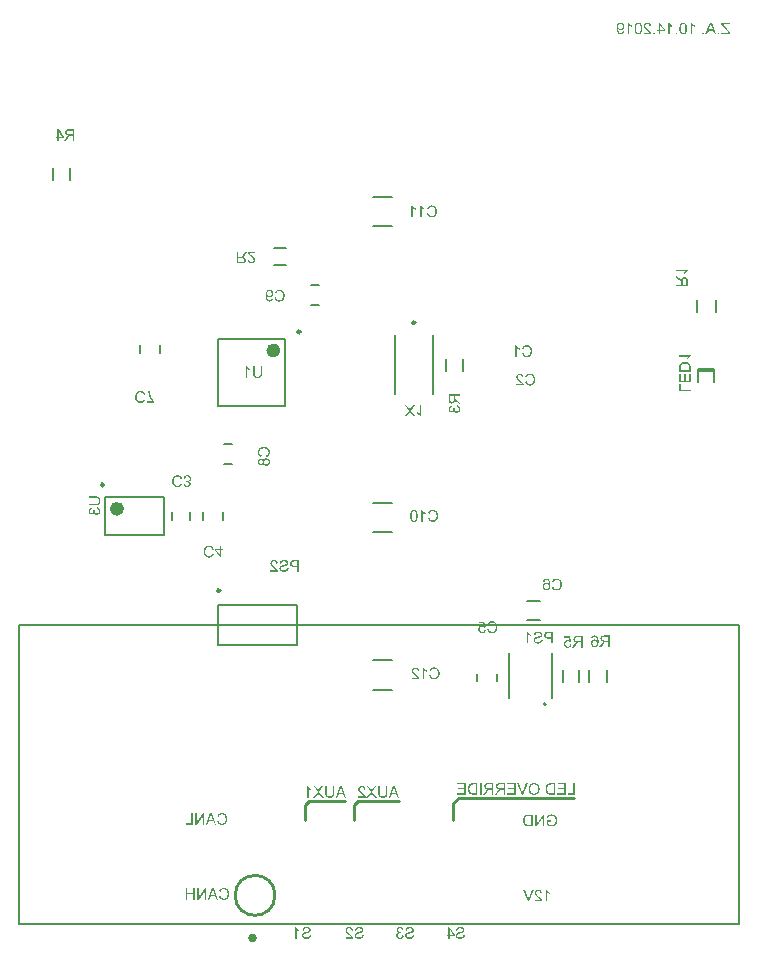
<source format=gbr>
%TF.GenerationSoftware,Altium Limited,Altium Designer,20.0.9 (164)*%
G04 Layer_Color=32896*
%FSLAX26Y26*%
%MOIN*%
%TF.FileFunction,Legend,Bot*%
%TF.Part,Single*%
G01*
G75*
%TA.AperFunction,NonConductor*%
%ADD48C,0.010000*%
%ADD49C,0.011811*%
%ADD50C,0.007874*%
%ADD51C,0.009842*%
%ADD52C,0.023622*%
%ADD53C,0.005000*%
%ADD54R,0.051181X0.008032*%
G36*
X2566616Y969344D02*
X2567552Y969250D01*
X2568457Y969126D01*
X2569268Y968938D01*
X2570048Y968720D01*
X2570766Y968470D01*
X2571421Y968221D01*
X2572014Y967940D01*
X2572544Y967659D01*
X2573012Y967410D01*
X2573418Y967160D01*
X2573730Y966942D01*
X2573979Y966786D01*
X2574166Y966630D01*
X2574291Y966536D01*
X2574322Y966505D01*
X2574884Y965943D01*
X2575414Y965350D01*
X2575882Y964695D01*
X2576257Y964009D01*
X2576631Y963322D01*
X2576912Y962667D01*
X2577193Y961981D01*
X2577380Y961326D01*
X2577567Y960702D01*
X2577723Y960140D01*
X2577817Y959610D01*
X2577910Y959142D01*
X2577973Y958798D01*
X2578004Y958518D01*
X2578035Y958330D01*
Y958299D01*
Y958268D01*
X2573199Y957769D01*
X2573168Y958424D01*
X2573106Y959048D01*
X2573012Y959610D01*
X2572887Y960171D01*
X2572731Y960670D01*
X2572544Y961138D01*
X2572388Y961544D01*
X2572170Y961950D01*
X2571982Y962293D01*
X2571826Y962574D01*
X2571639Y962823D01*
X2571483Y963042D01*
X2571358Y963198D01*
X2571265Y963322D01*
X2571202Y963385D01*
X2571171Y963416D01*
X2570766Y963790D01*
X2570329Y964102D01*
X2569892Y964383D01*
X2569455Y964602D01*
X2568987Y964820D01*
X2568550Y964976D01*
X2567677Y965226D01*
X2567271Y965319D01*
X2566897Y965382D01*
X2566554Y965413D01*
X2566273Y965444D01*
X2566023Y965475D01*
X2565711D01*
X2565118Y965444D01*
X2564557Y965382D01*
X2564026Y965288D01*
X2563527Y965163D01*
X2563090Y965038D01*
X2562654Y964851D01*
X2562248Y964695D01*
X2561905Y964508D01*
X2561593Y964321D01*
X2561312Y964165D01*
X2561062Y963978D01*
X2560875Y963853D01*
X2560719Y963728D01*
X2560594Y963634D01*
X2560532Y963572D01*
X2560501Y963541D01*
X2560158Y963166D01*
X2559846Y962792D01*
X2559565Y962386D01*
X2559315Y961981D01*
X2559128Y961575D01*
X2558972Y961201D01*
X2558722Y960452D01*
X2558629Y960109D01*
X2558566Y959797D01*
X2558535Y959516D01*
X2558504Y959266D01*
X2558473Y959079D01*
Y958923D01*
Y958830D01*
Y958798D01*
X2558504Y958299D01*
X2558566Y957800D01*
X2558691Y957301D01*
X2558816Y956802D01*
X2559159Y955834D01*
X2559565Y954992D01*
X2559783Y954586D01*
X2560002Y954243D01*
X2560189Y953931D01*
X2560345Y953650D01*
X2560470Y953432D01*
X2560594Y953276D01*
X2560657Y953182D01*
X2560688Y953151D01*
X2561156Y952558D01*
X2561686Y951934D01*
X2562279Y951279D01*
X2562934Y950624D01*
X2563621Y949938D01*
X2564338Y949251D01*
X2565056Y948596D01*
X2565742Y947941D01*
X2566429Y947348D01*
X2567053Y946786D01*
X2567614Y946256D01*
X2568145Y945819D01*
X2568550Y945476D01*
X2568862Y945195D01*
X2568987Y945102D01*
X2569081Y945039D01*
X2569112Y945008D01*
X2569143Y944977D01*
X2569861Y944353D01*
X2570578Y943791D01*
X2571202Y943230D01*
X2571795Y942668D01*
X2572357Y942169D01*
X2572856Y941701D01*
X2573324Y941233D01*
X2573730Y940827D01*
X2574104Y940453D01*
X2574416Y940141D01*
X2574697Y939860D01*
X2574915Y939610D01*
X2575102Y939423D01*
X2575227Y939298D01*
X2575290Y939205D01*
X2575321Y939174D01*
X2576070Y938238D01*
X2576694Y937333D01*
X2577224Y936459D01*
X2577661Y935679D01*
X2577848Y935336D01*
X2578004Y935024D01*
X2578129Y934743D01*
X2578222Y934494D01*
X2578316Y934306D01*
X2578378Y934182D01*
X2578410Y934088D01*
Y934057D01*
X2578597Y933464D01*
X2578753Y932902D01*
X2578846Y932341D01*
X2578909Y931842D01*
X2578940Y931436D01*
Y931093D01*
Y930968D01*
Y930874D01*
Y930843D01*
Y930812D01*
X2553574D01*
Y935336D01*
X2572388D01*
X2572076Y935804D01*
X2571764Y936272D01*
X2571421Y936709D01*
X2571109Y937083D01*
X2570828Y937395D01*
X2570610Y937645D01*
X2570485Y937801D01*
X2570422Y937863D01*
X2570173Y938144D01*
X2569830Y938425D01*
X2569455Y938799D01*
X2569050Y939174D01*
X2568145Y939954D01*
X2567240Y940765D01*
X2566803Y941139D01*
X2566366Y941514D01*
X2565992Y941826D01*
X2565649Y942138D01*
X2565368Y942356D01*
X2565150Y942543D01*
X2565025Y942668D01*
X2564962Y942699D01*
X2564058Y943479D01*
X2563184Y944228D01*
X2562404Y944914D01*
X2561686Y945570D01*
X2561031Y946194D01*
X2560438Y946724D01*
X2559908Y947254D01*
X2559440Y947691D01*
X2559034Y948097D01*
X2558691Y948471D01*
X2558379Y948752D01*
X2558130Y949033D01*
X2557942Y949220D01*
X2557818Y949345D01*
X2557755Y949438D01*
X2557724Y949470D01*
X2556975Y950374D01*
X2556320Y951248D01*
X2555790Y952028D01*
X2555353Y952746D01*
X2555166Y953058D01*
X2555010Y953307D01*
X2554885Y953557D01*
X2554791Y953775D01*
X2554698Y953931D01*
X2554635Y954056D01*
X2554604Y954118D01*
Y954150D01*
X2554292Y954992D01*
X2554042Y955803D01*
X2553886Y956583D01*
X2553762Y957270D01*
X2553730Y957582D01*
X2553699Y957862D01*
X2553668Y958112D01*
X2553637Y958299D01*
Y958486D01*
Y958611D01*
Y958674D01*
Y958705D01*
X2553668Y959547D01*
X2553762Y960327D01*
X2553949Y961076D01*
X2554136Y961794D01*
X2554386Y962480D01*
X2554666Y963104D01*
X2554947Y963666D01*
X2555259Y964196D01*
X2555571Y964664D01*
X2555852Y965070D01*
X2556133Y965444D01*
X2556382Y965725D01*
X2556570Y965974D01*
X2556726Y966162D01*
X2556850Y966255D01*
X2556882Y966286D01*
X2557506Y966817D01*
X2558192Y967316D01*
X2558878Y967722D01*
X2559596Y968065D01*
X2560345Y968377D01*
X2561062Y968626D01*
X2561780Y968814D01*
X2562466Y969001D01*
X2563090Y969126D01*
X2563714Y969219D01*
X2564245Y969282D01*
X2564713Y969313D01*
X2565087Y969344D01*
X2565368Y969375D01*
X2565618D01*
X2566616Y969344D01*
D02*
G37*
G36*
X2593729Y968907D02*
X2594010Y968439D01*
X2594634Y967534D01*
X2595351Y966661D01*
X2596038Y965881D01*
X2596350Y965506D01*
X2596662Y965194D01*
X2596942Y964914D01*
X2597192Y964695D01*
X2597379Y964477D01*
X2597535Y964352D01*
X2597629Y964258D01*
X2597660Y964227D01*
X2598814Y963260D01*
X2600000Y962418D01*
X2601154Y961638D01*
X2601685Y961294D01*
X2602215Y960982D01*
X2602714Y960702D01*
X2603151Y960452D01*
X2603557Y960234D01*
X2603900Y960078D01*
X2604181Y959922D01*
X2604368Y959828D01*
X2604524Y959766D01*
X2604555Y959734D01*
Y955148D01*
X2603713Y955491D01*
X2602870Y955866D01*
X2602028Y956271D01*
X2601279Y956677D01*
X2600936Y956864D01*
X2600624Y957020D01*
X2600343Y957176D01*
X2600094Y957332D01*
X2599906Y957426D01*
X2599750Y957519D01*
X2599657Y957550D01*
X2599626Y957582D01*
X2598627Y958206D01*
X2597754Y958798D01*
X2596974Y959360D01*
X2596630Y959610D01*
X2596350Y959828D01*
X2596069Y960046D01*
X2595819Y960265D01*
X2595601Y960421D01*
X2595445Y960577D01*
X2595320Y960702D01*
X2595226Y960795D01*
X2595164Y960826D01*
X2595133Y960858D01*
Y930812D01*
X2590422D01*
Y969375D01*
X2593479D01*
X2593729Y968907D01*
D02*
G37*
G36*
X2629266Y969812D02*
X2630202Y969750D01*
X2631075Y969625D01*
X2631918Y969469D01*
X2632760Y969313D01*
X2633509Y969094D01*
X2634226Y968907D01*
X2634913Y968689D01*
X2635506Y968470D01*
X2636036Y968252D01*
X2636504Y968034D01*
X2636910Y967878D01*
X2637222Y967722D01*
X2637471Y967597D01*
X2637596Y967534D01*
X2637658Y967503D01*
X2638438Y967035D01*
X2639156Y966536D01*
X2639811Y966037D01*
X2640435Y965475D01*
X2641028Y964914D01*
X2641558Y964352D01*
X2642058Y963790D01*
X2642494Y963260D01*
X2642869Y962730D01*
X2643212Y962262D01*
X2643493Y961825D01*
X2643711Y961482D01*
X2643898Y961170D01*
X2644054Y960920D01*
X2644117Y960795D01*
X2644148Y960733D01*
X2644554Y959890D01*
X2644897Y959017D01*
X2645209Y958112D01*
X2645458Y957207D01*
X2645677Y956334D01*
X2645864Y955460D01*
X2646020Y954618D01*
X2646145Y953838D01*
X2646238Y953089D01*
X2646301Y952402D01*
X2646363Y951810D01*
X2646394Y951279D01*
Y950874D01*
X2646426Y950562D01*
Y950437D01*
Y950343D01*
Y950312D01*
Y950281D01*
X2646394Y949251D01*
X2646332Y948253D01*
X2646238Y947286D01*
X2646114Y946350D01*
X2645958Y945476D01*
X2645770Y944602D01*
X2645614Y943822D01*
X2645396Y943074D01*
X2645209Y942387D01*
X2645053Y941794D01*
X2644866Y941264D01*
X2644710Y940827D01*
X2644585Y940453D01*
X2644491Y940203D01*
X2644429Y940047D01*
X2644398Y939985D01*
X2643992Y939111D01*
X2643555Y938300D01*
X2643087Y937520D01*
X2642619Y936802D01*
X2642120Y936147D01*
X2641652Y935554D01*
X2641153Y934993D01*
X2640685Y934525D01*
X2640248Y934088D01*
X2639842Y933714D01*
X2639468Y933402D01*
X2639125Y933121D01*
X2638875Y932934D01*
X2638657Y932778D01*
X2638532Y932684D01*
X2638501Y932653D01*
X2637752Y932216D01*
X2636941Y931842D01*
X2636130Y931498D01*
X2635287Y931218D01*
X2634445Y930968D01*
X2633602Y930781D01*
X2632791Y930594D01*
X2632011Y930469D01*
X2631262Y930375D01*
X2630576Y930282D01*
X2629983Y930219D01*
X2629453Y930188D01*
X2629016D01*
X2628704Y930157D01*
X2628423D01*
X2627331Y930188D01*
X2626270Y930313D01*
X2625272Y930469D01*
X2624305Y930656D01*
X2623431Y930906D01*
X2622589Y931186D01*
X2621809Y931498D01*
X2621091Y931810D01*
X2620467Y932091D01*
X2619906Y932403D01*
X2619438Y932684D01*
X2619032Y932934D01*
X2618720Y933121D01*
X2618470Y933308D01*
X2618346Y933402D01*
X2618283Y933433D01*
X2617534Y934088D01*
X2616848Y934774D01*
X2616224Y935523D01*
X2615631Y936303D01*
X2615101Y937114D01*
X2614633Y937894D01*
X2614196Y938674D01*
X2613853Y939423D01*
X2613510Y940141D01*
X2613229Y940827D01*
X2613010Y941420D01*
X2612823Y941950D01*
X2612698Y942387D01*
X2612574Y942699D01*
X2612542Y942824D01*
Y942918D01*
X2612511Y942949D01*
Y942980D01*
X2617597Y944259D01*
X2617815Y943386D01*
X2618065Y942543D01*
X2618346Y941763D01*
X2618658Y941077D01*
X2619001Y940390D01*
X2619344Y939798D01*
X2619687Y939267D01*
X2619999Y938768D01*
X2620311Y938331D01*
X2620623Y937957D01*
X2620904Y937645D01*
X2621154Y937395D01*
X2621341Y937177D01*
X2621497Y937052D01*
X2621590Y936958D01*
X2621622Y936927D01*
X2622183Y936490D01*
X2622776Y936116D01*
X2623369Y935804D01*
X2623993Y935523D01*
X2624586Y935274D01*
X2625178Y935086D01*
X2625771Y934930D01*
X2626333Y934806D01*
X2626832Y934712D01*
X2627331Y934618D01*
X2627737Y934556D01*
X2628111Y934525D01*
X2628423D01*
X2628642Y934494D01*
X2628829D01*
X2629484Y934525D01*
X2630108Y934556D01*
X2630732Y934650D01*
X2631325Y934774D01*
X2631886Y934899D01*
X2632417Y935055D01*
X2632916Y935211D01*
X2633384Y935398D01*
X2633821Y935554D01*
X2634195Y935710D01*
X2634538Y935866D01*
X2634819Y935991D01*
X2635038Y936116D01*
X2635225Y936210D01*
X2635318Y936241D01*
X2635350Y936272D01*
X2635880Y936646D01*
X2636410Y937021D01*
X2636878Y937458D01*
X2637315Y937894D01*
X2637690Y938331D01*
X2638064Y938799D01*
X2638407Y939236D01*
X2638688Y939673D01*
X2638938Y940110D01*
X2639156Y940484D01*
X2639343Y940827D01*
X2639499Y941139D01*
X2639624Y941389D01*
X2639718Y941576D01*
X2639749Y941701D01*
X2639780Y941732D01*
X2640030Y942450D01*
X2640248Y943167D01*
X2640591Y944634D01*
X2640841Y946069D01*
X2640934Y946755D01*
X2640997Y947410D01*
X2641059Y948003D01*
X2641122Y948565D01*
X2641153Y949064D01*
Y949501D01*
X2641184Y949844D01*
Y950094D01*
Y950250D01*
Y950312D01*
X2641122Y951716D01*
X2640997Y953058D01*
X2640903Y953682D01*
X2640810Y954306D01*
X2640716Y954867D01*
X2640591Y955398D01*
X2640466Y955897D01*
X2640373Y956334D01*
X2640279Y956739D01*
X2640186Y957051D01*
X2640092Y957332D01*
X2640061Y957519D01*
X2639998Y957644D01*
Y957675D01*
X2639749Y958330D01*
X2639468Y958954D01*
X2639156Y959547D01*
X2638844Y960078D01*
X2638501Y960577D01*
X2638126Y961045D01*
X2637783Y961482D01*
X2637440Y961887D01*
X2637128Y962230D01*
X2636816Y962511D01*
X2636535Y962792D01*
X2636286Y963010D01*
X2636098Y963166D01*
X2635942Y963291D01*
X2635849Y963354D01*
X2635818Y963385D01*
X2635256Y963759D01*
X2634663Y964071D01*
X2634039Y964383D01*
X2633415Y964602D01*
X2632791Y964820D01*
X2632167Y964976D01*
X2631574Y965132D01*
X2631013Y965257D01*
X2630482Y965319D01*
X2629983Y965382D01*
X2629546Y965444D01*
X2629172Y965475D01*
X2628860Y965506D01*
X2628423D01*
X2627706Y965475D01*
X2627050Y965413D01*
X2626395Y965319D01*
X2625802Y965194D01*
X2625241Y965070D01*
X2624710Y964882D01*
X2624242Y964726D01*
X2623806Y964539D01*
X2623400Y964352D01*
X2623057Y964196D01*
X2622776Y964009D01*
X2622526Y963884D01*
X2622308Y963759D01*
X2622183Y963666D01*
X2622090Y963603D01*
X2622058Y963572D01*
X2621590Y963198D01*
X2621154Y962761D01*
X2620748Y962293D01*
X2620374Y961825D01*
X2619687Y960826D01*
X2619157Y959828D01*
X2618907Y959360D01*
X2618720Y958923D01*
X2618533Y958518D01*
X2618408Y958174D01*
X2618283Y957894D01*
X2618221Y957675D01*
X2618158Y957550D01*
Y957488D01*
X2613166Y958642D01*
X2613478Y959610D01*
X2613853Y960546D01*
X2614258Y961388D01*
X2614695Y962199D01*
X2615132Y962917D01*
X2615600Y963603D01*
X2616037Y964227D01*
X2616505Y964789D01*
X2616942Y965257D01*
X2617316Y965694D01*
X2617690Y966068D01*
X2618002Y966380D01*
X2618283Y966598D01*
X2618470Y966786D01*
X2618626Y966879D01*
X2618658Y966910D01*
X2619406Y967441D01*
X2620186Y967878D01*
X2620998Y968283D01*
X2621840Y968595D01*
X2622651Y968876D01*
X2623431Y969126D01*
X2624211Y969313D01*
X2624960Y969469D01*
X2625678Y969594D01*
X2626302Y969687D01*
X2626863Y969750D01*
X2627362Y969812D01*
X2627768D01*
X2628080Y969843D01*
X2628330D01*
X2629266Y969812D01*
D02*
G37*
G36*
X2588869Y1493907D02*
X2589150Y1493439D01*
X2589774Y1492534D01*
X2590492Y1491661D01*
X2591178Y1490881D01*
X2591490Y1490506D01*
X2591802Y1490194D01*
X2592083Y1489914D01*
X2592332Y1489695D01*
X2592520Y1489477D01*
X2592676Y1489352D01*
X2592769Y1489258D01*
X2592800Y1489227D01*
X2593955Y1488260D01*
X2595140Y1487418D01*
X2596295Y1486638D01*
X2596825Y1486294D01*
X2597356Y1485982D01*
X2597855Y1485702D01*
X2598292Y1485452D01*
X2598697Y1485234D01*
X2599040Y1485078D01*
X2599321Y1484922D01*
X2599508Y1484828D01*
X2599664Y1484766D01*
X2599696Y1484734D01*
Y1480148D01*
X2598853Y1480491D01*
X2598011Y1480866D01*
X2597168Y1481271D01*
X2596420Y1481677D01*
X2596076Y1481864D01*
X2595764Y1482020D01*
X2595484Y1482176D01*
X2595234Y1482332D01*
X2595047Y1482426D01*
X2594891Y1482519D01*
X2594797Y1482550D01*
X2594766Y1482582D01*
X2593768Y1483206D01*
X2592894Y1483798D01*
X2592114Y1484360D01*
X2591771Y1484610D01*
X2591490Y1484828D01*
X2591209Y1485046D01*
X2590960Y1485265D01*
X2590741Y1485421D01*
X2590585Y1485577D01*
X2590460Y1485702D01*
X2590367Y1485795D01*
X2590304Y1485826D01*
X2590273Y1485858D01*
Y1455812D01*
X2585562D01*
Y1494375D01*
X2588620D01*
X2588869Y1493907D01*
D02*
G37*
G36*
X2624406Y1494812D02*
X2625342Y1494750D01*
X2626216Y1494625D01*
X2627058Y1494469D01*
X2627900Y1494313D01*
X2628649Y1494094D01*
X2629367Y1493907D01*
X2630053Y1493689D01*
X2630646Y1493470D01*
X2631176Y1493252D01*
X2631644Y1493034D01*
X2632050Y1492878D01*
X2632362Y1492722D01*
X2632612Y1492597D01*
X2632736Y1492534D01*
X2632799Y1492503D01*
X2633579Y1492035D01*
X2634296Y1491536D01*
X2634952Y1491037D01*
X2635576Y1490475D01*
X2636168Y1489914D01*
X2636699Y1489352D01*
X2637198Y1488790D01*
X2637635Y1488260D01*
X2638009Y1487730D01*
X2638352Y1487262D01*
X2638633Y1486825D01*
X2638852Y1486482D01*
X2639039Y1486170D01*
X2639195Y1485920D01*
X2639257Y1485795D01*
X2639288Y1485733D01*
X2639694Y1484890D01*
X2640037Y1484017D01*
X2640349Y1483112D01*
X2640599Y1482207D01*
X2640817Y1481334D01*
X2641004Y1480460D01*
X2641160Y1479618D01*
X2641285Y1478838D01*
X2641379Y1478089D01*
X2641441Y1477402D01*
X2641504Y1476810D01*
X2641535Y1476279D01*
Y1475874D01*
X2641566Y1475562D01*
Y1475437D01*
Y1475343D01*
Y1475312D01*
Y1475281D01*
X2641535Y1474251D01*
X2641472Y1473253D01*
X2641379Y1472286D01*
X2641254Y1471350D01*
X2641098Y1470476D01*
X2640911Y1469602D01*
X2640755Y1468822D01*
X2640536Y1468074D01*
X2640349Y1467387D01*
X2640193Y1466794D01*
X2640006Y1466264D01*
X2639850Y1465827D01*
X2639725Y1465453D01*
X2639632Y1465203D01*
X2639569Y1465047D01*
X2639538Y1464985D01*
X2639132Y1464111D01*
X2638696Y1463300D01*
X2638228Y1462520D01*
X2637760Y1461802D01*
X2637260Y1461147D01*
X2636792Y1460554D01*
X2636293Y1459993D01*
X2635825Y1459525D01*
X2635388Y1459088D01*
X2634983Y1458714D01*
X2634608Y1458402D01*
X2634265Y1458121D01*
X2634016Y1457934D01*
X2633797Y1457778D01*
X2633672Y1457684D01*
X2633641Y1457653D01*
X2632892Y1457216D01*
X2632081Y1456842D01*
X2631270Y1456498D01*
X2630428Y1456218D01*
X2629585Y1455968D01*
X2628743Y1455781D01*
X2627932Y1455594D01*
X2627152Y1455469D01*
X2626403Y1455375D01*
X2625716Y1455282D01*
X2625124Y1455219D01*
X2624593Y1455188D01*
X2624156D01*
X2623844Y1455157D01*
X2623564D01*
X2622472Y1455188D01*
X2621411Y1455313D01*
X2620412Y1455469D01*
X2619445Y1455656D01*
X2618572Y1455906D01*
X2617729Y1456186D01*
X2616949Y1456498D01*
X2616232Y1456810D01*
X2615608Y1457091D01*
X2615046Y1457403D01*
X2614578Y1457684D01*
X2614172Y1457934D01*
X2613860Y1458121D01*
X2613611Y1458308D01*
X2613486Y1458402D01*
X2613424Y1458433D01*
X2612675Y1459088D01*
X2611988Y1459774D01*
X2611364Y1460523D01*
X2610772Y1461303D01*
X2610241Y1462114D01*
X2609773Y1462894D01*
X2609336Y1463674D01*
X2608993Y1464423D01*
X2608650Y1465141D01*
X2608369Y1465827D01*
X2608151Y1466420D01*
X2607964Y1466950D01*
X2607839Y1467387D01*
X2607714Y1467699D01*
X2607683Y1467824D01*
Y1467918D01*
X2607652Y1467949D01*
Y1467980D01*
X2612737Y1469259D01*
X2612956Y1468386D01*
X2613205Y1467543D01*
X2613486Y1466763D01*
X2613798Y1466077D01*
X2614141Y1465390D01*
X2614484Y1464798D01*
X2614828Y1464267D01*
X2615140Y1463768D01*
X2615452Y1463331D01*
X2615764Y1462957D01*
X2616044Y1462645D01*
X2616294Y1462395D01*
X2616481Y1462177D01*
X2616637Y1462052D01*
X2616731Y1461958D01*
X2616762Y1461927D01*
X2617324Y1461490D01*
X2617916Y1461116D01*
X2618509Y1460804D01*
X2619133Y1460523D01*
X2619726Y1460274D01*
X2620319Y1460086D01*
X2620912Y1459930D01*
X2621473Y1459806D01*
X2621972Y1459712D01*
X2622472Y1459618D01*
X2622877Y1459556D01*
X2623252Y1459525D01*
X2623564D01*
X2623782Y1459494D01*
X2623969D01*
X2624624Y1459525D01*
X2625248Y1459556D01*
X2625872Y1459650D01*
X2626465Y1459774D01*
X2627027Y1459899D01*
X2627557Y1460055D01*
X2628056Y1460211D01*
X2628524Y1460398D01*
X2628961Y1460554D01*
X2629336Y1460710D01*
X2629679Y1460866D01*
X2629960Y1460991D01*
X2630178Y1461116D01*
X2630365Y1461210D01*
X2630459Y1461241D01*
X2630490Y1461272D01*
X2631020Y1461646D01*
X2631551Y1462021D01*
X2632019Y1462458D01*
X2632456Y1462894D01*
X2632830Y1463331D01*
X2633204Y1463799D01*
X2633548Y1464236D01*
X2633828Y1464673D01*
X2634078Y1465110D01*
X2634296Y1465484D01*
X2634484Y1465827D01*
X2634640Y1466139D01*
X2634764Y1466389D01*
X2634858Y1466576D01*
X2634889Y1466701D01*
X2634920Y1466732D01*
X2635170Y1467450D01*
X2635388Y1468167D01*
X2635732Y1469634D01*
X2635981Y1471069D01*
X2636075Y1471755D01*
X2636137Y1472410D01*
X2636200Y1473003D01*
X2636262Y1473565D01*
X2636293Y1474064D01*
Y1474501D01*
X2636324Y1474844D01*
Y1475094D01*
Y1475250D01*
Y1475312D01*
X2636262Y1476716D01*
X2636137Y1478058D01*
X2636044Y1478682D01*
X2635950Y1479306D01*
X2635856Y1479867D01*
X2635732Y1480398D01*
X2635607Y1480897D01*
X2635513Y1481334D01*
X2635420Y1481739D01*
X2635326Y1482051D01*
X2635232Y1482332D01*
X2635201Y1482519D01*
X2635139Y1482644D01*
Y1482675D01*
X2634889Y1483330D01*
X2634608Y1483954D01*
X2634296Y1484547D01*
X2633984Y1485078D01*
X2633641Y1485577D01*
X2633267Y1486045D01*
X2632924Y1486482D01*
X2632580Y1486887D01*
X2632268Y1487230D01*
X2631956Y1487511D01*
X2631676Y1487792D01*
X2631426Y1488010D01*
X2631239Y1488166D01*
X2631083Y1488291D01*
X2630989Y1488354D01*
X2630958Y1488385D01*
X2630396Y1488759D01*
X2629804Y1489071D01*
X2629180Y1489383D01*
X2628556Y1489602D01*
X2627932Y1489820D01*
X2627308Y1489976D01*
X2626715Y1490132D01*
X2626153Y1490257D01*
X2625623Y1490319D01*
X2625124Y1490382D01*
X2624687Y1490444D01*
X2624312Y1490475D01*
X2624000Y1490506D01*
X2623564D01*
X2622846Y1490475D01*
X2622191Y1490413D01*
X2621536Y1490319D01*
X2620943Y1490194D01*
X2620381Y1490070D01*
X2619851Y1489882D01*
X2619383Y1489726D01*
X2618946Y1489539D01*
X2618540Y1489352D01*
X2618197Y1489196D01*
X2617916Y1489009D01*
X2617667Y1488884D01*
X2617448Y1488759D01*
X2617324Y1488666D01*
X2617230Y1488603D01*
X2617199Y1488572D01*
X2616731Y1488198D01*
X2616294Y1487761D01*
X2615888Y1487293D01*
X2615514Y1486825D01*
X2614828Y1485826D01*
X2614297Y1484828D01*
X2614048Y1484360D01*
X2613860Y1483923D01*
X2613673Y1483518D01*
X2613548Y1483174D01*
X2613424Y1482894D01*
X2613361Y1482675D01*
X2613299Y1482550D01*
Y1482488D01*
X2608307Y1483642D01*
X2608619Y1484610D01*
X2608993Y1485546D01*
X2609399Y1486388D01*
X2609836Y1487199D01*
X2610272Y1487917D01*
X2610740Y1488603D01*
X2611177Y1489227D01*
X2611645Y1489789D01*
X2612082Y1490257D01*
X2612456Y1490694D01*
X2612831Y1491068D01*
X2613143Y1491380D01*
X2613424Y1491598D01*
X2613611Y1491786D01*
X2613767Y1491879D01*
X2613798Y1491910D01*
X2614547Y1492441D01*
X2615327Y1492878D01*
X2616138Y1493283D01*
X2616980Y1493595D01*
X2617792Y1493876D01*
X2618572Y1494126D01*
X2619352Y1494313D01*
X2620100Y1494469D01*
X2620818Y1494594D01*
X2621442Y1494687D01*
X2622004Y1494750D01*
X2622503Y1494812D01*
X2622908D01*
X2623220Y1494843D01*
X2623470D01*
X2624406Y1494812D01*
D02*
G37*
G36*
X2561756Y1494344D02*
X2562474Y1494282D01*
X2563160Y1494157D01*
X2563816Y1494032D01*
X2564440Y1493845D01*
X2565001Y1493658D01*
X2565532Y1493470D01*
X2566031Y1493252D01*
X2566468Y1493034D01*
X2566842Y1492846D01*
X2567154Y1492659D01*
X2567435Y1492472D01*
X2567653Y1492347D01*
X2567809Y1492222D01*
X2567903Y1492160D01*
X2567934Y1492129D01*
X2568433Y1491692D01*
X2568901Y1491224D01*
X2569338Y1490694D01*
X2569744Y1490163D01*
X2570118Y1489633D01*
X2570461Y1489102D01*
X2570773Y1488572D01*
X2571054Y1488073D01*
X2571304Y1487605D01*
X2571522Y1487137D01*
X2571709Y1486731D01*
X2571865Y1486388D01*
X2571959Y1486107D01*
X2572052Y1485889D01*
X2572084Y1485764D01*
X2572115Y1485702D01*
X2572364Y1484890D01*
X2572552Y1484048D01*
X2572739Y1483143D01*
X2572895Y1482238D01*
X2573144Y1480429D01*
X2573238Y1479524D01*
X2573300Y1478682D01*
X2573363Y1477870D01*
X2573425Y1477122D01*
X2573456Y1476466D01*
Y1475874D01*
X2573488Y1475406D01*
Y1475218D01*
Y1475062D01*
Y1474938D01*
Y1474844D01*
Y1474782D01*
Y1474750D01*
Y1473752D01*
X2573456Y1472785D01*
X2573394Y1471849D01*
X2573332Y1470975D01*
X2573238Y1470102D01*
X2573144Y1469290D01*
X2573020Y1468510D01*
X2572895Y1467730D01*
X2572770Y1467013D01*
X2572614Y1466326D01*
X2572458Y1465671D01*
X2572302Y1465047D01*
X2572115Y1464454D01*
X2571959Y1463893D01*
X2571772Y1463362D01*
X2571584Y1462863D01*
X2571428Y1462426D01*
X2571241Y1461990D01*
X2571085Y1461584D01*
X2570898Y1461210D01*
X2570586Y1460554D01*
X2570305Y1460055D01*
X2570056Y1459650D01*
X2569868Y1459338D01*
X2569744Y1459182D01*
X2569712Y1459119D01*
X2569088Y1458433D01*
X2568433Y1457809D01*
X2567716Y1457278D01*
X2566998Y1456842D01*
X2566280Y1456436D01*
X2565563Y1456124D01*
X2564845Y1455874D01*
X2564159Y1455656D01*
X2563504Y1455500D01*
X2562911Y1455375D01*
X2562349Y1455282D01*
X2561881Y1455219D01*
X2561507Y1455188D01*
X2561226Y1455157D01*
X2560976D01*
X2560196Y1455188D01*
X2559479Y1455250D01*
X2558761Y1455375D01*
X2558106Y1455500D01*
X2557482Y1455687D01*
X2556920Y1455874D01*
X2556390Y1456062D01*
X2555922Y1456280D01*
X2555485Y1456498D01*
X2555111Y1456686D01*
X2554768Y1456873D01*
X2554518Y1457060D01*
X2554300Y1457185D01*
X2554144Y1457310D01*
X2554050Y1457372D01*
X2554019Y1457403D01*
X2553520Y1457840D01*
X2553052Y1458339D01*
X2552615Y1458838D01*
X2552178Y1459338D01*
X2551804Y1459868D01*
X2551460Y1460430D01*
X2551180Y1460929D01*
X2550899Y1461459D01*
X2550649Y1461927D01*
X2550431Y1462364D01*
X2550244Y1462770D01*
X2550088Y1463113D01*
X2549994Y1463394D01*
X2549900Y1463612D01*
X2549838Y1463768D01*
Y1463799D01*
X2549588Y1464610D01*
X2549370Y1465484D01*
X2549183Y1466358D01*
X2549027Y1467262D01*
X2548777Y1469103D01*
X2548684Y1469977D01*
X2548621Y1470850D01*
X2548559Y1471662D01*
X2548496Y1472379D01*
X2548465Y1473066D01*
Y1473627D01*
X2548434Y1474095D01*
Y1474282D01*
Y1474438D01*
Y1474594D01*
Y1474688D01*
Y1474719D01*
Y1474750D01*
Y1475780D01*
X2548465Y1476778D01*
X2548528Y1477714D01*
X2548559Y1478588D01*
X2548621Y1479368D01*
X2548715Y1480117D01*
X2548777Y1480803D01*
X2548871Y1481427D01*
X2548964Y1481958D01*
X2549027Y1482457D01*
X2549089Y1482862D01*
X2549183Y1483174D01*
X2549214Y1483455D01*
X2549276Y1483642D01*
X2549308Y1483767D01*
Y1483798D01*
X2549651Y1485015D01*
X2549838Y1485577D01*
X2550056Y1486107D01*
X2550244Y1486606D01*
X2550462Y1487074D01*
X2550649Y1487511D01*
X2550836Y1487917D01*
X2551024Y1488260D01*
X2551180Y1488603D01*
X2551336Y1488853D01*
X2551460Y1489102D01*
X2551554Y1489258D01*
X2551648Y1489414D01*
X2551679Y1489477D01*
X2551710Y1489508D01*
X2552303Y1490350D01*
X2552927Y1491068D01*
X2553582Y1491692D01*
X2554175Y1492222D01*
X2554736Y1492597D01*
X2554955Y1492753D01*
X2555142Y1492909D01*
X2555329Y1493002D01*
X2555454Y1493065D01*
X2555516Y1493127D01*
X2555548D01*
X2556452Y1493533D01*
X2557388Y1493845D01*
X2558293Y1494063D01*
X2559136Y1494219D01*
X2559510Y1494282D01*
X2559884Y1494313D01*
X2560196Y1494344D01*
X2560446D01*
X2560664Y1494375D01*
X2560976D01*
X2561756Y1494344D01*
D02*
G37*
G36*
X2585219Y2508907D02*
X2585500Y2508439D01*
X2586124Y2507534D01*
X2586841Y2506661D01*
X2587528Y2505881D01*
X2587840Y2505506D01*
X2588152Y2505194D01*
X2588432Y2504914D01*
X2588682Y2504695D01*
X2588869Y2504477D01*
X2589025Y2504352D01*
X2589119Y2504258D01*
X2589150Y2504227D01*
X2590304Y2503260D01*
X2591490Y2502418D01*
X2592644Y2501638D01*
X2593175Y2501294D01*
X2593705Y2500982D01*
X2594204Y2500702D01*
X2594641Y2500452D01*
X2595047Y2500234D01*
X2595390Y2500078D01*
X2595671Y2499922D01*
X2595858Y2499828D01*
X2596014Y2499766D01*
X2596045Y2499734D01*
Y2495148D01*
X2595203Y2495491D01*
X2594360Y2495866D01*
X2593518Y2496271D01*
X2592769Y2496677D01*
X2592426Y2496864D01*
X2592114Y2497020D01*
X2591833Y2497176D01*
X2591584Y2497332D01*
X2591396Y2497426D01*
X2591240Y2497519D01*
X2591147Y2497550D01*
X2591116Y2497582D01*
X2590117Y2498206D01*
X2589244Y2498798D01*
X2588464Y2499360D01*
X2588120Y2499610D01*
X2587840Y2499828D01*
X2587559Y2500046D01*
X2587309Y2500265D01*
X2587091Y2500421D01*
X2586935Y2500577D01*
X2586810Y2500702D01*
X2586716Y2500795D01*
X2586654Y2500826D01*
X2586623Y2500858D01*
Y2470812D01*
X2581912D01*
Y2509375D01*
X2584969D01*
X2585219Y2508907D01*
D02*
G37*
G36*
X2555392D02*
X2555672Y2508439D01*
X2556296Y2507534D01*
X2557014Y2506661D01*
X2557700Y2505881D01*
X2558012Y2505506D01*
X2558324Y2505194D01*
X2558605Y2504914D01*
X2558855Y2504695D01*
X2559042Y2504477D01*
X2559198Y2504352D01*
X2559292Y2504258D01*
X2559323Y2504227D01*
X2560477Y2503260D01*
X2561663Y2502418D01*
X2562817Y2501638D01*
X2563348Y2501294D01*
X2563878Y2500982D01*
X2564377Y2500702D01*
X2564814Y2500452D01*
X2565220Y2500234D01*
X2565563Y2500078D01*
X2565844Y2499922D01*
X2566031Y2499828D01*
X2566187Y2499766D01*
X2566218Y2499734D01*
Y2495148D01*
X2565376Y2495491D01*
X2564533Y2495866D01*
X2563691Y2496271D01*
X2562942Y2496677D01*
X2562599Y2496864D01*
X2562287Y2497020D01*
X2562006Y2497176D01*
X2561756Y2497332D01*
X2561569Y2497426D01*
X2561413Y2497519D01*
X2561320Y2497550D01*
X2561288Y2497582D01*
X2560290Y2498206D01*
X2559416Y2498798D01*
X2558636Y2499360D01*
X2558293Y2499610D01*
X2558012Y2499828D01*
X2557732Y2500046D01*
X2557482Y2500265D01*
X2557264Y2500421D01*
X2557108Y2500577D01*
X2556983Y2500702D01*
X2556889Y2500795D01*
X2556827Y2500826D01*
X2556796Y2500858D01*
Y2470812D01*
X2552084D01*
Y2509375D01*
X2555142D01*
X2555392Y2508907D01*
D02*
G37*
G36*
X2620756Y2509812D02*
X2621692Y2509750D01*
X2622565Y2509625D01*
X2623408Y2509469D01*
X2624250Y2509313D01*
X2624999Y2509094D01*
X2625716Y2508907D01*
X2626403Y2508689D01*
X2626996Y2508470D01*
X2627526Y2508252D01*
X2627994Y2508034D01*
X2628400Y2507878D01*
X2628712Y2507722D01*
X2628961Y2507597D01*
X2629086Y2507534D01*
X2629148Y2507503D01*
X2629928Y2507035D01*
X2630646Y2506536D01*
X2631301Y2506037D01*
X2631925Y2505475D01*
X2632518Y2504914D01*
X2633048Y2504352D01*
X2633548Y2503790D01*
X2633984Y2503260D01*
X2634359Y2502730D01*
X2634702Y2502262D01*
X2634983Y2501825D01*
X2635201Y2501482D01*
X2635388Y2501170D01*
X2635544Y2500920D01*
X2635607Y2500795D01*
X2635638Y2500733D01*
X2636044Y2499890D01*
X2636387Y2499017D01*
X2636699Y2498112D01*
X2636948Y2497207D01*
X2637167Y2496334D01*
X2637354Y2495460D01*
X2637510Y2494618D01*
X2637635Y2493838D01*
X2637728Y2493089D01*
X2637791Y2492402D01*
X2637853Y2491810D01*
X2637884Y2491279D01*
Y2490874D01*
X2637916Y2490562D01*
Y2490437D01*
Y2490343D01*
Y2490312D01*
Y2490281D01*
X2637884Y2489251D01*
X2637822Y2488253D01*
X2637728Y2487286D01*
X2637604Y2486350D01*
X2637448Y2485476D01*
X2637260Y2484602D01*
X2637104Y2483822D01*
X2636886Y2483074D01*
X2636699Y2482387D01*
X2636543Y2481794D01*
X2636356Y2481264D01*
X2636200Y2480827D01*
X2636075Y2480453D01*
X2635981Y2480203D01*
X2635919Y2480047D01*
X2635888Y2479985D01*
X2635482Y2479111D01*
X2635045Y2478300D01*
X2634577Y2477520D01*
X2634109Y2476802D01*
X2633610Y2476147D01*
X2633142Y2475554D01*
X2632643Y2474993D01*
X2632175Y2474525D01*
X2631738Y2474088D01*
X2631332Y2473714D01*
X2630958Y2473402D01*
X2630615Y2473121D01*
X2630365Y2472934D01*
X2630147Y2472778D01*
X2630022Y2472684D01*
X2629991Y2472653D01*
X2629242Y2472216D01*
X2628431Y2471842D01*
X2627620Y2471498D01*
X2626777Y2471218D01*
X2625935Y2470968D01*
X2625092Y2470781D01*
X2624281Y2470594D01*
X2623501Y2470469D01*
X2622752Y2470375D01*
X2622066Y2470282D01*
X2621473Y2470219D01*
X2620943Y2470188D01*
X2620506D01*
X2620194Y2470157D01*
X2619913D01*
X2618821Y2470188D01*
X2617760Y2470313D01*
X2616762Y2470469D01*
X2615795Y2470656D01*
X2614921Y2470906D01*
X2614079Y2471186D01*
X2613299Y2471498D01*
X2612581Y2471810D01*
X2611957Y2472091D01*
X2611396Y2472403D01*
X2610928Y2472684D01*
X2610522Y2472934D01*
X2610210Y2473121D01*
X2609960Y2473308D01*
X2609836Y2473402D01*
X2609773Y2473433D01*
X2609024Y2474088D01*
X2608338Y2474774D01*
X2607714Y2475523D01*
X2607121Y2476303D01*
X2606591Y2477114D01*
X2606123Y2477894D01*
X2605686Y2478674D01*
X2605343Y2479423D01*
X2605000Y2480141D01*
X2604719Y2480827D01*
X2604500Y2481420D01*
X2604313Y2481950D01*
X2604188Y2482387D01*
X2604064Y2482699D01*
X2604032Y2482824D01*
Y2482918D01*
X2604001Y2482949D01*
Y2482980D01*
X2609087Y2484259D01*
X2609305Y2483386D01*
X2609555Y2482543D01*
X2609836Y2481763D01*
X2610148Y2481077D01*
X2610491Y2480390D01*
X2610834Y2479798D01*
X2611177Y2479267D01*
X2611489Y2478768D01*
X2611801Y2478331D01*
X2612113Y2477957D01*
X2612394Y2477645D01*
X2612644Y2477395D01*
X2612831Y2477177D01*
X2612987Y2477052D01*
X2613080Y2476958D01*
X2613112Y2476927D01*
X2613673Y2476490D01*
X2614266Y2476116D01*
X2614859Y2475804D01*
X2615483Y2475523D01*
X2616076Y2475274D01*
X2616668Y2475086D01*
X2617261Y2474930D01*
X2617823Y2474806D01*
X2618322Y2474712D01*
X2618821Y2474618D01*
X2619227Y2474556D01*
X2619601Y2474525D01*
X2619913D01*
X2620132Y2474494D01*
X2620319D01*
X2620974Y2474525D01*
X2621598Y2474556D01*
X2622222Y2474650D01*
X2622815Y2474774D01*
X2623376Y2474899D01*
X2623907Y2475055D01*
X2624406Y2475211D01*
X2624874Y2475398D01*
X2625311Y2475554D01*
X2625685Y2475710D01*
X2626028Y2475866D01*
X2626309Y2475991D01*
X2626528Y2476116D01*
X2626715Y2476210D01*
X2626808Y2476241D01*
X2626840Y2476272D01*
X2627370Y2476646D01*
X2627900Y2477021D01*
X2628368Y2477458D01*
X2628805Y2477894D01*
X2629180Y2478331D01*
X2629554Y2478799D01*
X2629897Y2479236D01*
X2630178Y2479673D01*
X2630428Y2480110D01*
X2630646Y2480484D01*
X2630833Y2480827D01*
X2630989Y2481139D01*
X2631114Y2481389D01*
X2631208Y2481576D01*
X2631239Y2481701D01*
X2631270Y2481732D01*
X2631520Y2482450D01*
X2631738Y2483167D01*
X2632081Y2484634D01*
X2632331Y2486069D01*
X2632424Y2486755D01*
X2632487Y2487410D01*
X2632549Y2488003D01*
X2632612Y2488565D01*
X2632643Y2489064D01*
Y2489501D01*
X2632674Y2489844D01*
Y2490094D01*
Y2490250D01*
Y2490312D01*
X2632612Y2491716D01*
X2632487Y2493058D01*
X2632393Y2493682D01*
X2632300Y2494306D01*
X2632206Y2494867D01*
X2632081Y2495398D01*
X2631956Y2495897D01*
X2631863Y2496334D01*
X2631769Y2496739D01*
X2631676Y2497051D01*
X2631582Y2497332D01*
X2631551Y2497519D01*
X2631488Y2497644D01*
Y2497675D01*
X2631239Y2498330D01*
X2630958Y2498954D01*
X2630646Y2499547D01*
X2630334Y2500078D01*
X2629991Y2500577D01*
X2629616Y2501045D01*
X2629273Y2501482D01*
X2628930Y2501887D01*
X2628618Y2502230D01*
X2628306Y2502511D01*
X2628025Y2502792D01*
X2627776Y2503010D01*
X2627588Y2503166D01*
X2627432Y2503291D01*
X2627339Y2503354D01*
X2627308Y2503385D01*
X2626746Y2503759D01*
X2626153Y2504071D01*
X2625529Y2504383D01*
X2624905Y2504602D01*
X2624281Y2504820D01*
X2623657Y2504976D01*
X2623064Y2505132D01*
X2622503Y2505257D01*
X2621972Y2505319D01*
X2621473Y2505382D01*
X2621036Y2505444D01*
X2620662Y2505475D01*
X2620350Y2505506D01*
X2619913D01*
X2619196Y2505475D01*
X2618540Y2505413D01*
X2617885Y2505319D01*
X2617292Y2505194D01*
X2616731Y2505070D01*
X2616200Y2504882D01*
X2615732Y2504726D01*
X2615296Y2504539D01*
X2614890Y2504352D01*
X2614547Y2504196D01*
X2614266Y2504009D01*
X2614016Y2503884D01*
X2613798Y2503759D01*
X2613673Y2503666D01*
X2613580Y2503603D01*
X2613548Y2503572D01*
X2613080Y2503198D01*
X2612644Y2502761D01*
X2612238Y2502293D01*
X2611864Y2501825D01*
X2611177Y2500826D01*
X2610647Y2499828D01*
X2610397Y2499360D01*
X2610210Y2498923D01*
X2610023Y2498518D01*
X2609898Y2498174D01*
X2609773Y2497894D01*
X2609711Y2497675D01*
X2609648Y2497550D01*
Y2497488D01*
X2604656Y2498642D01*
X2604968Y2499610D01*
X2605343Y2500546D01*
X2605748Y2501388D01*
X2606185Y2502199D01*
X2606622Y2502917D01*
X2607090Y2503603D01*
X2607527Y2504227D01*
X2607995Y2504789D01*
X2608432Y2505257D01*
X2608806Y2505694D01*
X2609180Y2506068D01*
X2609492Y2506380D01*
X2609773Y2506598D01*
X2609960Y2506786D01*
X2610116Y2506879D01*
X2610148Y2506910D01*
X2610896Y2507441D01*
X2611676Y2507878D01*
X2612488Y2508283D01*
X2613330Y2508595D01*
X2614141Y2508876D01*
X2614921Y2509126D01*
X2615701Y2509313D01*
X2616450Y2509469D01*
X2617168Y2509594D01*
X2617792Y2509687D01*
X2618353Y2509750D01*
X2618852Y2509812D01*
X2619258D01*
X2619570Y2509843D01*
X2619820D01*
X2620756Y2509812D01*
D02*
G37*
G36*
X3339691Y3119187D02*
X3340627Y3119094D01*
X3341532Y3118969D01*
X3342343Y3118782D01*
X3343123Y3118563D01*
X3343841Y3118314D01*
X3344496Y3118064D01*
X3345089Y3117783D01*
X3345619Y3117502D01*
X3346087Y3117253D01*
X3346493Y3117003D01*
X3346805Y3116785D01*
X3347054Y3116629D01*
X3347242Y3116473D01*
X3347366Y3116379D01*
X3347398Y3116348D01*
X3347959Y3115786D01*
X3348490Y3115194D01*
X3348958Y3114538D01*
X3349332Y3113852D01*
X3349706Y3113166D01*
X3349987Y3112510D01*
X3350268Y3111824D01*
X3350455Y3111169D01*
X3350642Y3110545D01*
X3350798Y3109983D01*
X3350892Y3109453D01*
X3350986Y3108985D01*
X3351048Y3108642D01*
X3351079Y3108361D01*
X3351110Y3108174D01*
Y3108142D01*
Y3108111D01*
X3346274Y3107612D01*
X3346243Y3108267D01*
X3346181Y3108891D01*
X3346087Y3109453D01*
X3345962Y3110014D01*
X3345806Y3110514D01*
X3345619Y3110982D01*
X3345463Y3111387D01*
X3345245Y3111793D01*
X3345058Y3112136D01*
X3344902Y3112417D01*
X3344714Y3112666D01*
X3344558Y3112885D01*
X3344434Y3113041D01*
X3344340Y3113166D01*
X3344278Y3113228D01*
X3344246Y3113259D01*
X3343841Y3113634D01*
X3343404Y3113946D01*
X3342967Y3114226D01*
X3342530Y3114445D01*
X3342062Y3114663D01*
X3341626Y3114819D01*
X3340752Y3115069D01*
X3340346Y3115162D01*
X3339972Y3115225D01*
X3339629Y3115256D01*
X3339348Y3115287D01*
X3339098Y3115318D01*
X3338786D01*
X3338194Y3115287D01*
X3337632Y3115225D01*
X3337102Y3115131D01*
X3336602Y3115006D01*
X3336166Y3114882D01*
X3335729Y3114694D01*
X3335323Y3114538D01*
X3334980Y3114351D01*
X3334668Y3114164D01*
X3334387Y3114008D01*
X3334138Y3113821D01*
X3333950Y3113696D01*
X3333794Y3113571D01*
X3333670Y3113478D01*
X3333607Y3113415D01*
X3333576Y3113384D01*
X3333233Y3113010D01*
X3332921Y3112635D01*
X3332640Y3112230D01*
X3332390Y3111824D01*
X3332203Y3111418D01*
X3332047Y3111044D01*
X3331798Y3110295D01*
X3331704Y3109952D01*
X3331642Y3109640D01*
X3331610Y3109359D01*
X3331579Y3109110D01*
X3331548Y3108922D01*
Y3108766D01*
Y3108673D01*
Y3108642D01*
X3331579Y3108142D01*
X3331642Y3107643D01*
X3331766Y3107144D01*
X3331891Y3106645D01*
X3332234Y3105678D01*
X3332640Y3104835D01*
X3332858Y3104430D01*
X3333077Y3104086D01*
X3333264Y3103774D01*
X3333420Y3103494D01*
X3333545Y3103275D01*
X3333670Y3103119D01*
X3333732Y3103026D01*
X3333763Y3102994D01*
X3334231Y3102402D01*
X3334762Y3101778D01*
X3335354Y3101122D01*
X3336010Y3100467D01*
X3336696Y3099781D01*
X3337414Y3099094D01*
X3338131Y3098439D01*
X3338818Y3097784D01*
X3339504Y3097191D01*
X3340128Y3096630D01*
X3340690Y3096099D01*
X3341220Y3095662D01*
X3341626Y3095319D01*
X3341938Y3095038D01*
X3342062Y3094945D01*
X3342156Y3094882D01*
X3342187Y3094851D01*
X3342218Y3094820D01*
X3342936Y3094196D01*
X3343654Y3093634D01*
X3344278Y3093073D01*
X3344870Y3092511D01*
X3345432Y3092012D01*
X3345931Y3091544D01*
X3346399Y3091076D01*
X3346805Y3090670D01*
X3347179Y3090296D01*
X3347491Y3089984D01*
X3347772Y3089703D01*
X3347990Y3089454D01*
X3348178Y3089266D01*
X3348302Y3089142D01*
X3348365Y3089048D01*
X3348396Y3089017D01*
X3349145Y3088081D01*
X3349769Y3087176D01*
X3350299Y3086302D01*
X3350736Y3085522D01*
X3350923Y3085179D01*
X3351079Y3084867D01*
X3351204Y3084586D01*
X3351298Y3084337D01*
X3351391Y3084150D01*
X3351454Y3084025D01*
X3351485Y3083931D01*
Y3083900D01*
X3351672Y3083307D01*
X3351828Y3082746D01*
X3351922Y3082184D01*
X3351984Y3081685D01*
X3352015Y3081279D01*
Y3080936D01*
Y3080811D01*
Y3080718D01*
Y3080686D01*
Y3080655D01*
X3326650Y3080655D01*
Y3085179D01*
X3345463Y3085179D01*
X3345151Y3085647D01*
X3344839Y3086115D01*
X3344496Y3086552D01*
X3344184Y3086926D01*
X3343903Y3087238D01*
X3343685Y3087488D01*
X3343560Y3087644D01*
X3343498Y3087706D01*
X3343248Y3087987D01*
X3342905Y3088268D01*
X3342530Y3088642D01*
X3342125Y3089017D01*
X3341220Y3089797D01*
X3340315Y3090608D01*
X3339878Y3090982D01*
X3339442Y3091357D01*
X3339067Y3091669D01*
X3338724Y3091981D01*
X3338443Y3092199D01*
X3338225Y3092386D01*
X3338100Y3092511D01*
X3338038Y3092542D01*
X3337133Y3093322D01*
X3336259Y3094071D01*
X3335479Y3094758D01*
X3334762Y3095413D01*
X3334106Y3096037D01*
X3333514Y3096567D01*
X3332983Y3097098D01*
X3332515Y3097534D01*
X3332110Y3097940D01*
X3331766Y3098314D01*
X3331454Y3098595D01*
X3331205Y3098876D01*
X3331018Y3099063D01*
X3330893Y3099188D01*
X3330830Y3099282D01*
X3330799Y3099313D01*
X3330050Y3100218D01*
X3329395Y3101091D01*
X3328865Y3101871D01*
X3328428Y3102589D01*
X3328241Y3102901D01*
X3328085Y3103150D01*
X3327960Y3103400D01*
X3327866Y3103618D01*
X3327773Y3103774D01*
X3327710Y3103899D01*
X3327679Y3103961D01*
Y3103993D01*
X3327367Y3104835D01*
X3327118Y3105646D01*
X3326962Y3106426D01*
X3326837Y3107113D01*
X3326806Y3107425D01*
X3326774Y3107706D01*
X3326743Y3107955D01*
X3326712Y3108142D01*
Y3108329D01*
Y3108454D01*
Y3108517D01*
Y3108548D01*
X3326743Y3109390D01*
X3326837Y3110170D01*
X3327024Y3110919D01*
X3327211Y3111637D01*
X3327461Y3112323D01*
X3327742Y3112947D01*
X3328022Y3113509D01*
X3328334Y3114039D01*
X3328646Y3114507D01*
X3328927Y3114913D01*
X3329208Y3115287D01*
X3329458Y3115568D01*
X3329645Y3115818D01*
X3329801Y3116005D01*
X3329926Y3116098D01*
X3329957Y3116130D01*
X3330581Y3116660D01*
X3331267Y3117159D01*
X3331954Y3117565D01*
X3332671Y3117908D01*
X3333420Y3118220D01*
X3334138Y3118470D01*
X3334855Y3118657D01*
X3335542Y3118844D01*
X3336166Y3118969D01*
X3336790Y3119062D01*
X3337320Y3119125D01*
X3337788Y3119156D01*
X3338162Y3119187D01*
X3338443Y3119218D01*
X3338693D01*
X3339691Y3119187D01*
D02*
G37*
G36*
X3486113Y3118750D02*
X3486394Y3118282D01*
X3487018Y3117378D01*
X3487735Y3116504D01*
X3488422Y3115724D01*
X3488734Y3115350D01*
X3489046Y3115038D01*
X3489326Y3114757D01*
X3489576Y3114538D01*
X3489763Y3114320D01*
X3489919Y3114195D01*
X3490013Y3114102D01*
X3490044Y3114070D01*
X3491198Y3113103D01*
X3492384Y3112261D01*
X3493538Y3111481D01*
X3494069Y3111138D01*
X3494599Y3110826D01*
X3495098Y3110545D01*
X3495535Y3110295D01*
X3495941Y3110077D01*
X3496284Y3109921D01*
X3496565Y3109765D01*
X3496752Y3109671D01*
X3496908Y3109609D01*
X3496939Y3109578D01*
Y3104991D01*
X3496097Y3105334D01*
X3495254Y3105709D01*
X3494412Y3106114D01*
X3493663Y3106520D01*
X3493320Y3106707D01*
X3493008Y3106863D01*
X3492727Y3107019D01*
X3492478Y3107175D01*
X3492290Y3107269D01*
X3492134Y3107362D01*
X3492041Y3107394D01*
X3492010Y3107425D01*
X3491011Y3108049D01*
X3490138Y3108642D01*
X3489358Y3109203D01*
X3489014Y3109453D01*
X3488734Y3109671D01*
X3488453Y3109890D01*
X3488203Y3110108D01*
X3487985Y3110264D01*
X3487829Y3110420D01*
X3487704Y3110545D01*
X3487610Y3110638D01*
X3487548Y3110670D01*
X3487517Y3110701D01*
Y3080655D01*
X3482806D01*
Y3119218D01*
X3485863D01*
X3486113Y3118750D01*
D02*
G37*
G36*
X3411545D02*
X3411826Y3118282D01*
X3412450Y3117378D01*
X3413167Y3116504D01*
X3413854Y3115724D01*
X3414166Y3115350D01*
X3414478Y3115038D01*
X3414758Y3114757D01*
X3415008Y3114538D01*
X3415195Y3114320D01*
X3415351Y3114195D01*
X3415445Y3114102D01*
X3415476Y3114070D01*
X3416630Y3113103D01*
X3417816Y3112261D01*
X3418970Y3111481D01*
X3419501Y3111138D01*
X3420031Y3110826D01*
X3420530Y3110545D01*
X3420967Y3110295D01*
X3421373Y3110077D01*
X3421716Y3109921D01*
X3421997Y3109765D01*
X3422184Y3109671D01*
X3422340Y3109609D01*
X3422371Y3109578D01*
Y3104991D01*
X3421529Y3105334D01*
X3420686Y3105709D01*
X3419844Y3106114D01*
X3419095Y3106520D01*
X3418752Y3106707D01*
X3418440Y3106863D01*
X3418159Y3107019D01*
X3417910Y3107175D01*
X3417722Y3107269D01*
X3417566Y3107362D01*
X3417473Y3107394D01*
X3417442Y3107425D01*
X3416443Y3108049D01*
X3415570Y3108642D01*
X3414790Y3109203D01*
X3414446Y3109453D01*
X3414166Y3109671D01*
X3413885Y3109890D01*
X3413635Y3110108D01*
X3413417Y3110264D01*
X3413261Y3110420D01*
X3413136Y3110545D01*
X3413042Y3110638D01*
X3412980Y3110670D01*
X3412949Y3110701D01*
Y3080655D01*
X3408238D01*
Y3119218D01*
X3411295D01*
X3411545Y3118750D01*
D02*
G37*
G36*
X3277322Y3118750D02*
X3277603Y3118282D01*
X3278227Y3117378D01*
X3278945Y3116504D01*
X3279631Y3115724D01*
X3279943Y3115349D01*
X3280255Y3115037D01*
X3280536Y3114757D01*
X3280786Y3114538D01*
X3280973Y3114320D01*
X3281129Y3114195D01*
X3281222Y3114102D01*
X3281254Y3114070D01*
X3282408Y3113103D01*
X3283594Y3112261D01*
X3284748Y3111481D01*
X3285278Y3111137D01*
X3285809Y3110825D01*
X3286308Y3110545D01*
X3286745Y3110295D01*
X3287150Y3110077D01*
X3287494Y3109921D01*
X3287774Y3109765D01*
X3287962Y3109671D01*
X3288118Y3109609D01*
X3288149Y3109577D01*
Y3104991D01*
X3287306Y3105334D01*
X3286464Y3105709D01*
X3285622Y3106114D01*
X3284873Y3106520D01*
X3284530Y3106707D01*
X3284218Y3106863D01*
X3283937Y3107019D01*
X3283687Y3107175D01*
X3283500Y3107269D01*
X3283344Y3107362D01*
X3283250Y3107394D01*
X3283219Y3107425D01*
X3282221Y3108049D01*
X3281347Y3108642D01*
X3280567Y3109203D01*
X3280224Y3109453D01*
X3279943Y3109671D01*
X3279662Y3109890D01*
X3279413Y3110108D01*
X3279194Y3110264D01*
X3279038Y3110420D01*
X3278914Y3110545D01*
X3278820Y3110638D01*
X3278758Y3110669D01*
X3278726Y3110701D01*
Y3080655D01*
X3274015D01*
Y3119218D01*
X3277073D01*
X3277322Y3118750D01*
D02*
G37*
G36*
X3250834Y3119187D02*
X3251738Y3119062D01*
X3252612Y3118875D01*
X3253423Y3118657D01*
X3254203Y3118376D01*
X3254890Y3118095D01*
X3255545Y3117752D01*
X3256138Y3117440D01*
X3256668Y3117097D01*
X3257136Y3116753D01*
X3257542Y3116473D01*
X3257885Y3116192D01*
X3258166Y3115974D01*
X3258353Y3115786D01*
X3258478Y3115662D01*
X3258509Y3115630D01*
X3259102Y3114944D01*
X3259632Y3114195D01*
X3260100Y3113446D01*
X3260506Y3112666D01*
X3260818Y3111886D01*
X3261098Y3111106D01*
X3261317Y3110326D01*
X3261504Y3109609D01*
X3261660Y3108922D01*
X3261754Y3108267D01*
X3261847Y3107706D01*
X3261878Y3107206D01*
X3261910Y3106801D01*
X3261941Y3106489D01*
Y3106395D01*
Y3106302D01*
Y3106270D01*
Y3106239D01*
X3261910Y3105209D01*
X3261785Y3104211D01*
X3261629Y3103275D01*
X3261442Y3102401D01*
X3261192Y3101590D01*
X3260911Y3100841D01*
X3260599Y3100155D01*
X3260287Y3099531D01*
X3260006Y3098970D01*
X3259694Y3098501D01*
X3259414Y3098065D01*
X3259164Y3097722D01*
X3258977Y3097441D01*
X3258790Y3097253D01*
X3258696Y3097129D01*
X3258665Y3097097D01*
X3258041Y3096505D01*
X3257354Y3095974D01*
X3256699Y3095506D01*
X3256013Y3095101D01*
X3255326Y3094789D01*
X3254640Y3094508D01*
X3254016Y3094289D01*
X3253392Y3094102D01*
X3252799Y3093946D01*
X3252269Y3093853D01*
X3251801Y3093759D01*
X3251395Y3093728D01*
X3251052Y3093697D01*
X3250802Y3093666D01*
X3250584D01*
X3250054Y3093697D01*
X3249554Y3093728D01*
X3248556Y3093884D01*
X3247682Y3094102D01*
X3247246Y3094227D01*
X3246871Y3094352D01*
X3246528Y3094477D01*
X3246216Y3094602D01*
X3245966Y3094726D01*
X3245748Y3094820D01*
X3245561Y3094914D01*
X3245405Y3094976D01*
X3245342Y3095038D01*
X3245311D01*
X3244438Y3095600D01*
X3243658Y3096193D01*
X3243002Y3096817D01*
X3242441Y3097410D01*
X3242004Y3097940D01*
X3241817Y3098158D01*
X3241661Y3098345D01*
X3241567Y3098501D01*
X3241474Y3098626D01*
X3241442Y3098689D01*
X3241411Y3098720D01*
Y3098501D01*
Y3098283D01*
Y3098127D01*
Y3098002D01*
Y3097815D01*
Y3097753D01*
X3241442Y3096661D01*
X3241536Y3095600D01*
X3241630Y3094633D01*
X3241692Y3094196D01*
X3241754Y3093759D01*
X3241848Y3093385D01*
X3241910Y3093041D01*
X3241973Y3092729D01*
X3242004Y3092480D01*
X3242066Y3092262D01*
X3242098Y3092106D01*
X3242129Y3092012D01*
Y3091981D01*
X3242410Y3090982D01*
X3242690Y3090109D01*
X3242846Y3089703D01*
X3242971Y3089329D01*
X3243127Y3088985D01*
X3243252Y3088673D01*
X3243377Y3088424D01*
X3243502Y3088174D01*
X3243595Y3087956D01*
X3243689Y3087800D01*
X3243782Y3087675D01*
X3243814Y3087581D01*
X3243876Y3087519D01*
Y3087488D01*
X3244282Y3086895D01*
X3244718Y3086365D01*
X3245186Y3085928D01*
X3245592Y3085553D01*
X3245966Y3085242D01*
X3246278Y3085023D01*
X3246403Y3084930D01*
X3246497Y3084898D01*
X3246528Y3084836D01*
X3246559D01*
X3247183Y3084524D01*
X3247838Y3084274D01*
X3248462Y3084118D01*
X3249055Y3083994D01*
X3249586Y3083931D01*
X3249804Y3083900D01*
X3249991D01*
X3250147Y3083869D01*
X3250366D01*
X3250834Y3083900D01*
X3251270Y3083931D01*
X3252082Y3084087D01*
X3252799Y3084337D01*
X3253392Y3084586D01*
X3253642Y3084711D01*
X3253860Y3084836D01*
X3254047Y3084961D01*
X3254234Y3085086D01*
X3254359Y3085179D01*
X3254453Y3085242D01*
X3254484Y3085304D01*
X3254515D01*
X3254796Y3085585D01*
X3255077Y3085928D01*
X3255545Y3086646D01*
X3255919Y3087394D01*
X3256200Y3088174D01*
X3256325Y3088517D01*
X3256450Y3088861D01*
X3256512Y3089173D01*
X3256574Y3089422D01*
X3256637Y3089641D01*
X3256668Y3089828D01*
X3256699Y3089921D01*
Y3089953D01*
X3261223Y3089547D01*
X3261098Y3088705D01*
X3260911Y3087925D01*
X3260693Y3087207D01*
X3260443Y3086521D01*
X3260194Y3085897D01*
X3259913Y3085304D01*
X3259601Y3084773D01*
X3259320Y3084305D01*
X3259008Y3083900D01*
X3258758Y3083526D01*
X3258509Y3083213D01*
X3258259Y3082964D01*
X3258072Y3082745D01*
X3257947Y3082621D01*
X3257854Y3082527D01*
X3257822Y3082496D01*
X3257261Y3082059D01*
X3256668Y3081685D01*
X3256075Y3081341D01*
X3255451Y3081061D01*
X3254827Y3080811D01*
X3254234Y3080624D01*
X3253642Y3080437D01*
X3253049Y3080312D01*
X3252518Y3080218D01*
X3252019Y3080125D01*
X3251582Y3080062D01*
X3251208Y3080031D01*
X3250896D01*
X3250646Y3080000D01*
X3250459D01*
X3249679Y3080031D01*
X3248930Y3080093D01*
X3248213Y3080218D01*
X3247526Y3080343D01*
X3246871Y3080530D01*
X3246247Y3080718D01*
X3245686Y3080936D01*
X3245155Y3081154D01*
X3244687Y3081341D01*
X3244282Y3081560D01*
X3243938Y3081747D01*
X3243626Y3081934D01*
X3243377Y3082059D01*
X3243221Y3082184D01*
X3243096Y3082246D01*
X3243065Y3082278D01*
X3242503Y3082714D01*
X3241942Y3083213D01*
X3241442Y3083744D01*
X3241006Y3084274D01*
X3240569Y3084836D01*
X3240163Y3085366D01*
X3239820Y3085928D01*
X3239508Y3086427D01*
X3239227Y3086926D01*
X3238978Y3087394D01*
X3238790Y3087831D01*
X3238634Y3088174D01*
X3238478Y3088486D01*
X3238385Y3088705D01*
X3238354Y3088829D01*
X3238322Y3088892D01*
X3238042Y3089734D01*
X3237792Y3090639D01*
X3237574Y3091606D01*
X3237386Y3092573D01*
X3237106Y3094539D01*
X3236981Y3095475D01*
X3236887Y3096411D01*
X3236825Y3097253D01*
X3236794Y3098065D01*
X3236762Y3098782D01*
X3236731Y3099406D01*
Y3099687D01*
X3236700Y3099905D01*
Y3100124D01*
Y3100311D01*
Y3100436D01*
Y3100530D01*
Y3100592D01*
Y3100623D01*
X3236731Y3101902D01*
X3236762Y3103119D01*
X3236856Y3104242D01*
X3236950Y3105303D01*
X3237074Y3106270D01*
X3237199Y3107144D01*
X3237355Y3107955D01*
X3237511Y3108673D01*
X3237667Y3109328D01*
X3237823Y3109858D01*
X3237948Y3110358D01*
X3238073Y3110732D01*
X3238166Y3111044D01*
X3238260Y3111231D01*
X3238291Y3111387D01*
X3238322Y3111418D01*
X3238634Y3112105D01*
X3238978Y3112729D01*
X3239352Y3113353D01*
X3239758Y3113914D01*
X3240132Y3114414D01*
X3240538Y3114881D01*
X3240912Y3115318D01*
X3241286Y3115724D01*
X3241661Y3116067D01*
X3242004Y3116348D01*
X3242285Y3116597D01*
X3242566Y3116816D01*
X3242753Y3116972D01*
X3242940Y3117097D01*
X3243034Y3117159D01*
X3243065Y3117190D01*
X3243658Y3117534D01*
X3244250Y3117845D01*
X3244843Y3118126D01*
X3245436Y3118376D01*
X3246029Y3118563D01*
X3246590Y3118719D01*
X3247121Y3118844D01*
X3247651Y3118969D01*
X3248119Y3119062D01*
X3248556Y3119125D01*
X3248930Y3119156D01*
X3249274Y3119187D01*
X3249523Y3119218D01*
X3249898D01*
X3250834Y3119187D01*
D02*
G37*
G36*
X3612785Y3114538D02*
X3591350D01*
X3592068Y3113790D01*
X3592786Y3112978D01*
X3593441Y3112230D01*
X3594065Y3111512D01*
X3594346Y3111169D01*
X3594595Y3110888D01*
X3594814Y3110607D01*
X3595001Y3110389D01*
X3595126Y3110202D01*
X3595250Y3110077D01*
X3595313Y3109983D01*
X3595344Y3109952D01*
X3615000Y3085335D01*
Y3080655D01*
X3584642D01*
Y3085179D01*
X3609166D01*
X3606857Y3087894D01*
X3585266Y3114538D01*
Y3119062D01*
X3612785D01*
Y3114538D01*
D02*
G37*
G36*
X3578434Y3080655D02*
X3573067D01*
Y3086022D01*
X3578434D01*
Y3080655D01*
D02*
G37*
G36*
X3568450D02*
X3563083D01*
X3558871Y3092293D01*
X3542803D01*
X3538342Y3080655D01*
X3532570D01*
X3548232Y3119062D01*
X3553754D01*
X3568450Y3080655D01*
D02*
G37*
G36*
X3527734D02*
X3522367D01*
Y3086022D01*
X3527734D01*
Y3080655D01*
D02*
G37*
G36*
X3438252D02*
X3432886D01*
Y3086022D01*
X3438252D01*
Y3080655D01*
D02*
G37*
G36*
X3397692Y3094196D02*
Y3089859D01*
X3381031D01*
Y3080655D01*
X3376320D01*
Y3089859D01*
X3371141D01*
Y3094196D01*
X3376320D01*
Y3119062D01*
X3380158D01*
X3397692Y3094196D01*
D02*
G37*
G36*
X3363684Y3080655D02*
X3358318D01*
Y3086022D01*
X3363684D01*
Y3080655D01*
D02*
G37*
G36*
X3459000Y3119187D02*
X3459718Y3119125D01*
X3460404Y3119000D01*
X3461059Y3118875D01*
X3461683Y3118688D01*
X3462245Y3118501D01*
X3462775Y3118314D01*
X3463274Y3118095D01*
X3463711Y3117877D01*
X3464086Y3117690D01*
X3464398Y3117502D01*
X3464678Y3117315D01*
X3464897Y3117190D01*
X3465053Y3117066D01*
X3465146Y3117003D01*
X3465178Y3116972D01*
X3465677Y3116535D01*
X3466145Y3116067D01*
X3466582Y3115537D01*
X3466987Y3115006D01*
X3467362Y3114476D01*
X3467705Y3113946D01*
X3468017Y3113415D01*
X3468298Y3112916D01*
X3468547Y3112448D01*
X3468766Y3111980D01*
X3468953Y3111574D01*
X3469109Y3111231D01*
X3469202Y3110950D01*
X3469296Y3110732D01*
X3469327Y3110607D01*
X3469358Y3110545D01*
X3469608Y3109734D01*
X3469795Y3108891D01*
X3469982Y3107986D01*
X3470138Y3107082D01*
X3470388Y3105272D01*
X3470482Y3104367D01*
X3470544Y3103525D01*
X3470606Y3102714D01*
X3470669Y3101965D01*
X3470700Y3101310D01*
Y3100717D01*
X3470731Y3100249D01*
Y3100062D01*
Y3099906D01*
Y3099781D01*
Y3099687D01*
Y3099625D01*
Y3099594D01*
Y3098595D01*
X3470700Y3097628D01*
X3470638Y3096692D01*
X3470575Y3095818D01*
X3470482Y3094945D01*
X3470388Y3094134D01*
X3470263Y3093354D01*
X3470138Y3092574D01*
X3470014Y3091856D01*
X3469858Y3091170D01*
X3469702Y3090514D01*
X3469546Y3089890D01*
X3469358Y3089298D01*
X3469202Y3088736D01*
X3469015Y3088206D01*
X3468828Y3087706D01*
X3468672Y3087270D01*
X3468485Y3086833D01*
X3468329Y3086427D01*
X3468142Y3086053D01*
X3467830Y3085398D01*
X3467549Y3084898D01*
X3467299Y3084493D01*
X3467112Y3084181D01*
X3466987Y3084025D01*
X3466956Y3083962D01*
X3466332Y3083276D01*
X3465677Y3082652D01*
X3464959Y3082122D01*
X3464242Y3081685D01*
X3463524Y3081279D01*
X3462806Y3080967D01*
X3462089Y3080718D01*
X3461402Y3080499D01*
X3460747Y3080343D01*
X3460154Y3080218D01*
X3459593Y3080125D01*
X3459125Y3080062D01*
X3458750Y3080031D01*
X3458470Y3080000D01*
X3458220D01*
X3457440Y3080031D01*
X3456722Y3080094D01*
X3456005Y3080218D01*
X3455350Y3080343D01*
X3454726Y3080530D01*
X3454164Y3080718D01*
X3453634Y3080905D01*
X3453166Y3081123D01*
X3452729Y3081342D01*
X3452354Y3081529D01*
X3452011Y3081716D01*
X3451762Y3081903D01*
X3451543Y3082028D01*
X3451387Y3082153D01*
X3451294Y3082215D01*
X3451262Y3082246D01*
X3450763Y3082683D01*
X3450295Y3083182D01*
X3449858Y3083682D01*
X3449422Y3084181D01*
X3449047Y3084711D01*
X3448704Y3085273D01*
X3448423Y3085772D01*
X3448142Y3086302D01*
X3447893Y3086770D01*
X3447674Y3087207D01*
X3447487Y3087613D01*
X3447331Y3087956D01*
X3447238Y3088237D01*
X3447144Y3088455D01*
X3447082Y3088611D01*
Y3088642D01*
X3446832Y3089454D01*
X3446614Y3090327D01*
X3446426Y3091201D01*
X3446270Y3092106D01*
X3446021Y3093946D01*
X3445927Y3094820D01*
X3445865Y3095694D01*
X3445802Y3096505D01*
X3445740Y3097222D01*
X3445709Y3097909D01*
Y3098470D01*
X3445678Y3098938D01*
Y3099126D01*
Y3099282D01*
Y3099438D01*
Y3099531D01*
Y3099562D01*
Y3099594D01*
Y3100623D01*
X3445709Y3101622D01*
X3445771Y3102558D01*
X3445802Y3103431D01*
X3445865Y3104211D01*
X3445958Y3104960D01*
X3446021Y3105646D01*
X3446114Y3106270D01*
X3446208Y3106801D01*
X3446270Y3107300D01*
X3446333Y3107706D01*
X3446426Y3108018D01*
X3446458Y3108298D01*
X3446520Y3108486D01*
X3446551Y3108610D01*
Y3108642D01*
X3446894Y3109858D01*
X3447082Y3110420D01*
X3447300Y3110950D01*
X3447487Y3111450D01*
X3447706Y3111918D01*
X3447893Y3112354D01*
X3448080Y3112760D01*
X3448267Y3113103D01*
X3448423Y3113446D01*
X3448579Y3113696D01*
X3448704Y3113946D01*
X3448798Y3114102D01*
X3448891Y3114258D01*
X3448922Y3114320D01*
X3448954Y3114351D01*
X3449546Y3115194D01*
X3450170Y3115911D01*
X3450826Y3116535D01*
X3451418Y3117066D01*
X3451980Y3117440D01*
X3452198Y3117596D01*
X3452386Y3117752D01*
X3452573Y3117846D01*
X3452698Y3117908D01*
X3452760Y3117970D01*
X3452791D01*
X3453696Y3118376D01*
X3454632Y3118688D01*
X3455537Y3118906D01*
X3456379Y3119062D01*
X3456754Y3119125D01*
X3457128Y3119156D01*
X3457440Y3119187D01*
X3457690D01*
X3457908Y3119218D01*
X3458220D01*
X3459000Y3119187D01*
D02*
G37*
G36*
X3309864Y3119187D02*
X3310582Y3119125D01*
X3311268Y3119000D01*
X3311923Y3118875D01*
X3312547Y3118688D01*
X3313109Y3118501D01*
X3313639Y3118314D01*
X3314138Y3118095D01*
X3314575Y3117877D01*
X3314950Y3117689D01*
X3315262Y3117502D01*
X3315542Y3117315D01*
X3315761Y3117190D01*
X3315917Y3117066D01*
X3316010Y3117003D01*
X3316042Y3116972D01*
X3316541Y3116535D01*
X3317009Y3116067D01*
X3317446Y3115537D01*
X3317851Y3115006D01*
X3318226Y3114476D01*
X3318569Y3113945D01*
X3318881Y3113415D01*
X3319162Y3112916D01*
X3319411Y3112448D01*
X3319630Y3111980D01*
X3319817Y3111574D01*
X3319973Y3111231D01*
X3320066Y3110950D01*
X3320160Y3110732D01*
X3320191Y3110607D01*
X3320222Y3110545D01*
X3320472Y3109733D01*
X3320659Y3108891D01*
X3320846Y3107986D01*
X3321002Y3107081D01*
X3321252Y3105272D01*
X3321346Y3104367D01*
X3321408Y3103525D01*
X3321470Y3102713D01*
X3321533Y3101965D01*
X3321564Y3101309D01*
Y3100717D01*
X3321595Y3100249D01*
Y3100061D01*
Y3099905D01*
Y3099781D01*
Y3099687D01*
Y3099625D01*
Y3099593D01*
Y3098595D01*
X3321564Y3097628D01*
X3321502Y3096692D01*
X3321439Y3095818D01*
X3321346Y3094945D01*
X3321252Y3094133D01*
X3321127Y3093354D01*
X3321002Y3092573D01*
X3320878Y3091856D01*
X3320722Y3091169D01*
X3320566Y3090514D01*
X3320410Y3089890D01*
X3320222Y3089298D01*
X3320066Y3088736D01*
X3319879Y3088206D01*
X3319692Y3087706D01*
X3319536Y3087269D01*
X3319349Y3086833D01*
X3319193Y3086427D01*
X3319006Y3086053D01*
X3318694Y3085398D01*
X3318413Y3084898D01*
X3318163Y3084493D01*
X3317976Y3084181D01*
X3317851Y3084025D01*
X3317820Y3083962D01*
X3317196Y3083276D01*
X3316541Y3082652D01*
X3315823Y3082122D01*
X3315106Y3081685D01*
X3314388Y3081279D01*
X3313670Y3080967D01*
X3312953Y3080718D01*
X3312266Y3080499D01*
X3311611Y3080343D01*
X3311018Y3080218D01*
X3310457Y3080125D01*
X3309989Y3080062D01*
X3309614Y3080031D01*
X3309334Y3080000D01*
X3309084D01*
X3308304Y3080031D01*
X3307586Y3080093D01*
X3306869Y3080218D01*
X3306214Y3080343D01*
X3305590Y3080530D01*
X3305028Y3080718D01*
X3304498Y3080905D01*
X3304030Y3081123D01*
X3303593Y3081341D01*
X3303218Y3081529D01*
X3302875Y3081716D01*
X3302626Y3081903D01*
X3302407Y3082028D01*
X3302251Y3082153D01*
X3302158Y3082215D01*
X3302126Y3082246D01*
X3301627Y3082683D01*
X3301159Y3083182D01*
X3300722Y3083682D01*
X3300286Y3084181D01*
X3299911Y3084711D01*
X3299568Y3085273D01*
X3299287Y3085772D01*
X3299006Y3086302D01*
X3298757Y3086770D01*
X3298538Y3087207D01*
X3298351Y3087613D01*
X3298195Y3087956D01*
X3298102Y3088237D01*
X3298008Y3088455D01*
X3297946Y3088611D01*
Y3088642D01*
X3297696Y3089454D01*
X3297478Y3090327D01*
X3297290Y3091201D01*
X3297134Y3092106D01*
X3296885Y3093946D01*
X3296791Y3094820D01*
X3296729Y3095693D01*
X3296666Y3096505D01*
X3296604Y3097222D01*
X3296573Y3097909D01*
Y3098470D01*
X3296542Y3098938D01*
Y3099126D01*
Y3099282D01*
Y3099438D01*
Y3099531D01*
Y3099562D01*
Y3099593D01*
Y3100623D01*
X3296573Y3101622D01*
X3296635Y3102557D01*
X3296666Y3103431D01*
X3296729Y3104211D01*
X3296822Y3104960D01*
X3296885Y3105646D01*
X3296978Y3106270D01*
X3297072Y3106801D01*
X3297134Y3107300D01*
X3297197Y3107706D01*
X3297290Y3108017D01*
X3297322Y3108298D01*
X3297384Y3108485D01*
X3297415Y3108610D01*
Y3108642D01*
X3297758Y3109858D01*
X3297946Y3110420D01*
X3298164Y3110950D01*
X3298351Y3111450D01*
X3298570Y3111918D01*
X3298757Y3112354D01*
X3298944Y3112760D01*
X3299131Y3113103D01*
X3299287Y3113446D01*
X3299443Y3113696D01*
X3299568Y3113945D01*
X3299662Y3114102D01*
X3299755Y3114258D01*
X3299786Y3114320D01*
X3299818Y3114351D01*
X3300410Y3115193D01*
X3301034Y3115911D01*
X3301690Y3116535D01*
X3302282Y3117066D01*
X3302844Y3117440D01*
X3303062Y3117596D01*
X3303250Y3117752D01*
X3303437Y3117845D01*
X3303562Y3117908D01*
X3303624Y3117970D01*
X3303655D01*
X3304560Y3118376D01*
X3305496Y3118688D01*
X3306401Y3118906D01*
X3307243Y3119062D01*
X3307618Y3119125D01*
X3307992Y3119156D01*
X3308304Y3119187D01*
X3308554D01*
X3308772Y3119218D01*
X3309084D01*
X3309864Y3119187D01*
D02*
G37*
G36*
X2208307Y573750D02*
X2208588Y573282D01*
X2209212Y572378D01*
X2209930Y571504D01*
X2210616Y570724D01*
X2210928Y570350D01*
X2211240Y570038D01*
X2211521Y569757D01*
X2211770Y569538D01*
X2211958Y569320D01*
X2212114Y569195D01*
X2212207Y569102D01*
X2212238Y569070D01*
X2213393Y568103D01*
X2214578Y567261D01*
X2215733Y566481D01*
X2216263Y566138D01*
X2216794Y565826D01*
X2217293Y565545D01*
X2217730Y565295D01*
X2218135Y565077D01*
X2218478Y564921D01*
X2218759Y564765D01*
X2218946Y564671D01*
X2219102Y564609D01*
X2219134Y564578D01*
Y559991D01*
X2218291Y560334D01*
X2217449Y560709D01*
X2216606Y561114D01*
X2215858Y561520D01*
X2215514Y561707D01*
X2215202Y561863D01*
X2214922Y562019D01*
X2214672Y562175D01*
X2214485Y562269D01*
X2214329Y562362D01*
X2214235Y562394D01*
X2214204Y562425D01*
X2213206Y563049D01*
X2212332Y563642D01*
X2211552Y564203D01*
X2211209Y564453D01*
X2210928Y564671D01*
X2210647Y564890D01*
X2210398Y565108D01*
X2210179Y565264D01*
X2210023Y565420D01*
X2209898Y565545D01*
X2209805Y565638D01*
X2209742Y565670D01*
X2209711Y565701D01*
Y535655D01*
X2205000D01*
Y574218D01*
X2208058D01*
X2208307Y573750D01*
D02*
G37*
G36*
X2245685Y555561D02*
X2260536Y535655D01*
X2254421D01*
X2244718Y548946D01*
X2244468Y549290D01*
X2244187Y549695D01*
X2243875Y550163D01*
X2243563Y550631D01*
X2243314Y551037D01*
X2243095Y551411D01*
X2243002Y551536D01*
X2242939Y551630D01*
X2242877Y551692D01*
Y551723D01*
X2242596Y551286D01*
X2242284Y550850D01*
X2242034Y550444D01*
X2241785Y550070D01*
X2241598Y549789D01*
X2241410Y549539D01*
X2241317Y549414D01*
X2241286Y549352D01*
X2231582Y535655D01*
X2225342D01*
X2239694Y555810D01*
X2226372Y574062D01*
X2231894D01*
X2239601Y563829D01*
X2240256Y562986D01*
X2240818Y562206D01*
X2241348Y561458D01*
X2241785Y560834D01*
X2241972Y560553D01*
X2242128Y560272D01*
X2242284Y560054D01*
X2242409Y559866D01*
X2242502Y559742D01*
X2242565Y559617D01*
X2242627Y559554D01*
Y559523D01*
X2242814Y559835D01*
X2243033Y560210D01*
X2243501Y560958D01*
X2244000Y561738D01*
X2244499Y562487D01*
X2244749Y562862D01*
X2244967Y563174D01*
X2245186Y563486D01*
X2245373Y563735D01*
X2245498Y563954D01*
X2245622Y564110D01*
X2245685Y564203D01*
X2245716Y564234D01*
X2252705Y574062D01*
X2258758D01*
X2245685Y555561D01*
D02*
G37*
G36*
X2295262Y551848D02*
X2295230Y550725D01*
X2295199Y549695D01*
X2295137Y548697D01*
X2295043Y547792D01*
X2294918Y546918D01*
X2294794Y546138D01*
X2294669Y545421D01*
X2294544Y544766D01*
X2294419Y544173D01*
X2294294Y543674D01*
X2294170Y543237D01*
X2294045Y542894D01*
X2293951Y542613D01*
X2293889Y542394D01*
X2293826Y542270D01*
Y542238D01*
X2293514Y541583D01*
X2293202Y540990D01*
X2292828Y540429D01*
X2292454Y539898D01*
X2292048Y539430D01*
X2291642Y538994D01*
X2291237Y538588D01*
X2290831Y538214D01*
X2290457Y537902D01*
X2290082Y537621D01*
X2289770Y537371D01*
X2289490Y537184D01*
X2289240Y537028D01*
X2289084Y536934D01*
X2288959Y536872D01*
X2288928Y536841D01*
X2288273Y536529D01*
X2287555Y536248D01*
X2286838Y535998D01*
X2286089Y535780D01*
X2285371Y535593D01*
X2284622Y535437D01*
X2283905Y535343D01*
X2283218Y535218D01*
X2282594Y535156D01*
X2282002Y535094D01*
X2281440Y535062D01*
X2281003Y535031D01*
X2280629Y535000D01*
X2280098D01*
X2279069Y535031D01*
X2278133Y535094D01*
X2277197Y535187D01*
X2276354Y535343D01*
X2275574Y535499D01*
X2274826Y535686D01*
X2274139Y535874D01*
X2273546Y536061D01*
X2272985Y536248D01*
X2272517Y536466D01*
X2272111Y536622D01*
X2271768Y536778D01*
X2271487Y536934D01*
X2271300Y537028D01*
X2271175Y537090D01*
X2271144Y537122D01*
X2270520Y537527D01*
X2269958Y537964D01*
X2269428Y538432D01*
X2268960Y538869D01*
X2268523Y539337D01*
X2268149Y539805D01*
X2267774Y540242D01*
X2267494Y540678D01*
X2267213Y541084D01*
X2266994Y541458D01*
X2266807Y541802D01*
X2266651Y542082D01*
X2266558Y542332D01*
X2266464Y542488D01*
X2266402Y542613D01*
Y542644D01*
X2266183Y543299D01*
X2265965Y544017D01*
X2265653Y545546D01*
X2265403Y547074D01*
X2265310Y547823D01*
X2265247Y548541D01*
X2265185Y549227D01*
X2265154Y549851D01*
X2265122Y550413D01*
Y550881D01*
X2265091Y551286D01*
Y551598D01*
Y551786D01*
Y551817D01*
Y551848D01*
Y574062D01*
X2270177D01*
Y551879D01*
X2270208Y550569D01*
X2270270Y549383D01*
X2270395Y548291D01*
X2270551Y547293D01*
X2270738Y546419D01*
X2270926Y545608D01*
X2271144Y544890D01*
X2271362Y544298D01*
X2271612Y543736D01*
X2271830Y543299D01*
X2272018Y542925D01*
X2272205Y542613D01*
X2272361Y542394D01*
X2272486Y542238D01*
X2272548Y542145D01*
X2272579Y542114D01*
X2273047Y541677D01*
X2273609Y541271D01*
X2274202Y540928D01*
X2274826Y540647D01*
X2275481Y540398D01*
X2276136Y540210D01*
X2276791Y540023D01*
X2277446Y539898D01*
X2278070Y539805D01*
X2278632Y539711D01*
X2279162Y539680D01*
X2279630Y539618D01*
X2280005D01*
X2280286Y539586D01*
X2280535D01*
X2281721Y539649D01*
X2282782Y539774D01*
X2283281Y539898D01*
X2283718Y539992D01*
X2284154Y540117D01*
X2284529Y540242D01*
X2284872Y540335D01*
X2285184Y540460D01*
X2285465Y540585D01*
X2285683Y540678D01*
X2285870Y540741D01*
X2285995Y540803D01*
X2286058Y540866D01*
X2286089D01*
X2286869Y541396D01*
X2287524Y541989D01*
X2288086Y542582D01*
X2288522Y543174D01*
X2288866Y543705D01*
X2288990Y543923D01*
X2289084Y544142D01*
X2289178Y544298D01*
X2289240Y544422D01*
X2289271Y544485D01*
Y544516D01*
X2289427Y544984D01*
X2289583Y545514D01*
X2289677Y546076D01*
X2289802Y546669D01*
X2289958Y547886D01*
X2290051Y549102D01*
X2290114Y549664D01*
Y550163D01*
X2290145Y550662D01*
X2290176Y551068D01*
Y551411D01*
Y551661D01*
Y551817D01*
Y551879D01*
Y574062D01*
X2295262D01*
Y551848D01*
D02*
G37*
G36*
X2335322Y535655D02*
X2329956D01*
X2325744Y547293D01*
X2309676D01*
X2305214Y535655D01*
X2299442D01*
X2315105Y574062D01*
X2320627D01*
X2335322Y535655D01*
D02*
G37*
G36*
X2388042Y574187D02*
X2388978Y574094D01*
X2389882Y573969D01*
X2390694Y573782D01*
X2391474Y573563D01*
X2392191Y573314D01*
X2392846Y573064D01*
X2393439Y572783D01*
X2393970Y572502D01*
X2394438Y572253D01*
X2394843Y572003D01*
X2395155Y571785D01*
X2395405Y571629D01*
X2395592Y571473D01*
X2395717Y571379D01*
X2395748Y571348D01*
X2396310Y570786D01*
X2396840Y570194D01*
X2397308Y569538D01*
X2397682Y568852D01*
X2398057Y568166D01*
X2398338Y567510D01*
X2398618Y566824D01*
X2398806Y566169D01*
X2398993Y565545D01*
X2399149Y564983D01*
X2399242Y564453D01*
X2399336Y563985D01*
X2399398Y563642D01*
X2399430Y563361D01*
X2399461Y563174D01*
Y563142D01*
Y563111D01*
X2394625Y562612D01*
X2394594Y563267D01*
X2394531Y563891D01*
X2394438Y564453D01*
X2394313Y565014D01*
X2394157Y565514D01*
X2393970Y565982D01*
X2393814Y566387D01*
X2393595Y566793D01*
X2393408Y567136D01*
X2393252Y567417D01*
X2393065Y567666D01*
X2392909Y567885D01*
X2392784Y568041D01*
X2392690Y568166D01*
X2392628Y568228D01*
X2392597Y568259D01*
X2392191Y568634D01*
X2391754Y568946D01*
X2391318Y569226D01*
X2390881Y569445D01*
X2390413Y569663D01*
X2389976Y569819D01*
X2389102Y570069D01*
X2388697Y570162D01*
X2388322Y570225D01*
X2387979Y570256D01*
X2387698Y570287D01*
X2387449Y570318D01*
X2387137D01*
X2386544Y570287D01*
X2385982Y570225D01*
X2385452Y570131D01*
X2384953Y570006D01*
X2384516Y569882D01*
X2384079Y569694D01*
X2383674Y569538D01*
X2383330Y569351D01*
X2383018Y569164D01*
X2382738Y569008D01*
X2382488Y568821D01*
X2382301Y568696D01*
X2382145Y568571D01*
X2382020Y568478D01*
X2381958Y568415D01*
X2381926Y568384D01*
X2381583Y568010D01*
X2381271Y567635D01*
X2380990Y567230D01*
X2380741Y566824D01*
X2380554Y566418D01*
X2380398Y566044D01*
X2380148Y565295D01*
X2380054Y564952D01*
X2379992Y564640D01*
X2379961Y564359D01*
X2379930Y564110D01*
X2379898Y563922D01*
Y563766D01*
Y563673D01*
Y563642D01*
X2379930Y563142D01*
X2379992Y562643D01*
X2380117Y562144D01*
X2380242Y561645D01*
X2380585Y560678D01*
X2380990Y559835D01*
X2381209Y559430D01*
X2381427Y559086D01*
X2381614Y558774D01*
X2381770Y558494D01*
X2381895Y558275D01*
X2382020Y558119D01*
X2382082Y558026D01*
X2382114Y557994D01*
X2382582Y557402D01*
X2383112Y556778D01*
X2383705Y556122D01*
X2384360Y555467D01*
X2385046Y554781D01*
X2385764Y554094D01*
X2386482Y553439D01*
X2387168Y552784D01*
X2387854Y552191D01*
X2388478Y551630D01*
X2389040Y551099D01*
X2389570Y550662D01*
X2389976Y550319D01*
X2390288Y550038D01*
X2390413Y549945D01*
X2390506Y549882D01*
X2390538Y549851D01*
X2390569Y549820D01*
X2391286Y549196D01*
X2392004Y548634D01*
X2392628Y548073D01*
X2393221Y547511D01*
X2393782Y547012D01*
X2394282Y546544D01*
X2394750Y546076D01*
X2395155Y545670D01*
X2395530Y545296D01*
X2395842Y544984D01*
X2396122Y544703D01*
X2396341Y544454D01*
X2396528Y544266D01*
X2396653Y544142D01*
X2396715Y544048D01*
X2396746Y544017D01*
X2397495Y543081D01*
X2398119Y542176D01*
X2398650Y541302D01*
X2399086Y540522D01*
X2399274Y540179D01*
X2399430Y539867D01*
X2399554Y539586D01*
X2399648Y539337D01*
X2399742Y539150D01*
X2399804Y539025D01*
X2399835Y538931D01*
Y538900D01*
X2400022Y538307D01*
X2400178Y537746D01*
X2400272Y537184D01*
X2400334Y536685D01*
X2400366Y536279D01*
Y535936D01*
Y535811D01*
Y535718D01*
Y535686D01*
Y535655D01*
X2375000D01*
Y540179D01*
X2393814D01*
X2393502Y540647D01*
X2393190Y541115D01*
X2392846Y541552D01*
X2392534Y541926D01*
X2392254Y542238D01*
X2392035Y542488D01*
X2391910Y542644D01*
X2391848Y542706D01*
X2391598Y542987D01*
X2391255Y543268D01*
X2390881Y543642D01*
X2390475Y544017D01*
X2389570Y544797D01*
X2388666Y545608D01*
X2388229Y545982D01*
X2387792Y546357D01*
X2387418Y546669D01*
X2387074Y546981D01*
X2386794Y547199D01*
X2386575Y547386D01*
X2386450Y547511D01*
X2386388Y547542D01*
X2385483Y548322D01*
X2384610Y549071D01*
X2383830Y549758D01*
X2383112Y550413D01*
X2382457Y551037D01*
X2381864Y551567D01*
X2381334Y552098D01*
X2380866Y552534D01*
X2380460Y552940D01*
X2380117Y553314D01*
X2379805Y553595D01*
X2379555Y553876D01*
X2379368Y554063D01*
X2379243Y554188D01*
X2379181Y554282D01*
X2379150Y554313D01*
X2378401Y555218D01*
X2377746Y556091D01*
X2377215Y556871D01*
X2376778Y557589D01*
X2376591Y557901D01*
X2376435Y558150D01*
X2376310Y558400D01*
X2376217Y558618D01*
X2376123Y558774D01*
X2376061Y558899D01*
X2376030Y558962D01*
Y558993D01*
X2375718Y559835D01*
X2375468Y560646D01*
X2375312Y561426D01*
X2375187Y562113D01*
X2375156Y562425D01*
X2375125Y562706D01*
X2375094Y562955D01*
X2375062Y563142D01*
Y563330D01*
Y563454D01*
Y563517D01*
Y563548D01*
X2375094Y564390D01*
X2375187Y565170D01*
X2375374Y565919D01*
X2375562Y566637D01*
X2375811Y567323D01*
X2376092Y567947D01*
X2376373Y568509D01*
X2376685Y569039D01*
X2376997Y569507D01*
X2377278Y569913D01*
X2377558Y570287D01*
X2377808Y570568D01*
X2377995Y570818D01*
X2378151Y571005D01*
X2378276Y571098D01*
X2378307Y571130D01*
X2378931Y571660D01*
X2379618Y572159D01*
X2380304Y572565D01*
X2381022Y572908D01*
X2381770Y573220D01*
X2382488Y573470D01*
X2383206Y573657D01*
X2383892Y573844D01*
X2384516Y573969D01*
X2385140Y574062D01*
X2385670Y574125D01*
X2386138Y574156D01*
X2386513Y574187D01*
X2386794Y574218D01*
X2387043D01*
X2388042Y574187D01*
D02*
G37*
G36*
X2422705Y555561D02*
X2437556Y535655D01*
X2431441D01*
X2421738Y548946D01*
X2421488Y549290D01*
X2421207Y549695D01*
X2420895Y550163D01*
X2420583Y550631D01*
X2420334Y551037D01*
X2420115Y551411D01*
X2420022Y551536D01*
X2419959Y551630D01*
X2419897Y551692D01*
Y551723D01*
X2419616Y551286D01*
X2419304Y550850D01*
X2419054Y550444D01*
X2418805Y550070D01*
X2418618Y549789D01*
X2418430Y549539D01*
X2418337Y549414D01*
X2418306Y549352D01*
X2408602Y535655D01*
X2402362D01*
X2416714Y555810D01*
X2403392Y574062D01*
X2408914D01*
X2416621Y563829D01*
X2417276Y562986D01*
X2417838Y562206D01*
X2418368Y561458D01*
X2418805Y560834D01*
X2418992Y560553D01*
X2419148Y560272D01*
X2419304Y560054D01*
X2419429Y559866D01*
X2419522Y559742D01*
X2419585Y559617D01*
X2419647Y559554D01*
Y559523D01*
X2419834Y559835D01*
X2420053Y560210D01*
X2420521Y560958D01*
X2421020Y561738D01*
X2421519Y562487D01*
X2421769Y562862D01*
X2421987Y563174D01*
X2422206Y563486D01*
X2422393Y563735D01*
X2422518Y563954D01*
X2422642Y564110D01*
X2422705Y564203D01*
X2422736Y564234D01*
X2429725Y574062D01*
X2435778D01*
X2422705Y555561D01*
D02*
G37*
G36*
X2472282Y551848D02*
X2472250Y550725D01*
X2472219Y549695D01*
X2472157Y548697D01*
X2472063Y547792D01*
X2471938Y546918D01*
X2471814Y546138D01*
X2471689Y545421D01*
X2471564Y544766D01*
X2471439Y544173D01*
X2471314Y543674D01*
X2471190Y543237D01*
X2471065Y542894D01*
X2470971Y542613D01*
X2470909Y542394D01*
X2470846Y542270D01*
Y542238D01*
X2470534Y541583D01*
X2470222Y540990D01*
X2469848Y540429D01*
X2469474Y539898D01*
X2469068Y539430D01*
X2468662Y538994D01*
X2468257Y538588D01*
X2467851Y538214D01*
X2467477Y537902D01*
X2467102Y537621D01*
X2466790Y537371D01*
X2466510Y537184D01*
X2466260Y537028D01*
X2466104Y536934D01*
X2465979Y536872D01*
X2465948Y536841D01*
X2465293Y536529D01*
X2464575Y536248D01*
X2463858Y535998D01*
X2463109Y535780D01*
X2462391Y535593D01*
X2461642Y535437D01*
X2460925Y535343D01*
X2460238Y535218D01*
X2459614Y535156D01*
X2459022Y535094D01*
X2458460Y535062D01*
X2458023Y535031D01*
X2457649Y535000D01*
X2457118D01*
X2456089Y535031D01*
X2455153Y535094D01*
X2454217Y535187D01*
X2453374Y535343D01*
X2452594Y535499D01*
X2451846Y535686D01*
X2451159Y535874D01*
X2450566Y536061D01*
X2450005Y536248D01*
X2449537Y536466D01*
X2449131Y536622D01*
X2448788Y536778D01*
X2448507Y536934D01*
X2448320Y537028D01*
X2448195Y537090D01*
X2448164Y537122D01*
X2447540Y537527D01*
X2446978Y537964D01*
X2446448Y538432D01*
X2445980Y538869D01*
X2445543Y539337D01*
X2445169Y539805D01*
X2444794Y540242D01*
X2444514Y540678D01*
X2444233Y541084D01*
X2444014Y541458D01*
X2443827Y541802D01*
X2443671Y542082D01*
X2443578Y542332D01*
X2443484Y542488D01*
X2443422Y542613D01*
Y542644D01*
X2443203Y543299D01*
X2442985Y544017D01*
X2442673Y545546D01*
X2442423Y547074D01*
X2442330Y547823D01*
X2442267Y548541D01*
X2442205Y549227D01*
X2442174Y549851D01*
X2442142Y550413D01*
Y550881D01*
X2442111Y551286D01*
Y551598D01*
Y551786D01*
Y551817D01*
Y551848D01*
Y574062D01*
X2447197D01*
Y551879D01*
X2447228Y550569D01*
X2447290Y549383D01*
X2447415Y548291D01*
X2447571Y547293D01*
X2447758Y546419D01*
X2447946Y545608D01*
X2448164Y544890D01*
X2448382Y544298D01*
X2448632Y543736D01*
X2448850Y543299D01*
X2449038Y542925D01*
X2449225Y542613D01*
X2449381Y542394D01*
X2449506Y542238D01*
X2449568Y542145D01*
X2449599Y542114D01*
X2450067Y541677D01*
X2450629Y541271D01*
X2451222Y540928D01*
X2451846Y540647D01*
X2452501Y540398D01*
X2453156Y540210D01*
X2453811Y540023D01*
X2454466Y539898D01*
X2455090Y539805D01*
X2455652Y539711D01*
X2456182Y539680D01*
X2456650Y539618D01*
X2457025D01*
X2457306Y539586D01*
X2457555D01*
X2458741Y539649D01*
X2459802Y539774D01*
X2460301Y539898D01*
X2460738Y539992D01*
X2461174Y540117D01*
X2461549Y540242D01*
X2461892Y540335D01*
X2462204Y540460D01*
X2462485Y540585D01*
X2462703Y540678D01*
X2462890Y540741D01*
X2463015Y540803D01*
X2463078Y540866D01*
X2463109D01*
X2463889Y541396D01*
X2464544Y541989D01*
X2465106Y542582D01*
X2465542Y543174D01*
X2465886Y543705D01*
X2466010Y543923D01*
X2466104Y544142D01*
X2466198Y544298D01*
X2466260Y544422D01*
X2466291Y544485D01*
Y544516D01*
X2466447Y544984D01*
X2466603Y545514D01*
X2466697Y546076D01*
X2466822Y546669D01*
X2466978Y547886D01*
X2467071Y549102D01*
X2467134Y549664D01*
Y550163D01*
X2467165Y550662D01*
X2467196Y551068D01*
Y551411D01*
Y551661D01*
Y551817D01*
Y551879D01*
Y574062D01*
X2472282D01*
Y551848D01*
D02*
G37*
G36*
X2512342Y535655D02*
X2506976D01*
X2502764Y547293D01*
X2486696D01*
X2482234Y535655D01*
X2476462D01*
X2492125Y574062D01*
X2497647D01*
X2512342Y535655D01*
D02*
G37*
G36*
X2925490Y545655D02*
X2920218D01*
X2905210Y584062D01*
X2910390D01*
X2920779Y556138D01*
X2921185Y554984D01*
X2921590Y553830D01*
X2921934Y552769D01*
X2922090Y552301D01*
X2922246Y551833D01*
X2922370Y551396D01*
X2922495Y551022D01*
X2922589Y550710D01*
X2922682Y550398D01*
X2922745Y550179D01*
X2922807Y550023D01*
X2922838Y549898D01*
Y549867D01*
X2923150Y550990D01*
X2923494Y552082D01*
X2923837Y553143D01*
X2923993Y553642D01*
X2924149Y554110D01*
X2924305Y554547D01*
X2924430Y554922D01*
X2924554Y555265D01*
X2924648Y555577D01*
X2924742Y555826D01*
X2924804Y555982D01*
X2924866Y556107D01*
Y556138D01*
X2934819Y584062D01*
X2940342D01*
X2925490Y545655D01*
D02*
G37*
G36*
X3097590D02*
X3073597D01*
Y550179D01*
X3092504D01*
Y584062D01*
X3097590D01*
Y545655D01*
D02*
G37*
G36*
X3067450D02*
X3038778D01*
Y550179D01*
X3062365D01*
Y563252D01*
X3041118D01*
Y567776D01*
X3062365D01*
Y579538D01*
X3039682D01*
Y584062D01*
X3067450D01*
Y545655D01*
D02*
G37*
G36*
X3031758D02*
X3017936D01*
X3016657Y545686D01*
X3015502Y545749D01*
X3014941Y545811D01*
X3014442Y545842D01*
X3013974Y545905D01*
X3013537Y545967D01*
X3013131Y546030D01*
X3012788Y546092D01*
X3012476Y546123D01*
X3012226Y546186D01*
X3012039Y546217D01*
X3011883Y546248D01*
X3011790Y546279D01*
X3011758D01*
X3010791Y546560D01*
X3009918Y546872D01*
X3009138Y547184D01*
X3008763Y547340D01*
X3008451Y547496D01*
X3008170Y547652D01*
X3007921Y547777D01*
X3007702Y547902D01*
X3007515Y547995D01*
X3007359Y548089D01*
X3007266Y548151D01*
X3007203Y548214D01*
X3007172D01*
X3006486Y548744D01*
X3005830Y549306D01*
X3005238Y549867D01*
X3004707Y550429D01*
X3004270Y550928D01*
X3004114Y551146D01*
X3003958Y551334D01*
X3003834Y551490D01*
X3003740Y551614D01*
X3003709Y551677D01*
X3003678Y551708D01*
X3003116Y552582D01*
X3002586Y553518D01*
X3002149Y554454D01*
X3001774Y555327D01*
X3001618Y555733D01*
X3001462Y556107D01*
X3001338Y556450D01*
X3001244Y556731D01*
X3001150Y556981D01*
X3001088Y557137D01*
X3001057Y557262D01*
Y557293D01*
X3000714Y558603D01*
X3000464Y559945D01*
X3000277Y561224D01*
X3000214Y561848D01*
X3000152Y562441D01*
X3000121Y563002D01*
X3000090Y563502D01*
X3000058Y563938D01*
X3000027Y564313D01*
Y564625D01*
Y564874D01*
Y564999D01*
Y565062D01*
X3000058Y565998D01*
X3000090Y566934D01*
X3000152Y567807D01*
X3000277Y568650D01*
X3000370Y569430D01*
X3000495Y570178D01*
X3000651Y570896D01*
X3000776Y571551D01*
X3000932Y572113D01*
X3001057Y572643D01*
X3001213Y573080D01*
X3001306Y573454D01*
X3001400Y573766D01*
X3001494Y573985D01*
X3001525Y574141D01*
X3001556Y574172D01*
X3001868Y574890D01*
X3002180Y575607D01*
X3002523Y576262D01*
X3002898Y576886D01*
X3003272Y577479D01*
X3003646Y578010D01*
X3004021Y578509D01*
X3004364Y578977D01*
X3004707Y579382D01*
X3005050Y579726D01*
X3005331Y580038D01*
X3005581Y580287D01*
X3005799Y580506D01*
X3005955Y580630D01*
X3006049Y580724D01*
X3006080Y580755D01*
X3006985Y581442D01*
X3007952Y582034D01*
X3008888Y582502D01*
X3009793Y582877D01*
X3010198Y583033D01*
X3010542Y583158D01*
X3010885Y583282D01*
X3011166Y583345D01*
X3011415Y583407D01*
X3011571Y583470D01*
X3011696Y583501D01*
X3011727D01*
X3012195Y583594D01*
X3012694Y583688D01*
X3013786Y583813D01*
X3014910Y583938D01*
X3016033Y584000D01*
X3016532Y584031D01*
X3017437D01*
X3017811Y584062D01*
X3031758D01*
Y545655D01*
D02*
G37*
G36*
X2900530D02*
X2871858D01*
Y550179D01*
X2895445D01*
Y563252D01*
X2874198D01*
Y567776D01*
X2895445D01*
Y579538D01*
X2872762D01*
Y584062D01*
X2900530D01*
Y545655D01*
D02*
G37*
G36*
X2864775D02*
X2859690D01*
Y562722D01*
X2853138D01*
X2852545Y562690D01*
X2852046Y562659D01*
X2851671Y562628D01*
X2851359Y562597D01*
X2851141Y562566D01*
X2851016Y562534D01*
X2850985D01*
X2850548Y562410D01*
X2850142Y562254D01*
X2849768Y562066D01*
X2849425Y561879D01*
X2849113Y561723D01*
X2848894Y561598D01*
X2848770Y561505D01*
X2848707Y561474D01*
X2848270Y561162D01*
X2847802Y560787D01*
X2847366Y560350D01*
X2846991Y559914D01*
X2846617Y559539D01*
X2846367Y559227D01*
X2846242Y559102D01*
X2846180Y559009D01*
X2846118Y558946D01*
Y558915D01*
X2845837Y558541D01*
X2845525Y558166D01*
X2844932Y557324D01*
X2844308Y556450D01*
X2843715Y555577D01*
X2843466Y555202D01*
X2843216Y554828D01*
X2842998Y554485D01*
X2842810Y554204D01*
X2842654Y553986D01*
X2842530Y553798D01*
X2842467Y553674D01*
X2842436Y553642D01*
X2837350Y545655D01*
X2831017D01*
X2837662Y556107D01*
X2838411Y557199D01*
X2839160Y558198D01*
X2839503Y558634D01*
X2839846Y559071D01*
X2840190Y559446D01*
X2840502Y559789D01*
X2840782Y560101D01*
X2841063Y560382D01*
X2841282Y560631D01*
X2841500Y560818D01*
X2841656Y560974D01*
X2841781Y561099D01*
X2841843Y561162D01*
X2841874Y561193D01*
X2842311Y561536D01*
X2842779Y561879D01*
X2843278Y562222D01*
X2843778Y562503D01*
X2844246Y562753D01*
X2844589Y562971D01*
X2844745Y563034D01*
X2844838Y563096D01*
X2844901Y563127D01*
X2844932D01*
X2843934Y563283D01*
X2842998Y563502D01*
X2842124Y563720D01*
X2841313Y564001D01*
X2840595Y564282D01*
X2839909Y564594D01*
X2839316Y564874D01*
X2838786Y565186D01*
X2838286Y565467D01*
X2837881Y565748D01*
X2837538Y565998D01*
X2837257Y566247D01*
X2837038Y566434D01*
X2836882Y566559D01*
X2836789Y566653D01*
X2836758Y566684D01*
X2836290Y567214D01*
X2835884Y567776D01*
X2835541Y568369D01*
X2835229Y568962D01*
X2834979Y569523D01*
X2834761Y570116D01*
X2834574Y570646D01*
X2834449Y571177D01*
X2834324Y571676D01*
X2834230Y572144D01*
X2834199Y572550D01*
X2834137Y572893D01*
Y573174D01*
X2834106Y573392D01*
Y573548D01*
Y573579D01*
X2834137Y574172D01*
X2834168Y574734D01*
X2834355Y575826D01*
X2834605Y576793D01*
X2834761Y577230D01*
X2834917Y577635D01*
X2835073Y578010D01*
X2835229Y578353D01*
X2835354Y578634D01*
X2835478Y578883D01*
X2835572Y579102D01*
X2835666Y579226D01*
X2835697Y579320D01*
X2835728Y579351D01*
X2836040Y579819D01*
X2836352Y580256D01*
X2836726Y580662D01*
X2837070Y581036D01*
X2837413Y581348D01*
X2837787Y581660D01*
X2838130Y581941D01*
X2838474Y582159D01*
X2839066Y582534D01*
X2839316Y582690D01*
X2839566Y582814D01*
X2839753Y582877D01*
X2839878Y582939D01*
X2839971Y583002D01*
X2840002D01*
X2840533Y583189D01*
X2841094Y583345D01*
X2841718Y583501D01*
X2842342Y583626D01*
X2843622Y583813D01*
X2844870Y583938D01*
X2845462Y583969D01*
X2846024Y584000D01*
X2846492Y584031D01*
X2846929Y584062D01*
X2864775D01*
Y545655D01*
D02*
G37*
G36*
X2826056D02*
X2820970D01*
Y562722D01*
X2814418D01*
X2813826Y562690D01*
X2813326Y562659D01*
X2812952Y562628D01*
X2812640Y562597D01*
X2812422Y562566D01*
X2812297Y562534D01*
X2812266D01*
X2811829Y562410D01*
X2811423Y562254D01*
X2811049Y562066D01*
X2810706Y561879D01*
X2810394Y561723D01*
X2810175Y561598D01*
X2810050Y561505D01*
X2809988Y561473D01*
X2809551Y561162D01*
X2809083Y560787D01*
X2808646Y560350D01*
X2808272Y559913D01*
X2807898Y559539D01*
X2807648Y559227D01*
X2807523Y559102D01*
X2807461Y559009D01*
X2807398Y558946D01*
Y558915D01*
X2807118Y558541D01*
X2806806Y558166D01*
X2806213Y557324D01*
X2805589Y556450D01*
X2804996Y555577D01*
X2804746Y555202D01*
X2804497Y554828D01*
X2804278Y554485D01*
X2804091Y554204D01*
X2803935Y553986D01*
X2803810Y553798D01*
X2803748Y553673D01*
X2803717Y553642D01*
X2798631Y545655D01*
X2792298D01*
X2798943Y556107D01*
X2799692Y557199D01*
X2800441Y558197D01*
X2800784Y558634D01*
X2801127Y559071D01*
X2801470Y559446D01*
X2801782Y559789D01*
X2802063Y560101D01*
X2802344Y560381D01*
X2802562Y560631D01*
X2802781Y560818D01*
X2802937Y560974D01*
X2803062Y561099D01*
X2803124Y561162D01*
X2803155Y561193D01*
X2803592Y561536D01*
X2804060Y561879D01*
X2804559Y562222D01*
X2805058Y562503D01*
X2805526Y562753D01*
X2805870Y562971D01*
X2806026Y563034D01*
X2806119Y563096D01*
X2806182Y563127D01*
X2806213D01*
X2805214Y563283D01*
X2804278Y563501D01*
X2803405Y563720D01*
X2802594Y564001D01*
X2801876Y564282D01*
X2801190Y564593D01*
X2800597Y564874D01*
X2800066Y565186D01*
X2799567Y565467D01*
X2799162Y565748D01*
X2798818Y565997D01*
X2798538Y566247D01*
X2798319Y566434D01*
X2798163Y566559D01*
X2798070Y566653D01*
X2798038Y566684D01*
X2797570Y567214D01*
X2797165Y567776D01*
X2796822Y568369D01*
X2796510Y568962D01*
X2796260Y569523D01*
X2796042Y570116D01*
X2795854Y570646D01*
X2795730Y571177D01*
X2795605Y571676D01*
X2795511Y572144D01*
X2795480Y572549D01*
X2795418Y572893D01*
Y573173D01*
X2795386Y573392D01*
Y573548D01*
Y573579D01*
X2795418Y574172D01*
X2795449Y574734D01*
X2795636Y575826D01*
X2795886Y576793D01*
X2796042Y577230D01*
X2796198Y577635D01*
X2796354Y578010D01*
X2796510Y578353D01*
X2796634Y578634D01*
X2796759Y578883D01*
X2796853Y579101D01*
X2796946Y579226D01*
X2796978Y579320D01*
X2797009Y579351D01*
X2797321Y579819D01*
X2797633Y580256D01*
X2798007Y580662D01*
X2798350Y581036D01*
X2798694Y581348D01*
X2799068Y581660D01*
X2799411Y581941D01*
X2799754Y582159D01*
X2800347Y582534D01*
X2800597Y582689D01*
X2800846Y582814D01*
X2801034Y582877D01*
X2801158Y582939D01*
X2801252Y583001D01*
X2801283D01*
X2801814Y583189D01*
X2802375Y583345D01*
X2802999Y583501D01*
X2803623Y583625D01*
X2804902Y583813D01*
X2806150Y583938D01*
X2806743Y583969D01*
X2807305Y584000D01*
X2807773Y584031D01*
X2808210Y584062D01*
X2826056Y584062D01*
Y545655D01*
D02*
G37*
G36*
X2786557Y545655D02*
X2781471D01*
Y584062D01*
X2786557D01*
Y545655D01*
D02*
G37*
G36*
X2772486D02*
X2758664D01*
X2757385Y545686D01*
X2756230Y545749D01*
X2755669Y545811D01*
X2755170Y545842D01*
X2754702Y545905D01*
X2754265Y545967D01*
X2753859Y546029D01*
X2753516Y546092D01*
X2753204Y546123D01*
X2752954Y546186D01*
X2752767Y546217D01*
X2752611Y546248D01*
X2752518Y546279D01*
X2752486D01*
X2751519Y546560D01*
X2750646Y546872D01*
X2749866Y547184D01*
X2749491Y547340D01*
X2749179Y547496D01*
X2748898Y547652D01*
X2748649Y547777D01*
X2748430Y547902D01*
X2748243Y547995D01*
X2748087Y548089D01*
X2747994Y548151D01*
X2747931Y548213D01*
X2747900D01*
X2747214Y548744D01*
X2746558Y549306D01*
X2745966Y549867D01*
X2745435Y550429D01*
X2744998Y550928D01*
X2744842Y551146D01*
X2744686Y551333D01*
X2744562Y551490D01*
X2744468Y551614D01*
X2744437Y551677D01*
X2744406Y551708D01*
X2743844Y552582D01*
X2743314Y553518D01*
X2742877Y554453D01*
X2742502Y555327D01*
X2742346Y555733D01*
X2742190Y556107D01*
X2742066Y556450D01*
X2741972Y556731D01*
X2741878Y556981D01*
X2741816Y557137D01*
X2741785Y557261D01*
Y557293D01*
X2741442Y558603D01*
X2741192Y559945D01*
X2741005Y561224D01*
X2740942Y561848D01*
X2740880Y562441D01*
X2740849Y563002D01*
X2740818Y563501D01*
X2740786Y563938D01*
X2740755Y564313D01*
Y564625D01*
Y564874D01*
Y564999D01*
Y565062D01*
X2740786Y565997D01*
X2740818Y566933D01*
X2740880Y567807D01*
X2741005Y568649D01*
X2741098Y569429D01*
X2741223Y570178D01*
X2741379Y570896D01*
X2741504Y571551D01*
X2741660Y572113D01*
X2741785Y572643D01*
X2741941Y573080D01*
X2742034Y573454D01*
X2742128Y573766D01*
X2742222Y573985D01*
X2742253Y574141D01*
X2742284Y574172D01*
X2742596Y574889D01*
X2742908Y575607D01*
X2743251Y576262D01*
X2743626Y576886D01*
X2744000Y577479D01*
X2744374Y578010D01*
X2744749Y578509D01*
X2745092Y578977D01*
X2745435Y579382D01*
X2745778Y579726D01*
X2746059Y580038D01*
X2746309Y580287D01*
X2746527Y580505D01*
X2746683Y580630D01*
X2746777Y580724D01*
X2746808Y580755D01*
X2747713Y581442D01*
X2748680Y582034D01*
X2749616Y582502D01*
X2750521Y582877D01*
X2750926Y583033D01*
X2751270Y583158D01*
X2751613Y583282D01*
X2751894Y583345D01*
X2752143Y583407D01*
X2752299Y583470D01*
X2752424Y583501D01*
X2752455D01*
X2752923Y583594D01*
X2753422Y583688D01*
X2754514Y583813D01*
X2755638Y583938D01*
X2756761Y584000D01*
X2757260Y584031D01*
X2758165D01*
X2758539Y584062D01*
X2772486D01*
Y545655D01*
D02*
G37*
G36*
X2733673D02*
X2705000D01*
Y550179D01*
X2728587D01*
Y563252D01*
X2707340D01*
Y567776D01*
X2728587D01*
Y579538D01*
X2705905D01*
Y584062D01*
X2733673D01*
Y545655D01*
D02*
G37*
G36*
X2962806Y584686D02*
X2964210Y584530D01*
X2965551Y584250D01*
X2966799Y583906D01*
X2967985Y583501D01*
X2969077Y583033D01*
X2970075Y582534D01*
X2970980Y582034D01*
X2971791Y581535D01*
X2972509Y581036D01*
X2973133Y580568D01*
X2973632Y580162D01*
X2974038Y579819D01*
X2974318Y579570D01*
X2974506Y579382D01*
X2974537Y579351D01*
X2974568Y579320D01*
X2975473Y578259D01*
X2976253Y577136D01*
X2976939Y575919D01*
X2977532Y574702D01*
X2978031Y573454D01*
X2978437Y572206D01*
X2978780Y570990D01*
X2979030Y569804D01*
X2979248Y568681D01*
X2979404Y567651D01*
X2979529Y566746D01*
X2979560Y566310D01*
X2979591Y565935D01*
X2979622Y565561D01*
X2979654Y565280D01*
Y564999D01*
X2979685Y564781D01*
Y564594D01*
Y564469D01*
Y564375D01*
Y564344D01*
X2979654Y563408D01*
X2979591Y562472D01*
X2979498Y561567D01*
X2979342Y560725D01*
X2979186Y559882D01*
X2978998Y559071D01*
X2978780Y558322D01*
X2978593Y557636D01*
X2978374Y557012D01*
X2978187Y556450D01*
X2978000Y555951D01*
X2977844Y555514D01*
X2977688Y555202D01*
X2977594Y554953D01*
X2977532Y554797D01*
X2977501Y554734D01*
X2977064Y553923D01*
X2976596Y553143D01*
X2976097Y552394D01*
X2975566Y551708D01*
X2975005Y551084D01*
X2974474Y550491D01*
X2973944Y549961D01*
X2973445Y549462D01*
X2972946Y549025D01*
X2972509Y548650D01*
X2972103Y548338D01*
X2971729Y548058D01*
X2971448Y547870D01*
X2971230Y547714D01*
X2971105Y547621D01*
X2971042Y547590D01*
X2970231Y547122D01*
X2969389Y546747D01*
X2968546Y546404D01*
X2967735Y546092D01*
X2966893Y545842D01*
X2966082Y545624D01*
X2965333Y545468D01*
X2964584Y545312D01*
X2963898Y545218D01*
X2963274Y545125D01*
X2962743Y545094D01*
X2962244Y545031D01*
X2961870D01*
X2961589Y545000D01*
X2961339D01*
X2960403Y545031D01*
X2959498Y545094D01*
X2958625Y545218D01*
X2957782Y545374D01*
X2956971Y545562D01*
X2956191Y545749D01*
X2955474Y545967D01*
X2954818Y546186D01*
X2954194Y546404D01*
X2953664Y546622D01*
X2953196Y546810D01*
X2952790Y546997D01*
X2952478Y547153D01*
X2952229Y547278D01*
X2952104Y547340D01*
X2952042Y547371D01*
X2951262Y547839D01*
X2950513Y548338D01*
X2949826Y548900D01*
X2949171Y549462D01*
X2948578Y550023D01*
X2948017Y550616D01*
X2947518Y551178D01*
X2947050Y551739D01*
X2946675Y552270D01*
X2946301Y552769D01*
X2946020Y553206D01*
X2945770Y553580D01*
X2945583Y553892D01*
X2945458Y554142D01*
X2945365Y554266D01*
X2945334Y554329D01*
X2944928Y555202D01*
X2944554Y556107D01*
X2944242Y557012D01*
X2943961Y557917D01*
X2943742Y558790D01*
X2943555Y559664D01*
X2943368Y560506D01*
X2943243Y561286D01*
X2943150Y562035D01*
X2943087Y562690D01*
X2943025Y563283D01*
X2942994Y563814D01*
X2942962Y564219D01*
Y564531D01*
Y564625D01*
Y564718D01*
Y564750D01*
Y564781D01*
X2942994Y565842D01*
X2943056Y566871D01*
X2943181Y567870D01*
X2943306Y568837D01*
X2943493Y569742D01*
X2943680Y570584D01*
X2943867Y571364D01*
X2944086Y572113D01*
X2944304Y572768D01*
X2944491Y573361D01*
X2944678Y573891D01*
X2944866Y574297D01*
X2944990Y574640D01*
X2945115Y574890D01*
X2945178Y575046D01*
X2945209Y575108D01*
X2945646Y575950D01*
X2946145Y576730D01*
X2946644Y577448D01*
X2947174Y578134D01*
X2947705Y578758D01*
X2948266Y579351D01*
X2948797Y579882D01*
X2949296Y580350D01*
X2949795Y580786D01*
X2950263Y581161D01*
X2950669Y581473D01*
X2951012Y581722D01*
X2951324Y581941D01*
X2951542Y582066D01*
X2951667Y582159D01*
X2951730Y582190D01*
X2952541Y582627D01*
X2953352Y583033D01*
X2954194Y583376D01*
X2955037Y583657D01*
X2955848Y583906D01*
X2956628Y584125D01*
X2957408Y584281D01*
X2958126Y584437D01*
X2958781Y584530D01*
X2959405Y584624D01*
X2959935Y584686D01*
X2960403Y584718D01*
X2960778D01*
X2961058Y584749D01*
X2962057D01*
X2962806Y584686D01*
D02*
G37*
G36*
X2696551Y79196D02*
Y74859D01*
X2679890D01*
Y65655D01*
X2675179D01*
Y74859D01*
X2670000D01*
Y79196D01*
X2675179D01*
Y104062D01*
X2679017D01*
X2696551Y79196D01*
D02*
G37*
G36*
X2717081Y104624D02*
X2718422Y104468D01*
X2719015Y104374D01*
X2719608Y104281D01*
X2720138Y104156D01*
X2720637Y104031D01*
X2721106Y103906D01*
X2721511Y103782D01*
X2721885Y103688D01*
X2722166Y103594D01*
X2722416Y103501D01*
X2722572Y103438D01*
X2722697Y103407D01*
X2722728Y103376D01*
X2723321Y103126D01*
X2723851Y102846D01*
X2724350Y102534D01*
X2724818Y102222D01*
X2725255Y101910D01*
X2725661Y101566D01*
X2726004Y101254D01*
X2726347Y100942D01*
X2726628Y100662D01*
X2726878Y100381D01*
X2727096Y100131D01*
X2727252Y99944D01*
X2727377Y99757D01*
X2727470Y99632D01*
X2727533Y99538D01*
X2727564Y99507D01*
X2727845Y99039D01*
X2728094Y98540D01*
X2728313Y98072D01*
X2728500Y97604D01*
X2728781Y96668D01*
X2728968Y95857D01*
X2729061Y95482D01*
X2729093Y95139D01*
X2729124Y94827D01*
X2729155Y94578D01*
X2729186Y94359D01*
Y94203D01*
Y94110D01*
Y94078D01*
X2729155Y93579D01*
X2729124Y93111D01*
X2728968Y92206D01*
X2728749Y91395D01*
X2728500Y90678D01*
X2728375Y90366D01*
X2728282Y90085D01*
X2728157Y89866D01*
X2728063Y89648D01*
X2727970Y89492D01*
X2727907Y89367D01*
X2727845Y89305D01*
Y89274D01*
X2727564Y88899D01*
X2727283Y88525D01*
X2726628Y87838D01*
X2725973Y87214D01*
X2725286Y86715D01*
X2724693Y86278D01*
X2724444Y86122D01*
X2724194Y85966D01*
X2724007Y85873D01*
X2723882Y85779D01*
X2723789Y85748D01*
X2723758Y85717D01*
X2723321Y85498D01*
X2722822Y85280D01*
X2722291Y85093D01*
X2721698Y84874D01*
X2720481Y84469D01*
X2719233Y84094D01*
X2718672Y83938D01*
X2718110Y83782D01*
X2717611Y83658D01*
X2717206Y83533D01*
X2716831Y83439D01*
X2716550Y83377D01*
X2716394Y83346D01*
X2716332Y83314D01*
X2715365Y83096D01*
X2714522Y82878D01*
X2713742Y82690D01*
X2713025Y82503D01*
X2712401Y82316D01*
X2711839Y82160D01*
X2711340Y82035D01*
X2710903Y81910D01*
X2710560Y81817D01*
X2710248Y81692D01*
X2709998Y81630D01*
X2709780Y81567D01*
X2709655Y81505D01*
X2709530Y81474D01*
X2709499Y81442D01*
X2709468D01*
X2709031Y81255D01*
X2708626Y81099D01*
X2707908Y80725D01*
X2707315Y80350D01*
X2706847Y79976D01*
X2706473Y79664D01*
X2706192Y79414D01*
X2706067Y79258D01*
X2706005Y79227D01*
Y79196D01*
X2705662Y78666D01*
X2705381Y78135D01*
X2705193Y77605D01*
X2705069Y77106D01*
X2705006Y76700D01*
X2704944Y76357D01*
Y76232D01*
Y76138D01*
Y76076D01*
Y76045D01*
X2704975Y75390D01*
X2705100Y74766D01*
X2705287Y74204D01*
X2705474Y73736D01*
X2705693Y73330D01*
X2705849Y73018D01*
X2705942Y72894D01*
X2705974Y72800D01*
X2706036Y72769D01*
Y72738D01*
X2706504Y72207D01*
X2707003Y71739D01*
X2707565Y71334D01*
X2708126Y70990D01*
X2708594Y70710D01*
X2708813Y70616D01*
X2709000Y70522D01*
X2709156Y70460D01*
X2709281Y70398D01*
X2709343Y70366D01*
X2709374D01*
X2710217Y70086D01*
X2711122Y69867D01*
X2711964Y69742D01*
X2712775Y69618D01*
X2713118Y69586D01*
X2713461Y69555D01*
X2713742D01*
X2713992Y69524D01*
X2714491D01*
X2715677Y69586D01*
X2716800Y69711D01*
X2717299Y69774D01*
X2717798Y69867D01*
X2718235Y69992D01*
X2718672Y70086D01*
X2719046Y70179D01*
X2719390Y70304D01*
X2719670Y70398D01*
X2719920Y70460D01*
X2720138Y70554D01*
X2720263Y70585D01*
X2720357Y70647D01*
X2720388D01*
X2720856Y70866D01*
X2721293Y71115D01*
X2721729Y71365D01*
X2722104Y71614D01*
X2722447Y71864D01*
X2722759Y72114D01*
X2723289Y72582D01*
X2723726Y72987D01*
X2724007Y73330D01*
X2724132Y73455D01*
X2724194Y73549D01*
X2724226Y73611D01*
X2724257Y73642D01*
X2724693Y74391D01*
X2725037Y75171D01*
X2725286Y75982D01*
X2725505Y76731D01*
X2725598Y77074D01*
X2725661Y77386D01*
X2725692Y77698D01*
X2725754Y77948D01*
X2725785Y78135D01*
Y78291D01*
X2725817Y78385D01*
Y78416D01*
X2730622Y78010D01*
X2730590Y77293D01*
X2730497Y76606D01*
X2730403Y75920D01*
X2730247Y75296D01*
X2730091Y74703D01*
X2729904Y74110D01*
X2729717Y73580D01*
X2729530Y73112D01*
X2729342Y72644D01*
X2729155Y72270D01*
X2728999Y71926D01*
X2728843Y71614D01*
X2728718Y71396D01*
X2728625Y71209D01*
X2728562Y71115D01*
X2728531Y71084D01*
X2728126Y70522D01*
X2727720Y70023D01*
X2727283Y69524D01*
X2726815Y69087D01*
X2726378Y68682D01*
X2725910Y68276D01*
X2725442Y67964D01*
X2725006Y67652D01*
X2724600Y67371D01*
X2724226Y67153D01*
X2723882Y66934D01*
X2723602Y66778D01*
X2723352Y66654D01*
X2723165Y66560D01*
X2723040Y66529D01*
X2723009Y66498D01*
X2722322Y66248D01*
X2721605Y65998D01*
X2720169Y65624D01*
X2718703Y65374D01*
X2717985Y65281D01*
X2717330Y65187D01*
X2716675Y65125D01*
X2716113Y65094D01*
X2715583Y65031D01*
X2715146D01*
X2714772Y65000D01*
X2714273D01*
X2713524Y65031D01*
X2712775Y65062D01*
X2712057Y65125D01*
X2711371Y65250D01*
X2710747Y65343D01*
X2710123Y65468D01*
X2709561Y65624D01*
X2709031Y65749D01*
X2708563Y65905D01*
X2708126Y66030D01*
X2707752Y66154D01*
X2707440Y66279D01*
X2707222Y66373D01*
X2707034Y66435D01*
X2706910Y66466D01*
X2706878Y66498D01*
X2706285Y66778D01*
X2705724Y67122D01*
X2705193Y67434D01*
X2704694Y67777D01*
X2704226Y68120D01*
X2703821Y68494D01*
X2703446Y68806D01*
X2703103Y69150D01*
X2702822Y69462D01*
X2702541Y69742D01*
X2702323Y70023D01*
X2702136Y70242D01*
X2702011Y70429D01*
X2701918Y70554D01*
X2701855Y70647D01*
X2701824Y70678D01*
X2701512Y71178D01*
X2701231Y71708D01*
X2701013Y72207D01*
X2700794Y72738D01*
X2700607Y73206D01*
X2700482Y73705D01*
X2700358Y74142D01*
X2700264Y74578D01*
X2700202Y74984D01*
X2700139Y75327D01*
X2700108Y75670D01*
X2700077Y75920D01*
X2700046Y76138D01*
Y76326D01*
Y76419D01*
Y76450D01*
X2700077Y77012D01*
X2700108Y77574D01*
X2700295Y78603D01*
X2700420Y79071D01*
X2700545Y79539D01*
X2700701Y79945D01*
X2700857Y80350D01*
X2701013Y80694D01*
X2701169Y81006D01*
X2701294Y81255D01*
X2701418Y81505D01*
X2701512Y81661D01*
X2701606Y81817D01*
X2701637Y81879D01*
X2701668Y81910D01*
X2701980Y82347D01*
X2702323Y82753D01*
X2703103Y83533D01*
X2703914Y84188D01*
X2704726Y84781D01*
X2705100Y84999D01*
X2705443Y85218D01*
X2705786Y85405D01*
X2706036Y85561D01*
X2706285Y85686D01*
X2706441Y85779D01*
X2706566Y85810D01*
X2706597Y85842D01*
X2707066Y86029D01*
X2707627Y86247D01*
X2708251Y86434D01*
X2708906Y86653D01*
X2709593Y86871D01*
X2710310Y87058D01*
X2711714Y87433D01*
X2712401Y87620D01*
X2713025Y87776D01*
X2713617Y87932D01*
X2714117Y88026D01*
X2714522Y88150D01*
X2714834Y88213D01*
X2714959Y88244D01*
X2715053Y88275D01*
X2715115D01*
X2716238Y88525D01*
X2717237Y88806D01*
X2718142Y89055D01*
X2718953Y89305D01*
X2719639Y89523D01*
X2720294Y89773D01*
X2720825Y89991D01*
X2721293Y90178D01*
X2721698Y90366D01*
X2722010Y90522D01*
X2722291Y90678D01*
X2722478Y90802D01*
X2722634Y90896D01*
X2722759Y90958D01*
X2722790Y91021D01*
X2722822D01*
X2723071Y91270D01*
X2723289Y91551D01*
X2723664Y92113D01*
X2723914Y92674D01*
X2724101Y93236D01*
X2724194Y93704D01*
X2724257Y93891D01*
Y94078D01*
X2724288Y94234D01*
Y94328D01*
Y94390D01*
Y94422D01*
X2724257Y94858D01*
X2724194Y95264D01*
X2724101Y95670D01*
X2723945Y96044D01*
X2723633Y96762D01*
X2723227Y97354D01*
X2722853Y97822D01*
X2722697Y98010D01*
X2722510Y98166D01*
X2722385Y98322D01*
X2722291Y98415D01*
X2722229Y98446D01*
X2722198Y98478D01*
X2721761Y98790D01*
X2721293Y99039D01*
X2720794Y99289D01*
X2720263Y99476D01*
X2719140Y99788D01*
X2718017Y99975D01*
X2717517Y100038D01*
X2717018Y100100D01*
X2716581Y100131D01*
X2716207Y100162D01*
X2715895Y100194D01*
X2715458D01*
X2714647Y100162D01*
X2713898Y100100D01*
X2713181Y100006D01*
X2712526Y99913D01*
X2711933Y99757D01*
X2711402Y99601D01*
X2710903Y99445D01*
X2710435Y99258D01*
X2710061Y99070D01*
X2709718Y98914D01*
X2709405Y98758D01*
X2709187Y98602D01*
X2709000Y98509D01*
X2708844Y98415D01*
X2708782Y98353D01*
X2708750Y98322D01*
X2708345Y97947D01*
X2707970Y97542D01*
X2707658Y97136D01*
X2707378Y96668D01*
X2707128Y96231D01*
X2706910Y95763D01*
X2706566Y94890D01*
X2706410Y94453D01*
X2706317Y94078D01*
X2706223Y93735D01*
X2706161Y93423D01*
X2706130Y93174D01*
X2706098Y92986D01*
X2706067Y92862D01*
Y92830D01*
X2701200Y93205D01*
X2701231Y93829D01*
X2701325Y94422D01*
X2701574Y95576D01*
X2701699Y96106D01*
X2701855Y96606D01*
X2702042Y97042D01*
X2702198Y97479D01*
X2702385Y97854D01*
X2702541Y98197D01*
X2702698Y98509D01*
X2702822Y98758D01*
X2702947Y98946D01*
X2703041Y99102D01*
X2703072Y99195D01*
X2703103Y99226D01*
X2703446Y99726D01*
X2703821Y100162D01*
X2704632Y101005D01*
X2705037Y101348D01*
X2705474Y101691D01*
X2705880Y102003D01*
X2706254Y102253D01*
X2706660Y102502D01*
X2707003Y102721D01*
X2707315Y102877D01*
X2707596Y103033D01*
X2707814Y103126D01*
X2707970Y103220D01*
X2708095Y103282D01*
X2708126D01*
X2708750Y103532D01*
X2709405Y103750D01*
X2710685Y104094D01*
X2711964Y104343D01*
X2712557Y104437D01*
X2713118Y104499D01*
X2713649Y104562D01*
X2714148Y104624D01*
X2714585Y104655D01*
X2714959D01*
X2715271Y104686D01*
X2715677D01*
X2717081Y104624D01*
D02*
G37*
G36*
X2515644Y104187D02*
X2516424Y104094D01*
X2517204Y103969D01*
X2517922Y103813D01*
X2518577Y103626D01*
X2519232Y103376D01*
X2519794Y103158D01*
X2520324Y102908D01*
X2520792Y102658D01*
X2521229Y102440D01*
X2521603Y102222D01*
X2521884Y102003D01*
X2522134Y101847D01*
X2522290Y101722D01*
X2522415Y101629D01*
X2522446Y101598D01*
X2523007Y101098D01*
X2523475Y100537D01*
X2523943Y99944D01*
X2524349Y99351D01*
X2524692Y98727D01*
X2525035Y98134D01*
X2525316Y97542D01*
X2525535Y96949D01*
X2525753Y96387D01*
X2525909Y95888D01*
X2526065Y95451D01*
X2526159Y95046D01*
X2526252Y94734D01*
X2526315Y94484D01*
X2526346Y94328D01*
Y94266D01*
X2521635Y93423D01*
X2521510Y94047D01*
X2521385Y94640D01*
X2521229Y95202D01*
X2521042Y95701D01*
X2520855Y96169D01*
X2520667Y96574D01*
X2520480Y96980D01*
X2520262Y97323D01*
X2520075Y97604D01*
X2519887Y97885D01*
X2519731Y98103D01*
X2519575Y98290D01*
X2519482Y98415D01*
X2519388Y98509D01*
X2519326Y98571D01*
X2519295Y98602D01*
X2518951Y98914D01*
X2518577Y99195D01*
X2518171Y99414D01*
X2517797Y99601D01*
X2517017Y99913D01*
X2516299Y100131D01*
X2515956Y100194D01*
X2515644Y100256D01*
X2515363Y100287D01*
X2515145Y100318D01*
X2514958Y100350D01*
X2514677D01*
X2514178Y100318D01*
X2513679Y100287D01*
X2512805Y100069D01*
X2512025Y99819D01*
X2511682Y99663D01*
X2511370Y99507D01*
X2511089Y99320D01*
X2510839Y99164D01*
X2510652Y99039D01*
X2510465Y98914D01*
X2510340Y98790D01*
X2510247Y98696D01*
X2510184Y98665D01*
X2510153Y98634D01*
X2509841Y98290D01*
X2509560Y97947D01*
X2509342Y97604D01*
X2509123Y97230D01*
X2508936Y96886D01*
X2508811Y96512D01*
X2508593Y95826D01*
X2508468Y95233D01*
X2508437Y94983D01*
X2508406Y94765D01*
X2508375Y94578D01*
Y94453D01*
Y94359D01*
Y94328D01*
X2508406Y93735D01*
X2508468Y93205D01*
X2508593Y92674D01*
X2508749Y92206D01*
X2508936Y91770D01*
X2509155Y91364D01*
X2509373Y91021D01*
X2509591Y90709D01*
X2509810Y90397D01*
X2510028Y90178D01*
X2510247Y89960D01*
X2510434Y89804D01*
X2510590Y89648D01*
X2510715Y89554D01*
X2510777Y89523D01*
X2510808Y89492D01*
X2511276Y89211D01*
X2511744Y88993D01*
X2512212Y88774D01*
X2512680Y88587D01*
X2513585Y88306D01*
X2514427Y88119D01*
X2514802Y88057D01*
X2515145Y88026D01*
X2515457Y87994D01*
X2515738Y87963D01*
X2515956Y87932D01*
X2516487D01*
X2516736Y87963D01*
X2516923Y87994D01*
X2517017D01*
X2517516Y83845D01*
X2516799Y84001D01*
X2516175Y84126D01*
X2515613Y84219D01*
X2515114Y84282D01*
X2514739Y84313D01*
X2514459Y84344D01*
X2514209D01*
X2513616Y84313D01*
X2513023Y84250D01*
X2512493Y84157D01*
X2511994Y84001D01*
X2511495Y83845D01*
X2511058Y83689D01*
X2510652Y83470D01*
X2510278Y83283D01*
X2509935Y83096D01*
X2509654Y82909D01*
X2509404Y82722D01*
X2509186Y82566D01*
X2509030Y82410D01*
X2508905Y82316D01*
X2508843Y82254D01*
X2508811Y82222D01*
X2508437Y81817D01*
X2508094Y81380D01*
X2507813Y80943D01*
X2507563Y80506D01*
X2507345Y80070D01*
X2507189Y79602D01*
X2507033Y79196D01*
X2506939Y78759D01*
X2506846Y78385D01*
X2506783Y78010D01*
X2506721Y77698D01*
X2506690Y77418D01*
X2506659Y77199D01*
Y77043D01*
Y76918D01*
Y76887D01*
X2506690Y76263D01*
X2506752Y75670D01*
X2506877Y75109D01*
X2507033Y74547D01*
X2507189Y74048D01*
X2507376Y73580D01*
X2507595Y73143D01*
X2507813Y72769D01*
X2508031Y72394D01*
X2508250Y72082D01*
X2508437Y71833D01*
X2508593Y71583D01*
X2508749Y71427D01*
X2508874Y71271D01*
X2508936Y71209D01*
X2508967Y71178D01*
X2509404Y70772D01*
X2509872Y70429D01*
X2510340Y70117D01*
X2510808Y69867D01*
X2511276Y69649D01*
X2511744Y69462D01*
X2512181Y69306D01*
X2512618Y69181D01*
X2513023Y69087D01*
X2513398Y69025D01*
X2513741Y68962D01*
X2514022Y68931D01*
X2514271D01*
X2514427Y68900D01*
X2514583D01*
X2515114Y68931D01*
X2515613Y68962D01*
X2516518Y69181D01*
X2517329Y69462D01*
X2517703Y69618D01*
X2518047Y69774D01*
X2518327Y69930D01*
X2518608Y70086D01*
X2518827Y70242D01*
X2519014Y70366D01*
X2519170Y70491D01*
X2519263Y70585D01*
X2519326Y70616D01*
X2519357Y70647D01*
X2519700Y71022D01*
X2520043Y71396D01*
X2520324Y71833D01*
X2520605Y72301D01*
X2521073Y73268D01*
X2521447Y74204D01*
X2521603Y74672D01*
X2521728Y75078D01*
X2521853Y75452D01*
X2521947Y75795D01*
X2522009Y76076D01*
X2522071Y76263D01*
X2522103Y76419D01*
Y76450D01*
X2526814Y75826D01*
X2526689Y74953D01*
X2526502Y74110D01*
X2526283Y73330D01*
X2526034Y72582D01*
X2525722Y71895D01*
X2525410Y71240D01*
X2525067Y70647D01*
X2524723Y70117D01*
X2524411Y69618D01*
X2524099Y69212D01*
X2523787Y68838D01*
X2523538Y68557D01*
X2523319Y68307D01*
X2523163Y68151D01*
X2523039Y68026D01*
X2523007Y67995D01*
X2522352Y67465D01*
X2521697Y66997D01*
X2520979Y66622D01*
X2520293Y66279D01*
X2519575Y65967D01*
X2518889Y65718D01*
X2518203Y65530D01*
X2517547Y65374D01*
X2516955Y65250D01*
X2516393Y65156D01*
X2515894Y65094D01*
X2515457Y65062D01*
X2515114Y65031D01*
X2514833Y65000D01*
X2514615D01*
X2513585Y65031D01*
X2512618Y65156D01*
X2511682Y65312D01*
X2510808Y65562D01*
X2509997Y65811D01*
X2509217Y66092D01*
X2508531Y66435D01*
X2507875Y66747D01*
X2507314Y67059D01*
X2506815Y67402D01*
X2506378Y67683D01*
X2506003Y67964D01*
X2505723Y68182D01*
X2505504Y68338D01*
X2505379Y68463D01*
X2505348Y68494D01*
X2504693Y69181D01*
X2504131Y69867D01*
X2503632Y70585D01*
X2503227Y71302D01*
X2502852Y72020D01*
X2502571Y72738D01*
X2502322Y73424D01*
X2502135Y74079D01*
X2501979Y74672D01*
X2501854Y75234D01*
X2501791Y75733D01*
X2501729Y76170D01*
X2501698Y76513D01*
X2501667Y76794D01*
Y76950D01*
Y77012D01*
X2501698Y77698D01*
X2501760Y78354D01*
X2501854Y78946D01*
X2501947Y79539D01*
X2502103Y80101D01*
X2502259Y80600D01*
X2502447Y81068D01*
X2502603Y81505D01*
X2502790Y81879D01*
X2502977Y82222D01*
X2503133Y82503D01*
X2503258Y82753D01*
X2503383Y82940D01*
X2503476Y83065D01*
X2503539Y83158D01*
X2503570Y83190D01*
X2503944Y83626D01*
X2504319Y84063D01*
X2504755Y84406D01*
X2505192Y84750D01*
X2505629Y85062D01*
X2506066Y85311D01*
X2506503Y85561D01*
X2506908Y85779D01*
X2507314Y85935D01*
X2507657Y86091D01*
X2508000Y86216D01*
X2508281Y86310D01*
X2508531Y86372D01*
X2508687Y86434D01*
X2508811Y86466D01*
X2508843D01*
X2507907Y86934D01*
X2507127Y87464D01*
X2506440Y87994D01*
X2505879Y88525D01*
X2505442Y88962D01*
X2505130Y89336D01*
X2505005Y89492D01*
X2504943Y89586D01*
X2504880Y89648D01*
Y89679D01*
X2504631Y90085D01*
X2504443Y90459D01*
X2504100Y91270D01*
X2503851Y92019D01*
X2503695Y92737D01*
X2503663Y93049D01*
X2503601Y93330D01*
X2503570Y93579D01*
Y93829D01*
X2503539Y93985D01*
Y94110D01*
Y94203D01*
Y94234D01*
Y94734D01*
X2503601Y95202D01*
X2503757Y96106D01*
X2503975Y96949D01*
X2504225Y97698D01*
X2504381Y98010D01*
X2504506Y98290D01*
X2504631Y98540D01*
X2504724Y98758D01*
X2504818Y98946D01*
X2504880Y99070D01*
X2504911Y99133D01*
X2504943Y99164D01*
X2505504Y100006D01*
X2506159Y100724D01*
X2506846Y101348D01*
X2507501Y101878D01*
X2508094Y102284D01*
X2508343Y102471D01*
X2508562Y102596D01*
X2508749Y102721D01*
X2508874Y102783D01*
X2508967Y102846D01*
X2508999D01*
X2509498Y103095D01*
X2509997Y103314D01*
X2511027Y103626D01*
X2511994Y103875D01*
X2512899Y104062D01*
X2513304Y104094D01*
X2513679Y104156D01*
X2513991Y104187D01*
X2514271D01*
X2514490Y104218D01*
X2514802D01*
X2515644Y104187D01*
D02*
G37*
G36*
X2548903Y104624D02*
X2550245Y104468D01*
X2550838Y104374D01*
X2551431Y104281D01*
X2551961Y104156D01*
X2552460Y104031D01*
X2552928Y103906D01*
X2553334Y103782D01*
X2553708Y103688D01*
X2553989Y103594D01*
X2554239Y103501D01*
X2554395Y103438D01*
X2554519Y103407D01*
X2554551Y103376D01*
X2555143Y103126D01*
X2555674Y102846D01*
X2556173Y102534D01*
X2556641Y102222D01*
X2557078Y101910D01*
X2557483Y101566D01*
X2557827Y101254D01*
X2558170Y100942D01*
X2558451Y100662D01*
X2558700Y100381D01*
X2558919Y100131D01*
X2559075Y99944D01*
X2559199Y99757D01*
X2559293Y99632D01*
X2559355Y99538D01*
X2559387Y99507D01*
X2559667Y99039D01*
X2559917Y98540D01*
X2560135Y98072D01*
X2560323Y97604D01*
X2560603Y96668D01*
X2560791Y95857D01*
X2560884Y95482D01*
X2560915Y95139D01*
X2560947Y94827D01*
X2560978Y94578D01*
X2561009Y94359D01*
Y94203D01*
Y94110D01*
Y94078D01*
X2560978Y93579D01*
X2560947Y93111D01*
X2560791Y92206D01*
X2560572Y91395D01*
X2560323Y90678D01*
X2560198Y90366D01*
X2560104Y90085D01*
X2559979Y89866D01*
X2559886Y89648D01*
X2559792Y89492D01*
X2559730Y89367D01*
X2559667Y89305D01*
Y89274D01*
X2559387Y88899D01*
X2559106Y88525D01*
X2558451Y87838D01*
X2557795Y87214D01*
X2557109Y86715D01*
X2556516Y86278D01*
X2556267Y86122D01*
X2556017Y85966D01*
X2555830Y85873D01*
X2555705Y85779D01*
X2555611Y85748D01*
X2555580Y85717D01*
X2555143Y85498D01*
X2554644Y85280D01*
X2554114Y85093D01*
X2553521Y84874D01*
X2552304Y84469D01*
X2551056Y84094D01*
X2550495Y83938D01*
X2549933Y83782D01*
X2549434Y83658D01*
X2549028Y83533D01*
X2548654Y83439D01*
X2548373Y83377D01*
X2548217Y83346D01*
X2548155Y83314D01*
X2547187Y83096D01*
X2546345Y82878D01*
X2545565Y82690D01*
X2544847Y82503D01*
X2544223Y82316D01*
X2543662Y82160D01*
X2543163Y82035D01*
X2542726Y81910D01*
X2542383Y81817D01*
X2542071Y81692D01*
X2541821Y81630D01*
X2541603Y81567D01*
X2541478Y81505D01*
X2541353Y81474D01*
X2541322Y81442D01*
X2541291D01*
X2540854Y81255D01*
X2540448Y81099D01*
X2539731Y80725D01*
X2539138Y80350D01*
X2538670Y79976D01*
X2538295Y79664D01*
X2538015Y79414D01*
X2537890Y79258D01*
X2537827Y79227D01*
Y79196D01*
X2537484Y78666D01*
X2537203Y78135D01*
X2537016Y77605D01*
X2536891Y77106D01*
X2536829Y76700D01*
X2536767Y76357D01*
Y76232D01*
Y76138D01*
Y76076D01*
Y76045D01*
X2536798Y75390D01*
X2536923Y74766D01*
X2537110Y74204D01*
X2537297Y73736D01*
X2537515Y73330D01*
X2537671Y73018D01*
X2537765Y72894D01*
X2537796Y72800D01*
X2537859Y72769D01*
Y72738D01*
X2538327Y72207D01*
X2538826Y71739D01*
X2539387Y71334D01*
X2539949Y70990D01*
X2540417Y70710D01*
X2540635Y70616D01*
X2540823Y70522D01*
X2540979Y70460D01*
X2541103Y70398D01*
X2541166Y70366D01*
X2541197D01*
X2542039Y70086D01*
X2542944Y69867D01*
X2543787Y69742D01*
X2544598Y69618D01*
X2544941Y69586D01*
X2545284Y69555D01*
X2545565D01*
X2545815Y69524D01*
X2546314D01*
X2547499Y69586D01*
X2548623Y69711D01*
X2549122Y69774D01*
X2549621Y69867D01*
X2550058Y69992D01*
X2550495Y70086D01*
X2550869Y70179D01*
X2551212Y70304D01*
X2551493Y70398D01*
X2551743Y70460D01*
X2551961Y70554D01*
X2552086Y70585D01*
X2552179Y70647D01*
X2552211D01*
X2552679Y70866D01*
X2553115Y71115D01*
X2553552Y71365D01*
X2553927Y71614D01*
X2554270Y71864D01*
X2554582Y72114D01*
X2555112Y72582D01*
X2555549Y72987D01*
X2555830Y73330D01*
X2555955Y73455D01*
X2556017Y73549D01*
X2556048Y73611D01*
X2556079Y73642D01*
X2556516Y74391D01*
X2556859Y75171D01*
X2557109Y75982D01*
X2557327Y76731D01*
X2557421Y77074D01*
X2557483Y77386D01*
X2557515Y77698D01*
X2557577Y77948D01*
X2557608Y78135D01*
Y78291D01*
X2557639Y78385D01*
Y78416D01*
X2562444Y78010D01*
X2562413Y77293D01*
X2562319Y76606D01*
X2562226Y75920D01*
X2562070Y75296D01*
X2561914Y74703D01*
X2561727Y74110D01*
X2561539Y73580D01*
X2561352Y73112D01*
X2561165Y72644D01*
X2560978Y72270D01*
X2560822Y71926D01*
X2560666Y71614D01*
X2560541Y71396D01*
X2560447Y71209D01*
X2560385Y71115D01*
X2560354Y71084D01*
X2559948Y70522D01*
X2559543Y70023D01*
X2559106Y69524D01*
X2558638Y69087D01*
X2558201Y68682D01*
X2557733Y68276D01*
X2557265Y67964D01*
X2556828Y67652D01*
X2556423Y67371D01*
X2556048Y67153D01*
X2555705Y66934D01*
X2555424Y66778D01*
X2555175Y66654D01*
X2554987Y66560D01*
X2554863Y66529D01*
X2554831Y66498D01*
X2554145Y66248D01*
X2553427Y65998D01*
X2551992Y65624D01*
X2550526Y65374D01*
X2549808Y65281D01*
X2549153Y65187D01*
X2548498Y65125D01*
X2547936Y65094D01*
X2547406Y65031D01*
X2546969D01*
X2546595Y65000D01*
X2546095D01*
X2545347Y65031D01*
X2544598Y65062D01*
X2543880Y65125D01*
X2543194Y65250D01*
X2542570Y65343D01*
X2541946Y65468D01*
X2541384Y65624D01*
X2540854Y65749D01*
X2540386Y65905D01*
X2539949Y66030D01*
X2539575Y66154D01*
X2539263Y66279D01*
X2539044Y66373D01*
X2538857Y66435D01*
X2538732Y66466D01*
X2538701Y66498D01*
X2538108Y66778D01*
X2537547Y67122D01*
X2537016Y67434D01*
X2536517Y67777D01*
X2536049Y68120D01*
X2535643Y68494D01*
X2535269Y68806D01*
X2534926Y69150D01*
X2534645Y69462D01*
X2534364Y69742D01*
X2534146Y70023D01*
X2533959Y70242D01*
X2533834Y70429D01*
X2533740Y70554D01*
X2533678Y70647D01*
X2533647Y70678D01*
X2533335Y71178D01*
X2533054Y71708D01*
X2532835Y72207D01*
X2532617Y72738D01*
X2532430Y73206D01*
X2532305Y73705D01*
X2532180Y74142D01*
X2532087Y74578D01*
X2532024Y74984D01*
X2531962Y75327D01*
X2531931Y75670D01*
X2531899Y75920D01*
X2531868Y76138D01*
Y76326D01*
Y76419D01*
Y76450D01*
X2531899Y77012D01*
X2531931Y77574D01*
X2532118Y78603D01*
X2532243Y79071D01*
X2532367Y79539D01*
X2532523Y79945D01*
X2532679Y80350D01*
X2532835Y80694D01*
X2532991Y81006D01*
X2533116Y81255D01*
X2533241Y81505D01*
X2533335Y81661D01*
X2533428Y81817D01*
X2533459Y81879D01*
X2533491Y81910D01*
X2533803Y82347D01*
X2534146Y82753D01*
X2534926Y83533D01*
X2535737Y84188D01*
X2536548Y84781D01*
X2536923Y84999D01*
X2537266Y85218D01*
X2537609Y85405D01*
X2537859Y85561D01*
X2538108Y85686D01*
X2538264Y85779D01*
X2538389Y85810D01*
X2538420Y85842D01*
X2538888Y86029D01*
X2539450Y86247D01*
X2540074Y86434D01*
X2540729Y86653D01*
X2541415Y86871D01*
X2542133Y87058D01*
X2543537Y87433D01*
X2544223Y87620D01*
X2544847Y87776D01*
X2545440Y87932D01*
X2545939Y88026D01*
X2546345Y88150D01*
X2546657Y88213D01*
X2546782Y88244D01*
X2546875Y88275D01*
X2546938D01*
X2548061Y88525D01*
X2549059Y88806D01*
X2549964Y89055D01*
X2550775Y89305D01*
X2551462Y89523D01*
X2552117Y89773D01*
X2552647Y89991D01*
X2553115Y90178D01*
X2553521Y90366D01*
X2553833Y90522D01*
X2554114Y90678D01*
X2554301Y90802D01*
X2554457Y90896D01*
X2554582Y90958D01*
X2554613Y91021D01*
X2554644D01*
X2554894Y91270D01*
X2555112Y91551D01*
X2555487Y92113D01*
X2555736Y92674D01*
X2555923Y93236D01*
X2556017Y93704D01*
X2556079Y93891D01*
Y94078D01*
X2556111Y94234D01*
Y94328D01*
Y94390D01*
Y94422D01*
X2556079Y94858D01*
X2556017Y95264D01*
X2555923Y95670D01*
X2555767Y96044D01*
X2555455Y96762D01*
X2555050Y97354D01*
X2554675Y97822D01*
X2554519Y98010D01*
X2554332Y98166D01*
X2554207Y98322D01*
X2554114Y98415D01*
X2554051Y98446D01*
X2554020Y98478D01*
X2553583Y98790D01*
X2553115Y99039D01*
X2552616Y99289D01*
X2552086Y99476D01*
X2550963Y99788D01*
X2549839Y99975D01*
X2549340Y100038D01*
X2548841Y100100D01*
X2548404Y100131D01*
X2548030Y100162D01*
X2547718Y100194D01*
X2547281D01*
X2546470Y100162D01*
X2545721Y100100D01*
X2545003Y100006D01*
X2544348Y99913D01*
X2543755Y99757D01*
X2543225Y99601D01*
X2542726Y99445D01*
X2542258Y99258D01*
X2541883Y99070D01*
X2541540Y98914D01*
X2541228Y98758D01*
X2541010Y98602D01*
X2540823Y98509D01*
X2540667Y98415D01*
X2540604Y98353D01*
X2540573Y98322D01*
X2540167Y97947D01*
X2539793Y97542D01*
X2539481Y97136D01*
X2539200Y96668D01*
X2538951Y96231D01*
X2538732Y95763D01*
X2538389Y94890D01*
X2538233Y94453D01*
X2538139Y94078D01*
X2538046Y93735D01*
X2537983Y93423D01*
X2537952Y93174D01*
X2537921Y92986D01*
X2537890Y92862D01*
Y92830D01*
X2533023Y93205D01*
X2533054Y93829D01*
X2533147Y94422D01*
X2533397Y95576D01*
X2533522Y96106D01*
X2533678Y96606D01*
X2533865Y97042D01*
X2534021Y97479D01*
X2534208Y97854D01*
X2534364Y98197D01*
X2534520Y98509D01*
X2534645Y98758D01*
X2534770Y98946D01*
X2534863Y99102D01*
X2534895Y99195D01*
X2534926Y99226D01*
X2535269Y99726D01*
X2535643Y100162D01*
X2536455Y101005D01*
X2536860Y101348D01*
X2537297Y101691D01*
X2537703Y102003D01*
X2538077Y102253D01*
X2538483Y102502D01*
X2538826Y102721D01*
X2539138Y102877D01*
X2539419Y103033D01*
X2539637Y103126D01*
X2539793Y103220D01*
X2539918Y103282D01*
X2539949D01*
X2540573Y103532D01*
X2541228Y103750D01*
X2542507Y104094D01*
X2543787Y104343D01*
X2544379Y104437D01*
X2544941Y104499D01*
X2545471Y104562D01*
X2545971Y104624D01*
X2546407Y104655D01*
X2546782D01*
X2547094Y104686D01*
X2547499D01*
X2548903Y104624D01*
D02*
G37*
G36*
X2346375Y104187D02*
X2347311Y104094D01*
X2348216Y103969D01*
X2349027Y103782D01*
X2349807Y103563D01*
X2350524Y103314D01*
X2351180Y103064D01*
X2351773Y102783D01*
X2352303Y102502D01*
X2352771Y102253D01*
X2353177Y102003D01*
X2353488Y101785D01*
X2353738Y101629D01*
X2353925Y101473D01*
X2354050Y101379D01*
X2354081Y101348D01*
X2354643Y100786D01*
X2355173Y100194D01*
X2355641Y99538D01*
X2356016Y98852D01*
X2356390Y98166D01*
X2356671Y97510D01*
X2356952Y96824D01*
X2357139Y96169D01*
X2357326Y95545D01*
X2357482Y94983D01*
X2357576Y94453D01*
X2357669Y93985D01*
X2357732Y93642D01*
X2357763Y93361D01*
X2357794Y93174D01*
Y93142D01*
Y93111D01*
X2352958Y92612D01*
X2352927Y93267D01*
X2352865Y93891D01*
X2352771Y94453D01*
X2352646Y95014D01*
X2352490Y95514D01*
X2352303Y95982D01*
X2352147Y96387D01*
X2351928Y96793D01*
X2351741Y97136D01*
X2351585Y97417D01*
X2351398Y97666D01*
X2351242Y97885D01*
X2351117Y98041D01*
X2351024Y98166D01*
X2350961Y98228D01*
X2350930Y98259D01*
X2350524Y98634D01*
X2350088Y98946D01*
X2349651Y99226D01*
X2349214Y99445D01*
X2348746Y99663D01*
X2348309Y99819D01*
X2347436Y100069D01*
X2347030Y100162D01*
X2346656Y100225D01*
X2346312Y100256D01*
X2346032Y100287D01*
X2345782Y100318D01*
X2345470D01*
X2344877Y100287D01*
X2344316Y100225D01*
X2343785Y100131D01*
X2343286Y100006D01*
X2342849Y99882D01*
X2342412Y99694D01*
X2342007Y99538D01*
X2341664Y99351D01*
X2341352Y99164D01*
X2341071Y99008D01*
X2340821Y98821D01*
X2340634Y98696D01*
X2340478Y98571D01*
X2340353Y98478D01*
X2340291Y98415D01*
X2340260Y98384D01*
X2339916Y98010D01*
X2339604Y97635D01*
X2339324Y97230D01*
X2339074Y96824D01*
X2338887Y96418D01*
X2338731Y96044D01*
X2338481Y95295D01*
X2338388Y94952D01*
X2338325Y94640D01*
X2338294Y94359D01*
X2338263Y94110D01*
X2338232Y93922D01*
Y93766D01*
Y93673D01*
Y93642D01*
X2338263Y93142D01*
X2338325Y92643D01*
X2338450Y92144D01*
X2338575Y91645D01*
X2338918Y90678D01*
X2339324Y89835D01*
X2339542Y89430D01*
X2339760Y89086D01*
X2339948Y88774D01*
X2340104Y88494D01*
X2340229Y88275D01*
X2340353Y88119D01*
X2340416Y88026D01*
X2340447Y87994D01*
X2340915Y87402D01*
X2341445Y86778D01*
X2342038Y86122D01*
X2342693Y85467D01*
X2343380Y84781D01*
X2344097Y84094D01*
X2344815Y83439D01*
X2345501Y82784D01*
X2346188Y82191D01*
X2346812Y81630D01*
X2347373Y81099D01*
X2347904Y80662D01*
X2348309Y80319D01*
X2348621Y80038D01*
X2348746Y79945D01*
X2348840Y79882D01*
X2348871Y79851D01*
X2348902Y79820D01*
X2349620Y79196D01*
X2350337Y78634D01*
X2350961Y78073D01*
X2351554Y77511D01*
X2352116Y77012D01*
X2352615Y76544D01*
X2353083Y76076D01*
X2353488Y75670D01*
X2353863Y75296D01*
X2354175Y74984D01*
X2354456Y74703D01*
X2354674Y74454D01*
X2354861Y74266D01*
X2354986Y74142D01*
X2355048Y74048D01*
X2355080Y74017D01*
X2355829Y73081D01*
X2356452Y72176D01*
X2356983Y71302D01*
X2357420Y70522D01*
X2357607Y70179D01*
X2357763Y69867D01*
X2357888Y69586D01*
X2357981Y69337D01*
X2358075Y69150D01*
X2358137Y69025D01*
X2358169Y68931D01*
Y68900D01*
X2358356Y68307D01*
X2358512Y67746D01*
X2358605Y67184D01*
X2358668Y66685D01*
X2358699Y66279D01*
Y65936D01*
Y65811D01*
Y65718D01*
Y65686D01*
Y65655D01*
X2333333D01*
Y70179D01*
X2352147D01*
X2351835Y70647D01*
X2351523Y71115D01*
X2351180Y71552D01*
X2350868Y71926D01*
X2350587Y72238D01*
X2350369Y72488D01*
X2350244Y72644D01*
X2350181Y72706D01*
X2349932Y72987D01*
X2349588Y73268D01*
X2349214Y73642D01*
X2348809Y74017D01*
X2347904Y74797D01*
X2346999Y75608D01*
X2346562Y75982D01*
X2346125Y76357D01*
X2345751Y76669D01*
X2345408Y76981D01*
X2345127Y77199D01*
X2344909Y77386D01*
X2344784Y77511D01*
X2344721Y77542D01*
X2343816Y78322D01*
X2342943Y79071D01*
X2342163Y79758D01*
X2341445Y80413D01*
X2340790Y81037D01*
X2340197Y81567D01*
X2339667Y82098D01*
X2339199Y82534D01*
X2338793Y82940D01*
X2338450Y83314D01*
X2338138Y83595D01*
X2337889Y83876D01*
X2337701Y84063D01*
X2337577Y84188D01*
X2337514Y84282D01*
X2337483Y84313D01*
X2336734Y85218D01*
X2336079Y86091D01*
X2335548Y86871D01*
X2335112Y87589D01*
X2334925Y87901D01*
X2334769Y88150D01*
X2334644Y88400D01*
X2334550Y88618D01*
X2334456Y88774D01*
X2334394Y88899D01*
X2334363Y88962D01*
Y88993D01*
X2334051Y89835D01*
X2333801Y90646D01*
X2333645Y91426D01*
X2333521Y92113D01*
X2333489Y92425D01*
X2333458Y92706D01*
X2333427Y92955D01*
X2333396Y93142D01*
Y93330D01*
Y93454D01*
Y93517D01*
Y93548D01*
X2333427Y94390D01*
X2333521Y95170D01*
X2333708Y95919D01*
X2333895Y96637D01*
X2334144Y97323D01*
X2334425Y97947D01*
X2334706Y98509D01*
X2335018Y99039D01*
X2335330Y99507D01*
X2335611Y99913D01*
X2335892Y100287D01*
X2336141Y100568D01*
X2336329Y100818D01*
X2336485Y101005D01*
X2336609Y101098D01*
X2336640Y101130D01*
X2337265Y101660D01*
X2337951Y102159D01*
X2338637Y102565D01*
X2339355Y102908D01*
X2340104Y103220D01*
X2340821Y103470D01*
X2341539Y103657D01*
X2342225Y103844D01*
X2342849Y103969D01*
X2343473Y104062D01*
X2344004Y104125D01*
X2344472Y104156D01*
X2344846Y104187D01*
X2345127Y104218D01*
X2345376D01*
X2346375Y104187D01*
D02*
G37*
G36*
X2380164Y104624D02*
X2381506Y104468D01*
X2382099Y104374D01*
X2382692Y104281D01*
X2383222Y104156D01*
X2383721Y104031D01*
X2384189Y103906D01*
X2384595Y103782D01*
X2384969Y103688D01*
X2385250Y103594D01*
X2385500Y103501D01*
X2385656Y103438D01*
X2385780Y103407D01*
X2385812Y103376D01*
X2386405Y103126D01*
X2386935Y102846D01*
X2387434Y102534D01*
X2387902Y102222D01*
X2388339Y101910D01*
X2388744Y101566D01*
X2389088Y101254D01*
X2389431Y100942D01*
X2389712Y100662D01*
X2389961Y100381D01*
X2390180Y100131D01*
X2390336Y99944D01*
X2390461Y99757D01*
X2390554Y99632D01*
X2390617Y99538D01*
X2390648Y99507D01*
X2390928Y99039D01*
X2391178Y98540D01*
X2391396Y98072D01*
X2391584Y97604D01*
X2391865Y96668D01*
X2392052Y95857D01*
X2392145Y95482D01*
X2392177Y95139D01*
X2392208Y94827D01*
X2392239Y94578D01*
X2392270Y94359D01*
Y94203D01*
Y94110D01*
Y94078D01*
X2392239Y93579D01*
X2392208Y93111D01*
X2392052Y92206D01*
X2391833Y91395D01*
X2391584Y90678D01*
X2391459Y90366D01*
X2391365Y90085D01*
X2391240Y89866D01*
X2391147Y89648D01*
X2391053Y89492D01*
X2390991Y89367D01*
X2390928Y89305D01*
Y89274D01*
X2390648Y88899D01*
X2390367Y88525D01*
X2389712Y87838D01*
X2389057Y87214D01*
X2388370Y86715D01*
X2387777Y86278D01*
X2387528Y86122D01*
X2387278Y85966D01*
X2387091Y85873D01*
X2386966Y85779D01*
X2386872Y85748D01*
X2386841Y85717D01*
X2386405Y85498D01*
X2385905Y85280D01*
X2385375Y85093D01*
X2384782Y84874D01*
X2383565Y84469D01*
X2382317Y84094D01*
X2381756Y83938D01*
X2381194Y83782D01*
X2380695Y83658D01*
X2380289Y83533D01*
X2379915Y83439D01*
X2379634Y83377D01*
X2379478Y83346D01*
X2379416Y83314D01*
X2378448Y83096D01*
X2377606Y82878D01*
X2376826Y82690D01*
X2376108Y82503D01*
X2375485Y82316D01*
X2374923Y82160D01*
X2374424Y82035D01*
X2373987Y81910D01*
X2373644Y81817D01*
X2373332Y81692D01*
X2373082Y81630D01*
X2372864Y81567D01*
X2372739Y81505D01*
X2372614Y81474D01*
X2372583Y81442D01*
X2372552D01*
X2372115Y81255D01*
X2371709Y81099D01*
X2370992Y80725D01*
X2370399Y80350D01*
X2369931Y79976D01*
X2369557Y79664D01*
X2369276Y79414D01*
X2369151Y79258D01*
X2369088Y79227D01*
Y79196D01*
X2368745Y78666D01*
X2368465Y78135D01*
X2368277Y77605D01*
X2368153Y77106D01*
X2368090Y76700D01*
X2368028Y76357D01*
Y76232D01*
Y76138D01*
Y76076D01*
Y76045D01*
X2368059Y75390D01*
X2368184Y74766D01*
X2368371Y74204D01*
X2368558Y73736D01*
X2368776Y73330D01*
X2368932Y73018D01*
X2369026Y72894D01*
X2369057Y72800D01*
X2369120Y72769D01*
Y72738D01*
X2369588Y72207D01*
X2370087Y71739D01*
X2370648Y71334D01*
X2371210Y70990D01*
X2371678Y70710D01*
X2371896Y70616D01*
X2372084Y70522D01*
X2372240Y70460D01*
X2372365Y70398D01*
X2372427Y70366D01*
X2372458D01*
X2373300Y70086D01*
X2374205Y69867D01*
X2375048Y69742D01*
X2375859Y69618D01*
X2376202Y69586D01*
X2376545Y69555D01*
X2376826D01*
X2377076Y69524D01*
X2377575D01*
X2378760Y69586D01*
X2379884Y69711D01*
X2380383Y69774D01*
X2380882Y69867D01*
X2381319Y69992D01*
X2381756Y70086D01*
X2382130Y70179D01*
X2382473Y70304D01*
X2382754Y70398D01*
X2383004Y70460D01*
X2383222Y70554D01*
X2383347Y70585D01*
X2383441Y70647D01*
X2383472D01*
X2383940Y70866D01*
X2384376Y71115D01*
X2384813Y71365D01*
X2385188Y71614D01*
X2385531Y71864D01*
X2385843Y72114D01*
X2386373Y72582D01*
X2386810Y72987D01*
X2387091Y73330D01*
X2387216Y73455D01*
X2387278Y73549D01*
X2387309Y73611D01*
X2387340Y73642D01*
X2387777Y74391D01*
X2388120Y75171D01*
X2388370Y75982D01*
X2388588Y76731D01*
X2388682Y77074D01*
X2388744Y77386D01*
X2388776Y77698D01*
X2388838Y77948D01*
X2388869Y78135D01*
Y78291D01*
X2388901Y78385D01*
Y78416D01*
X2393705Y78010D01*
X2393674Y77293D01*
X2393581Y76606D01*
X2393487Y75920D01*
X2393331Y75296D01*
X2393175Y74703D01*
X2392988Y74110D01*
X2392800Y73580D01*
X2392613Y73112D01*
X2392426Y72644D01*
X2392239Y72270D01*
X2392083Y71926D01*
X2391927Y71614D01*
X2391802Y71396D01*
X2391709Y71209D01*
X2391646Y71115D01*
X2391615Y71084D01*
X2391209Y70522D01*
X2390804Y70023D01*
X2390367Y69524D01*
X2389899Y69087D01*
X2389462Y68682D01*
X2388994Y68276D01*
X2388526Y67964D01*
X2388089Y67652D01*
X2387684Y67371D01*
X2387309Y67153D01*
X2386966Y66934D01*
X2386685Y66778D01*
X2386436Y66654D01*
X2386249Y66560D01*
X2386124Y66529D01*
X2386093Y66498D01*
X2385406Y66248D01*
X2384689Y65998D01*
X2383253Y65624D01*
X2381787Y65374D01*
X2381069Y65281D01*
X2380414Y65187D01*
X2379759Y65125D01*
X2379197Y65094D01*
X2378667Y65031D01*
X2378230D01*
X2377856Y65000D01*
X2377356D01*
X2376608Y65031D01*
X2375859Y65062D01*
X2375141Y65125D01*
X2374455Y65250D01*
X2373831Y65343D01*
X2373207Y65468D01*
X2372645Y65624D01*
X2372115Y65749D01*
X2371647Y65905D01*
X2371210Y66030D01*
X2370836Y66154D01*
X2370524Y66279D01*
X2370305Y66373D01*
X2370118Y66435D01*
X2369993Y66466D01*
X2369962Y66498D01*
X2369369Y66778D01*
X2368808Y67122D01*
X2368277Y67434D01*
X2367778Y67777D01*
X2367310Y68120D01*
X2366905Y68494D01*
X2366530Y68806D01*
X2366187Y69150D01*
X2365906Y69462D01*
X2365625Y69742D01*
X2365407Y70023D01*
X2365220Y70242D01*
X2365095Y70429D01*
X2365001Y70554D01*
X2364939Y70647D01*
X2364908Y70678D01*
X2364596Y71178D01*
X2364315Y71708D01*
X2364097Y72207D01*
X2363878Y72738D01*
X2363691Y73206D01*
X2363566Y73705D01*
X2363441Y74142D01*
X2363348Y74578D01*
X2363285Y74984D01*
X2363223Y75327D01*
X2363192Y75670D01*
X2363160Y75920D01*
X2363129Y76138D01*
Y76326D01*
Y76419D01*
Y76450D01*
X2363160Y77012D01*
X2363192Y77574D01*
X2363379Y78603D01*
X2363504Y79071D01*
X2363628Y79539D01*
X2363785Y79945D01*
X2363941Y80350D01*
X2364097Y80694D01*
X2364253Y81006D01*
X2364377Y81255D01*
X2364502Y81505D01*
X2364596Y81661D01*
X2364689Y81817D01*
X2364720Y81879D01*
X2364752Y81910D01*
X2365064Y82347D01*
X2365407Y82753D01*
X2366187Y83533D01*
X2366998Y84188D01*
X2367809Y84781D01*
X2368184Y84999D01*
X2368527Y85218D01*
X2368870Y85405D01*
X2369120Y85561D01*
X2369369Y85686D01*
X2369525Y85779D01*
X2369650Y85810D01*
X2369681Y85842D01*
X2370149Y86029D01*
X2370711Y86247D01*
X2371335Y86434D01*
X2371990Y86653D01*
X2372677Y86871D01*
X2373394Y87058D01*
X2374798Y87433D01*
X2375485Y87620D01*
X2376108Y87776D01*
X2376701Y87932D01*
X2377200Y88026D01*
X2377606Y88150D01*
X2377918Y88213D01*
X2378043Y88244D01*
X2378137Y88275D01*
X2378199D01*
X2379322Y88525D01*
X2380320Y88806D01*
X2381225Y89055D01*
X2382037Y89305D01*
X2382723Y89523D01*
X2383378Y89773D01*
X2383909Y89991D01*
X2384376Y90178D01*
X2384782Y90366D01*
X2385094Y90522D01*
X2385375Y90678D01*
X2385562Y90802D01*
X2385718Y90896D01*
X2385843Y90958D01*
X2385874Y91021D01*
X2385905D01*
X2386155Y91270D01*
X2386373Y91551D01*
X2386748Y92113D01*
X2386997Y92674D01*
X2387184Y93236D01*
X2387278Y93704D01*
X2387340Y93891D01*
Y94078D01*
X2387372Y94234D01*
Y94328D01*
Y94390D01*
Y94422D01*
X2387340Y94858D01*
X2387278Y95264D01*
X2387184Y95670D01*
X2387028Y96044D01*
X2386716Y96762D01*
X2386311Y97354D01*
X2385936Y97822D01*
X2385780Y98010D01*
X2385593Y98166D01*
X2385468Y98322D01*
X2385375Y98415D01*
X2385312Y98446D01*
X2385281Y98478D01*
X2384845Y98790D01*
X2384376Y99039D01*
X2383877Y99289D01*
X2383347Y99476D01*
X2382224Y99788D01*
X2381101Y99975D01*
X2380601Y100038D01*
X2380102Y100100D01*
X2379665Y100131D01*
X2379291Y100162D01*
X2378979Y100194D01*
X2378542D01*
X2377731Y100162D01*
X2376982Y100100D01*
X2376265Y100006D01*
X2375609Y99913D01*
X2375017Y99757D01*
X2374486Y99601D01*
X2373987Y99445D01*
X2373519Y99258D01*
X2373144Y99070D01*
X2372801Y98914D01*
X2372489Y98758D01*
X2372271Y98602D01*
X2372084Y98509D01*
X2371928Y98415D01*
X2371865Y98353D01*
X2371834Y98322D01*
X2371428Y97947D01*
X2371054Y97542D01*
X2370742Y97136D01*
X2370461Y96668D01*
X2370212Y96231D01*
X2369993Y95763D01*
X2369650Y94890D01*
X2369494Y94453D01*
X2369401Y94078D01*
X2369307Y93735D01*
X2369244Y93423D01*
X2369213Y93174D01*
X2369182Y92986D01*
X2369151Y92862D01*
Y92830D01*
X2364284Y93205D01*
X2364315Y93829D01*
X2364409Y94422D01*
X2364658Y95576D01*
X2364783Y96106D01*
X2364939Y96606D01*
X2365126Y97042D01*
X2365282Y97479D01*
X2365469Y97854D01*
X2365625Y98197D01*
X2365781Y98509D01*
X2365906Y98758D01*
X2366031Y98946D01*
X2366124Y99102D01*
X2366156Y99195D01*
X2366187Y99226D01*
X2366530Y99726D01*
X2366905Y100162D01*
X2367716Y101005D01*
X2368121Y101348D01*
X2368558Y101691D01*
X2368964Y102003D01*
X2369338Y102253D01*
X2369744Y102502D01*
X2370087Y102721D01*
X2370399Y102877D01*
X2370680Y103033D01*
X2370898Y103126D01*
X2371054Y103220D01*
X2371179Y103282D01*
X2371210D01*
X2371834Y103532D01*
X2372489Y103750D01*
X2373769Y104094D01*
X2375048Y104343D01*
X2375640Y104437D01*
X2376202Y104499D01*
X2376733Y104562D01*
X2377232Y104624D01*
X2377669Y104655D01*
X2378043D01*
X2378355Y104686D01*
X2378760D01*
X2380164Y104624D01*
D02*
G37*
G36*
X2168307Y103750D02*
X2168588Y103282D01*
X2169212Y102378D01*
X2169930Y101504D01*
X2170616Y100724D01*
X2170928Y100350D01*
X2171240Y100038D01*
X2171521Y99757D01*
X2171770Y99538D01*
X2171958Y99320D01*
X2172114Y99195D01*
X2172207Y99102D01*
X2172238Y99070D01*
X2173393Y98103D01*
X2174578Y97261D01*
X2175733Y96481D01*
X2176263Y96138D01*
X2176794Y95826D01*
X2177293Y95545D01*
X2177730Y95295D01*
X2178135Y95077D01*
X2178478Y94921D01*
X2178759Y94765D01*
X2178946Y94671D01*
X2179102Y94609D01*
X2179134Y94578D01*
Y89991D01*
X2178291Y90334D01*
X2177449Y90709D01*
X2176606Y91114D01*
X2175858Y91520D01*
X2175514Y91707D01*
X2175202Y91863D01*
X2174922Y92019D01*
X2174672Y92175D01*
X2174485Y92269D01*
X2174329Y92362D01*
X2174235Y92394D01*
X2174204Y92425D01*
X2173206Y93049D01*
X2172332Y93642D01*
X2171552Y94203D01*
X2171209Y94453D01*
X2170928Y94671D01*
X2170647Y94890D01*
X2170398Y95108D01*
X2170179Y95264D01*
X2170023Y95420D01*
X2169898Y95545D01*
X2169805Y95638D01*
X2169742Y95670D01*
X2169711Y95701D01*
Y65655D01*
X2165000D01*
Y104218D01*
X2168058D01*
X2168307Y103750D01*
D02*
G37*
G36*
X2204811Y104624D02*
X2206153Y104468D01*
X2206746Y104374D01*
X2207338Y104281D01*
X2207869Y104156D01*
X2208368Y104031D01*
X2208836Y103906D01*
X2209242Y103782D01*
X2209616Y103688D01*
X2209897Y103594D01*
X2210146Y103501D01*
X2210302Y103438D01*
X2210427Y103407D01*
X2210458Y103376D01*
X2211051Y103126D01*
X2211582Y102846D01*
X2212081Y102534D01*
X2212549Y102222D01*
X2212986Y101910D01*
X2213391Y101566D01*
X2213734Y101254D01*
X2214078Y100942D01*
X2214358Y100662D01*
X2214608Y100381D01*
X2214826Y100131D01*
X2214982Y99944D01*
X2215107Y99757D01*
X2215201Y99632D01*
X2215263Y99538D01*
X2215294Y99507D01*
X2215575Y99039D01*
X2215825Y98540D01*
X2216043Y98072D01*
X2216230Y97604D01*
X2216511Y96668D01*
X2216698Y95857D01*
X2216792Y95482D01*
X2216823Y95139D01*
X2216854Y94827D01*
X2216886Y94578D01*
X2216917Y94359D01*
Y94203D01*
Y94110D01*
Y94078D01*
X2216886Y93579D01*
X2216854Y93111D01*
X2216698Y92206D01*
X2216480Y91395D01*
X2216230Y90678D01*
X2216106Y90366D01*
X2216012Y90085D01*
X2215887Y89866D01*
X2215794Y89648D01*
X2215700Y89492D01*
X2215638Y89367D01*
X2215575Y89305D01*
Y89274D01*
X2215294Y88899D01*
X2215014Y88525D01*
X2214358Y87838D01*
X2213703Y87214D01*
X2213017Y86715D01*
X2212424Y86278D01*
X2212174Y86122D01*
X2211925Y85966D01*
X2211738Y85873D01*
X2211613Y85779D01*
X2211519Y85748D01*
X2211488Y85717D01*
X2211051Y85498D01*
X2210552Y85280D01*
X2210022Y85093D01*
X2209429Y84874D01*
X2208212Y84469D01*
X2206964Y84094D01*
X2206402Y83938D01*
X2205841Y83782D01*
X2205342Y83658D01*
X2204936Y83533D01*
X2204562Y83439D01*
X2204281Y83377D01*
X2204125Y83346D01*
X2204062Y83314D01*
X2203095Y83096D01*
X2202253Y82878D01*
X2201473Y82690D01*
X2200755Y82503D01*
X2200131Y82316D01*
X2199570Y82160D01*
X2199070Y82035D01*
X2198634Y81910D01*
X2198290Y81817D01*
X2197978Y81692D01*
X2197729Y81630D01*
X2197510Y81567D01*
X2197386Y81505D01*
X2197261Y81474D01*
X2197230Y81442D01*
X2197198D01*
X2196762Y81255D01*
X2196356Y81099D01*
X2195638Y80725D01*
X2195046Y80350D01*
X2194578Y79976D01*
X2194203Y79664D01*
X2193922Y79414D01*
X2193798Y79258D01*
X2193735Y79227D01*
Y79196D01*
X2193392Y78666D01*
X2193111Y78135D01*
X2192924Y77605D01*
X2192799Y77106D01*
X2192737Y76700D01*
X2192674Y76357D01*
Y76232D01*
Y76138D01*
Y76076D01*
Y76045D01*
X2192706Y75390D01*
X2192830Y74766D01*
X2193018Y74204D01*
X2193205Y73736D01*
X2193423Y73330D01*
X2193579Y73018D01*
X2193673Y72894D01*
X2193704Y72800D01*
X2193766Y72769D01*
Y72738D01*
X2194234Y72207D01*
X2194734Y71739D01*
X2195295Y71334D01*
X2195857Y70990D01*
X2196325Y70710D01*
X2196543Y70616D01*
X2196730Y70522D01*
X2196886Y70460D01*
X2197011Y70398D01*
X2197074Y70366D01*
X2197105D01*
X2197947Y70086D01*
X2198852Y69867D01*
X2199694Y69742D01*
X2200506Y69618D01*
X2200849Y69586D01*
X2201192Y69555D01*
X2201473D01*
X2201722Y69524D01*
X2202222D01*
X2203407Y69586D01*
X2204530Y69711D01*
X2205030Y69774D01*
X2205529Y69867D01*
X2205966Y69992D01*
X2206402Y70086D01*
X2206777Y70179D01*
X2207120Y70304D01*
X2207401Y70398D01*
X2207650Y70460D01*
X2207869Y70554D01*
X2207994Y70585D01*
X2208087Y70647D01*
X2208118D01*
X2208586Y70866D01*
X2209023Y71115D01*
X2209460Y71365D01*
X2209834Y71614D01*
X2210178Y71864D01*
X2210490Y72114D01*
X2211020Y72582D01*
X2211457Y72987D01*
X2211738Y73330D01*
X2211862Y73455D01*
X2211925Y73549D01*
X2211956Y73611D01*
X2211987Y73642D01*
X2212424Y74391D01*
X2212767Y75171D01*
X2213017Y75982D01*
X2213235Y76731D01*
X2213329Y77074D01*
X2213391Y77386D01*
X2213422Y77698D01*
X2213485Y77948D01*
X2213516Y78135D01*
Y78291D01*
X2213547Y78385D01*
Y78416D01*
X2218352Y78010D01*
X2218321Y77293D01*
X2218227Y76606D01*
X2218134Y75920D01*
X2217978Y75296D01*
X2217822Y74703D01*
X2217634Y74110D01*
X2217447Y73580D01*
X2217260Y73112D01*
X2217073Y72644D01*
X2216886Y72270D01*
X2216730Y71926D01*
X2216574Y71614D01*
X2216449Y71396D01*
X2216355Y71209D01*
X2216293Y71115D01*
X2216262Y71084D01*
X2215856Y70522D01*
X2215450Y70023D01*
X2215014Y69524D01*
X2214546Y69087D01*
X2214109Y68682D01*
X2213641Y68276D01*
X2213173Y67964D01*
X2212736Y67652D01*
X2212330Y67371D01*
X2211956Y67153D01*
X2211613Y66934D01*
X2211332Y66778D01*
X2211082Y66654D01*
X2210895Y66560D01*
X2210770Y66529D01*
X2210739Y66498D01*
X2210053Y66248D01*
X2209335Y65998D01*
X2207900Y65624D01*
X2206434Y65374D01*
X2205716Y65281D01*
X2205061Y65187D01*
X2204406Y65125D01*
X2203844Y65094D01*
X2203314Y65031D01*
X2202877D01*
X2202502Y65000D01*
X2202003D01*
X2201254Y65031D01*
X2200506Y65062D01*
X2199788Y65125D01*
X2199102Y65250D01*
X2198478Y65343D01*
X2197854Y65468D01*
X2197292Y65624D01*
X2196762Y65749D01*
X2196294Y65905D01*
X2195857Y66030D01*
X2195482Y66154D01*
X2195170Y66279D01*
X2194952Y66373D01*
X2194765Y66435D01*
X2194640Y66466D01*
X2194609Y66498D01*
X2194016Y66778D01*
X2193454Y67122D01*
X2192924Y67434D01*
X2192425Y67777D01*
X2191957Y68120D01*
X2191551Y68494D01*
X2191177Y68806D01*
X2190834Y69150D01*
X2190553Y69462D01*
X2190272Y69742D01*
X2190054Y70023D01*
X2189866Y70242D01*
X2189742Y70429D01*
X2189648Y70554D01*
X2189586Y70647D01*
X2189554Y70678D01*
X2189242Y71178D01*
X2188962Y71708D01*
X2188743Y72207D01*
X2188525Y72738D01*
X2188338Y73206D01*
X2188213Y73705D01*
X2188088Y74142D01*
X2187994Y74578D01*
X2187932Y74984D01*
X2187870Y75327D01*
X2187838Y75670D01*
X2187807Y75920D01*
X2187776Y76138D01*
Y76326D01*
Y76419D01*
Y76450D01*
X2187807Y77012D01*
X2187838Y77574D01*
X2188026Y78603D01*
X2188150Y79071D01*
X2188275Y79539D01*
X2188431Y79945D01*
X2188587Y80350D01*
X2188743Y80694D01*
X2188899Y81006D01*
X2189024Y81255D01*
X2189149Y81505D01*
X2189242Y81661D01*
X2189336Y81817D01*
X2189367Y81879D01*
X2189398Y81910D01*
X2189710Y82347D01*
X2190054Y82753D01*
X2190834Y83533D01*
X2191645Y84188D01*
X2192456Y84781D01*
X2192830Y84999D01*
X2193174Y85218D01*
X2193517Y85405D01*
X2193766Y85561D01*
X2194016Y85686D01*
X2194172Y85779D01*
X2194297Y85810D01*
X2194328Y85842D01*
X2194796Y86029D01*
X2195358Y86247D01*
X2195982Y86434D01*
X2196637Y86653D01*
X2197323Y86871D01*
X2198041Y87058D01*
X2199445Y87433D01*
X2200131Y87620D01*
X2200755Y87776D01*
X2201348Y87932D01*
X2201847Y88026D01*
X2202253Y88150D01*
X2202565Y88213D01*
X2202690Y88244D01*
X2202783Y88275D01*
X2202846D01*
X2203969Y88525D01*
X2204967Y88806D01*
X2205872Y89055D01*
X2206683Y89305D01*
X2207370Y89523D01*
X2208025Y89773D01*
X2208555Y89991D01*
X2209023Y90178D01*
X2209429Y90366D01*
X2209741Y90522D01*
X2210022Y90678D01*
X2210209Y90802D01*
X2210365Y90896D01*
X2210490Y90958D01*
X2210521Y91021D01*
X2210552D01*
X2210802Y91270D01*
X2211020Y91551D01*
X2211394Y92113D01*
X2211644Y92674D01*
X2211831Y93236D01*
X2211925Y93704D01*
X2211987Y93891D01*
Y94078D01*
X2212018Y94234D01*
Y94328D01*
Y94390D01*
Y94422D01*
X2211987Y94858D01*
X2211925Y95264D01*
X2211831Y95670D01*
X2211675Y96044D01*
X2211363Y96762D01*
X2210958Y97354D01*
X2210583Y97822D01*
X2210427Y98010D01*
X2210240Y98166D01*
X2210115Y98322D01*
X2210022Y98415D01*
X2209959Y98446D01*
X2209928Y98478D01*
X2209491Y98790D01*
X2209023Y99039D01*
X2208524Y99289D01*
X2207994Y99476D01*
X2206870Y99788D01*
X2205747Y99975D01*
X2205248Y100038D01*
X2204749Y100100D01*
X2204312Y100131D01*
X2203938Y100162D01*
X2203626Y100194D01*
X2203189D01*
X2202378Y100162D01*
X2201629Y100100D01*
X2200911Y100006D01*
X2200256Y99913D01*
X2199663Y99757D01*
X2199133Y99601D01*
X2198634Y99445D01*
X2198166Y99258D01*
X2197791Y99070D01*
X2197448Y98914D01*
X2197136Y98758D01*
X2196918Y98602D01*
X2196730Y98509D01*
X2196574Y98415D01*
X2196512Y98353D01*
X2196481Y98322D01*
X2196075Y97947D01*
X2195701Y97542D01*
X2195389Y97136D01*
X2195108Y96668D01*
X2194858Y96231D01*
X2194640Y95763D01*
X2194297Y94890D01*
X2194141Y94453D01*
X2194047Y94078D01*
X2193954Y93735D01*
X2193891Y93423D01*
X2193860Y93174D01*
X2193829Y92986D01*
X2193798Y92862D01*
Y92830D01*
X2188930Y93205D01*
X2188962Y93829D01*
X2189055Y94422D01*
X2189305Y95576D01*
X2189430Y96106D01*
X2189586Y96606D01*
X2189773Y97042D01*
X2189929Y97479D01*
X2190116Y97854D01*
X2190272Y98197D01*
X2190428Y98509D01*
X2190553Y98758D01*
X2190678Y98946D01*
X2190771Y99102D01*
X2190802Y99195D01*
X2190834Y99226D01*
X2191177Y99726D01*
X2191551Y100162D01*
X2192362Y101005D01*
X2192768Y101348D01*
X2193205Y101691D01*
X2193610Y102003D01*
X2193985Y102253D01*
X2194390Y102502D01*
X2194734Y102721D01*
X2195046Y102877D01*
X2195326Y103033D01*
X2195545Y103126D01*
X2195701Y103220D01*
X2195826Y103282D01*
X2195857D01*
X2196481Y103532D01*
X2197136Y103750D01*
X2198415Y104094D01*
X2199694Y104343D01*
X2200287Y104437D01*
X2200849Y104499D01*
X2201379Y104562D01*
X2201878Y104624D01*
X2202315Y104655D01*
X2202690D01*
X2203002Y104686D01*
X2203407D01*
X2204811Y104624D01*
D02*
G37*
G36*
X2995512Y440655D02*
X2990645D01*
Y470794D01*
X2970490Y440655D01*
X2965279D01*
Y479062D01*
X2970146D01*
Y448892D01*
X2990333Y479062D01*
X2995512D01*
Y440655D01*
D02*
G37*
G36*
X3020316Y479655D02*
X3021346Y479593D01*
X3022313Y479468D01*
X3023249Y479312D01*
X3024154Y479125D01*
X3024996Y478938D01*
X3025776Y478719D01*
X3026462Y478501D01*
X3027118Y478282D01*
X3027710Y478064D01*
X3028210Y477877D01*
X3028615Y477690D01*
X3028958Y477534D01*
X3029208Y477409D01*
X3029333Y477346D01*
X3029395Y477315D01*
X3030206Y476847D01*
X3030955Y476317D01*
X3031642Y475755D01*
X3032297Y475194D01*
X3032921Y474601D01*
X3033451Y473977D01*
X3033950Y473384D01*
X3034418Y472822D01*
X3034824Y472261D01*
X3035167Y471730D01*
X3035448Y471294D01*
X3035698Y470888D01*
X3035885Y470545D01*
X3036010Y470295D01*
X3036103Y470139D01*
X3036134Y470077D01*
X3036540Y469172D01*
X3036914Y468236D01*
X3037226Y467331D01*
X3037476Y466395D01*
X3037726Y465522D01*
X3037913Y464648D01*
X3038069Y463837D01*
X3038194Y463057D01*
X3038287Y462339D01*
X3038350Y461684D01*
X3038412Y461091D01*
X3038443Y460592D01*
Y460218D01*
X3038474Y459906D01*
Y459718D01*
Y459687D01*
Y459656D01*
X3038443Y458595D01*
X3038381Y457597D01*
X3038256Y456598D01*
X3038100Y455662D01*
X3037944Y454758D01*
X3037726Y453915D01*
X3037507Y453135D01*
X3037289Y452386D01*
X3037070Y451731D01*
X3036883Y451138D01*
X3036665Y450639D01*
X3036509Y450202D01*
X3036353Y449859D01*
X3036228Y449610D01*
X3036166Y449454D01*
X3036134Y449391D01*
X3035666Y448549D01*
X3035167Y447769D01*
X3034606Y447051D01*
X3034044Y446365D01*
X3033451Y445741D01*
X3032890Y445179D01*
X3032297Y444649D01*
X3031735Y444181D01*
X3031236Y443775D01*
X3030737Y443401D01*
X3030300Y443120D01*
X3029894Y442870D01*
X3029582Y442652D01*
X3029333Y442527D01*
X3029208Y442434D01*
X3029146Y442402D01*
X3028272Y441966D01*
X3027367Y441622D01*
X3026494Y441279D01*
X3025589Y441030D01*
X3024715Y440780D01*
X3023873Y440593D01*
X3023030Y440437D01*
X3022250Y440312D01*
X3021533Y440187D01*
X3020878Y440125D01*
X3020316Y440062D01*
X3019817Y440031D01*
X3019411D01*
X3019099Y440000D01*
X3018850D01*
X3018070Y440031D01*
X3017290Y440062D01*
X3015823Y440250D01*
X3015106Y440343D01*
X3014419Y440468D01*
X3013795Y440624D01*
X3013202Y440749D01*
X3012672Y440905D01*
X3012173Y441030D01*
X3011767Y441154D01*
X3011393Y441279D01*
X3011112Y441373D01*
X3010894Y441435D01*
X3010738Y441466D01*
X3010706Y441498D01*
X3009958Y441810D01*
X3009240Y442122D01*
X3007805Y442839D01*
X3007118Y443182D01*
X3006494Y443557D01*
X3005902Y443931D01*
X3005309Y444306D01*
X3004810Y444618D01*
X3004342Y444930D01*
X3003936Y445242D01*
X3003593Y445460D01*
X3003312Y445678D01*
X3003094Y445834D01*
X3002969Y445928D01*
X3002938Y445959D01*
Y460218D01*
X3019224D01*
Y455694D01*
X3007898D01*
Y448549D01*
X3008210Y448268D01*
X3008585Y448018D01*
X3009334Y447519D01*
X3010145Y447051D01*
X3010925Y446646D01*
X3011268Y446490D01*
X3011611Y446302D01*
X3011923Y446178D01*
X3012173Y446053D01*
X3012391Y445959D01*
X3012578Y445897D01*
X3012672Y445866D01*
X3012703Y445834D01*
X3013889Y445429D01*
X3015012Y445117D01*
X3016104Y444898D01*
X3016603Y444805D01*
X3017071Y444742D01*
X3017508Y444680D01*
X3017914Y444649D01*
X3018257Y444618D01*
X3018569D01*
X3018818Y444586D01*
X3019130D01*
X3019848Y444618D01*
X3020534Y444649D01*
X3021876Y444836D01*
X3022500Y444961D01*
X3023093Y445117D01*
X3023654Y445273D01*
X3024154Y445429D01*
X3024622Y445554D01*
X3025058Y445710D01*
X3025433Y445866D01*
X3025745Y445990D01*
X3025994Y446084D01*
X3026182Y446178D01*
X3026306Y446209D01*
X3026338Y446240D01*
X3026962Y446583D01*
X3027523Y446958D01*
X3028054Y447332D01*
X3028553Y447738D01*
X3029021Y448174D01*
X3029458Y448611D01*
X3029832Y449017D01*
X3030175Y449422D01*
X3030487Y449828D01*
X3030737Y450171D01*
X3030955Y450514D01*
X3031142Y450795D01*
X3031298Y451045D01*
X3031392Y451201D01*
X3031454Y451326D01*
X3031486Y451357D01*
X3031798Y452012D01*
X3032047Y452730D01*
X3032297Y453447D01*
X3032484Y454165D01*
X3032796Y455600D01*
X3032921Y456286D01*
X3033014Y456973D01*
X3033077Y457597D01*
X3033139Y458158D01*
X3033170Y458658D01*
X3033202Y459126D01*
X3033233Y459469D01*
Y459750D01*
Y459906D01*
Y459968D01*
X3033202Y460748D01*
X3033170Y461497D01*
X3033108Y462214D01*
X3033014Y462932D01*
X3032890Y463587D01*
X3032765Y464242D01*
X3032640Y464835D01*
X3032484Y465366D01*
X3032359Y465896D01*
X3032234Y466333D01*
X3032110Y466738D01*
X3031985Y467050D01*
X3031891Y467331D01*
X3031829Y467518D01*
X3031766Y467643D01*
Y467674D01*
X3031423Y468454D01*
X3031049Y469141D01*
X3030643Y469796D01*
X3030238Y470358D01*
X3029894Y470826D01*
X3029738Y471013D01*
X3029614Y471169D01*
X3029520Y471325D01*
X3029426Y471418D01*
X3029395Y471450D01*
X3029364Y471481D01*
X3028740Y472105D01*
X3028054Y472666D01*
X3027398Y473134D01*
X3026743Y473540D01*
X3026150Y473852D01*
X3025901Y473977D01*
X3025682Y474102D01*
X3025526Y474195D01*
X3025402Y474226D01*
X3025308Y474289D01*
X3025277D01*
X3024278Y474632D01*
X3023249Y474913D01*
X3022250Y475100D01*
X3021283Y475225D01*
X3020846Y475256D01*
X3020472Y475287D01*
X3020098Y475318D01*
X3019817Y475350D01*
X3019224D01*
X3018163Y475318D01*
X3017165Y475194D01*
X3016260Y475038D01*
X3015854Y474944D01*
X3015480Y474850D01*
X3015137Y474726D01*
X3014825Y474632D01*
X3014544Y474570D01*
X3014326Y474476D01*
X3014170Y474414D01*
X3014014Y474351D01*
X3013951Y474320D01*
X3013920D01*
X3013078Y473914D01*
X3012329Y473478D01*
X3011705Y473041D01*
X3011174Y472604D01*
X3010769Y472230D01*
X3010488Y471918D01*
X3010363Y471793D01*
X3010301Y471699D01*
X3010238Y471668D01*
Y471637D01*
X3009770Y470950D01*
X3009365Y470202D01*
X3008990Y469422D01*
X3008678Y468704D01*
X3008554Y468361D01*
X3008429Y468049D01*
X3008335Y467737D01*
X3008242Y467518D01*
X3008179Y467300D01*
X3008117Y467144D01*
X3008086Y467050D01*
Y467019D01*
X3003530Y468267D01*
X3003718Y468985D01*
X3003936Y469671D01*
X3004154Y470295D01*
X3004404Y470888D01*
X3004654Y471450D01*
X3004872Y471980D01*
X3005122Y472448D01*
X3005340Y472885D01*
X3005558Y473259D01*
X3005777Y473602D01*
X3005964Y473883D01*
X3006120Y474133D01*
X3006245Y474320D01*
X3006338Y474445D01*
X3006401Y474538D01*
X3006432Y474570D01*
X3006806Y475006D01*
X3007212Y475412D01*
X3008054Y476161D01*
X3008928Y476816D01*
X3009770Y477346D01*
X3010176Y477565D01*
X3010550Y477752D01*
X3010862Y477939D01*
X3011143Y478064D01*
X3011393Y478189D01*
X3011549Y478251D01*
X3011674Y478314D01*
X3011705D01*
X3012329Y478563D01*
X3012984Y478782D01*
X3014294Y479094D01*
X3015574Y479343D01*
X3016166Y479437D01*
X3016728Y479530D01*
X3017258Y479562D01*
X3017758Y479624D01*
X3018194Y479655D01*
X3018538D01*
X3018850Y479686D01*
X3019255D01*
X3020316Y479655D01*
D02*
G37*
G36*
X2956730Y440655D02*
X2942909D01*
X2941630Y440686D01*
X2940475Y440749D01*
X2939914Y440811D01*
X2939414Y440842D01*
X2938946Y440905D01*
X2938510Y440967D01*
X2938104Y441030D01*
X2937761Y441092D01*
X2937449Y441123D01*
X2937199Y441186D01*
X2937012Y441217D01*
X2936856Y441248D01*
X2936762Y441279D01*
X2936731D01*
X2935764Y441560D01*
X2934890Y441872D01*
X2934110Y442184D01*
X2933736Y442340D01*
X2933424Y442496D01*
X2933143Y442652D01*
X2932894Y442777D01*
X2932675Y442902D01*
X2932488Y442995D01*
X2932332Y443089D01*
X2932238Y443151D01*
X2932176Y443214D01*
X2932145D01*
X2931458Y443744D01*
X2930803Y444306D01*
X2930210Y444867D01*
X2929680Y445429D01*
X2929243Y445928D01*
X2929087Y446146D01*
X2928931Y446334D01*
X2928806Y446490D01*
X2928713Y446614D01*
X2928682Y446677D01*
X2928650Y446708D01*
X2928089Y447582D01*
X2927558Y448518D01*
X2927122Y449454D01*
X2926747Y450327D01*
X2926591Y450733D01*
X2926435Y451107D01*
X2926310Y451450D01*
X2926217Y451731D01*
X2926123Y451981D01*
X2926061Y452137D01*
X2926030Y452262D01*
Y452293D01*
X2925686Y453603D01*
X2925437Y454945D01*
X2925250Y456224D01*
X2925187Y456848D01*
X2925125Y457441D01*
X2925094Y458002D01*
X2925062Y458502D01*
X2925031Y458938D01*
X2925000Y459313D01*
Y459625D01*
Y459874D01*
Y459999D01*
Y460062D01*
X2925031Y460998D01*
X2925062Y461934D01*
X2925125Y462807D01*
X2925250Y463650D01*
X2925343Y464430D01*
X2925468Y465178D01*
X2925624Y465896D01*
X2925749Y466551D01*
X2925905Y467113D01*
X2926030Y467643D01*
X2926186Y468080D01*
X2926279Y468454D01*
X2926373Y468766D01*
X2926466Y468985D01*
X2926498Y469141D01*
X2926529Y469172D01*
X2926841Y469890D01*
X2927153Y470607D01*
X2927496Y471262D01*
X2927870Y471886D01*
X2928245Y472479D01*
X2928619Y473010D01*
X2928994Y473509D01*
X2929337Y473977D01*
X2929680Y474382D01*
X2930023Y474726D01*
X2930304Y475038D01*
X2930554Y475287D01*
X2930772Y475506D01*
X2930928Y475630D01*
X2931022Y475724D01*
X2931053Y475755D01*
X2931958Y476442D01*
X2932925Y477034D01*
X2933861Y477502D01*
X2934766Y477877D01*
X2935171Y478033D01*
X2935514Y478158D01*
X2935858Y478282D01*
X2936138Y478345D01*
X2936388Y478407D01*
X2936544Y478470D01*
X2936669Y478501D01*
X2936700D01*
X2937168Y478594D01*
X2937667Y478688D01*
X2938759Y478813D01*
X2939882Y478938D01*
X2941006Y479000D01*
X2941505Y479031D01*
X2942410D01*
X2942784Y479062D01*
X2956730D01*
Y440655D01*
D02*
G37*
G36*
X2976230Y228532D02*
X2977166Y228438D01*
X2978071Y228314D01*
X2978882Y228126D01*
X2979662Y227908D01*
X2980380Y227658D01*
X2981035Y227409D01*
X2981628Y227128D01*
X2982158Y226847D01*
X2982626Y226598D01*
X2983032Y226348D01*
X2983344Y226130D01*
X2983594Y225974D01*
X2983781Y225818D01*
X2983906Y225724D01*
X2983937Y225693D01*
X2984498Y225131D01*
X2985029Y224538D01*
X2985497Y223883D01*
X2985871Y223197D01*
X2986246Y222510D01*
X2986526Y221855D01*
X2986807Y221169D01*
X2986994Y220514D01*
X2987182Y219890D01*
X2987338Y219328D01*
X2987431Y218798D01*
X2987525Y218330D01*
X2987587Y217986D01*
X2987618Y217706D01*
X2987650Y217518D01*
Y217487D01*
Y217456D01*
X2982814Y216957D01*
X2982782Y217612D01*
X2982720Y218236D01*
X2982626Y218798D01*
X2982502Y219359D01*
X2982346Y219858D01*
X2982158Y220326D01*
X2982002Y220732D01*
X2981784Y221138D01*
X2981597Y221481D01*
X2981441Y221762D01*
X2981254Y222011D01*
X2981098Y222230D01*
X2980973Y222386D01*
X2980879Y222510D01*
X2980817Y222573D01*
X2980786Y222604D01*
X2980380Y222978D01*
X2979943Y223290D01*
X2979506Y223571D01*
X2979070Y223790D01*
X2978602Y224008D01*
X2978165Y224164D01*
X2977291Y224414D01*
X2976886Y224507D01*
X2976511Y224570D01*
X2976168Y224601D01*
X2975887Y224632D01*
X2975638Y224663D01*
X2975326D01*
X2974733Y224632D01*
X2974171Y224570D01*
X2973641Y224476D01*
X2973142Y224351D01*
X2972705Y224226D01*
X2972268Y224039D01*
X2971862Y223883D01*
X2971519Y223696D01*
X2971207Y223509D01*
X2970926Y223353D01*
X2970677Y223166D01*
X2970490Y223041D01*
X2970334Y222916D01*
X2970209Y222822D01*
X2970146Y222760D01*
X2970115Y222729D01*
X2969772Y222354D01*
X2969460Y221980D01*
X2969179Y221574D01*
X2968930Y221169D01*
X2968742Y220763D01*
X2968586Y220389D01*
X2968337Y219640D01*
X2968243Y219297D01*
X2968181Y218985D01*
X2968150Y218704D01*
X2968118Y218454D01*
X2968087Y218267D01*
Y218111D01*
Y218018D01*
Y217986D01*
X2968118Y217487D01*
X2968181Y216988D01*
X2968306Y216489D01*
X2968430Y215990D01*
X2968774Y215022D01*
X2969179Y214180D01*
X2969398Y213774D01*
X2969616Y213431D01*
X2969803Y213119D01*
X2969959Y212838D01*
X2970084Y212620D01*
X2970209Y212464D01*
X2970271Y212370D01*
X2970302Y212339D01*
X2970770Y211746D01*
X2971301Y211122D01*
X2971894Y210467D01*
X2972549Y209812D01*
X2973235Y209126D01*
X2973953Y208439D01*
X2974670Y207784D01*
X2975357Y207129D01*
X2976043Y206536D01*
X2976667Y205974D01*
X2977229Y205444D01*
X2977759Y205007D01*
X2978165Y204664D01*
X2978477Y204383D01*
X2978602Y204290D01*
X2978695Y204227D01*
X2978726Y204196D01*
X2978758Y204165D01*
X2979475Y203541D01*
X2980193Y202979D01*
X2980817Y202418D01*
X2981410Y201856D01*
X2981971Y201357D01*
X2982470Y200889D01*
X2982938Y200421D01*
X2983344Y200015D01*
X2983718Y199641D01*
X2984030Y199329D01*
X2984311Y199048D01*
X2984530Y198798D01*
X2984717Y198611D01*
X2984842Y198486D01*
X2984904Y198393D01*
X2984935Y198362D01*
X2985684Y197426D01*
X2986308Y196521D01*
X2986838Y195647D01*
X2987275Y194867D01*
X2987462Y194524D01*
X2987618Y194212D01*
X2987743Y193931D01*
X2987837Y193682D01*
X2987930Y193494D01*
X2987993Y193370D01*
X2988024Y193276D01*
Y193245D01*
X2988211Y192652D01*
X2988367Y192090D01*
X2988461Y191529D01*
X2988523Y191030D01*
X2988554Y190624D01*
Y190281D01*
Y190156D01*
Y190062D01*
Y190031D01*
Y190000D01*
X2963189D01*
Y194524D01*
X2982002D01*
X2981690Y194992D01*
X2981378Y195460D01*
X2981035Y195897D01*
X2980723Y196271D01*
X2980442Y196583D01*
X2980224Y196833D01*
X2980099Y196989D01*
X2980037Y197051D01*
X2979787Y197332D01*
X2979444Y197613D01*
X2979070Y197987D01*
X2978664Y198362D01*
X2977759Y199142D01*
X2976854Y199953D01*
X2976418Y200327D01*
X2975981Y200702D01*
X2975606Y201014D01*
X2975263Y201326D01*
X2974982Y201544D01*
X2974764Y201731D01*
X2974639Y201856D01*
X2974577Y201887D01*
X2973672Y202667D01*
X2972798Y203416D01*
X2972018Y204102D01*
X2971301Y204758D01*
X2970646Y205382D01*
X2970053Y205912D01*
X2969522Y206442D01*
X2969054Y206879D01*
X2968649Y207285D01*
X2968306Y207659D01*
X2967994Y207940D01*
X2967744Y208221D01*
X2967557Y208408D01*
X2967432Y208533D01*
X2967370Y208626D01*
X2967338Y208658D01*
X2966590Y209562D01*
X2965934Y210436D01*
X2965404Y211216D01*
X2964967Y211934D01*
X2964780Y212246D01*
X2964624Y212495D01*
X2964499Y212745D01*
X2964406Y212963D01*
X2964312Y213119D01*
X2964250Y213244D01*
X2964218Y213306D01*
Y213338D01*
X2963906Y214180D01*
X2963657Y214991D01*
X2963501Y215771D01*
X2963376Y216458D01*
X2963345Y216770D01*
X2963314Y217050D01*
X2963282Y217300D01*
X2963251Y217487D01*
Y217674D01*
Y217799D01*
Y217862D01*
Y217893D01*
X2963282Y218735D01*
X2963376Y219515D01*
X2963563Y220264D01*
X2963750Y220982D01*
X2964000Y221668D01*
X2964281Y222292D01*
X2964562Y222854D01*
X2964874Y223384D01*
X2965186Y223852D01*
X2965466Y224258D01*
X2965747Y224632D01*
X2965997Y224913D01*
X2966184Y225162D01*
X2966340Y225350D01*
X2966465Y225443D01*
X2966496Y225474D01*
X2967120Y226005D01*
X2967806Y226504D01*
X2968493Y226910D01*
X2969210Y227253D01*
X2969959Y227565D01*
X2970677Y227814D01*
X2971394Y228002D01*
X2972081Y228189D01*
X2972705Y228314D01*
X2973329Y228407D01*
X2973859Y228470D01*
X2974327Y228501D01*
X2974702Y228532D01*
X2974982Y228563D01*
X2975232D01*
X2976230Y228532D01*
D02*
G37*
G36*
X3003343Y228095D02*
X3003624Y227627D01*
X3004248Y226722D01*
X3004966Y225849D01*
X3005652Y225069D01*
X3005964Y224694D01*
X3006276Y224382D01*
X3006557Y224102D01*
X3006806Y223883D01*
X3006994Y223665D01*
X3007150Y223540D01*
X3007243Y223446D01*
X3007274Y223415D01*
X3008429Y222448D01*
X3009614Y221606D01*
X3010769Y220826D01*
X3011299Y220482D01*
X3011830Y220170D01*
X3012329Y219890D01*
X3012766Y219640D01*
X3013171Y219422D01*
X3013514Y219266D01*
X3013795Y219110D01*
X3013982Y219016D01*
X3014138Y218954D01*
X3014170Y218922D01*
Y214336D01*
X3013327Y214679D01*
X3012485Y215054D01*
X3011642Y215459D01*
X3010894Y215865D01*
X3010550Y216052D01*
X3010238Y216208D01*
X3009958Y216364D01*
X3009708Y216520D01*
X3009521Y216614D01*
X3009365Y216707D01*
X3009271Y216738D01*
X3009240Y216770D01*
X3008242Y217394D01*
X3007368Y217986D01*
X3006588Y218548D01*
X3006245Y218798D01*
X3005964Y219016D01*
X3005683Y219234D01*
X3005434Y219453D01*
X3005215Y219609D01*
X3005059Y219765D01*
X3004934Y219890D01*
X3004841Y219983D01*
X3004778Y220014D01*
X3004747Y220046D01*
Y190000D01*
X3000036D01*
Y228563D01*
X3003094D01*
X3003343Y228095D01*
D02*
G37*
G36*
X2945280Y190000D02*
X2940007D01*
X2925000Y228407D01*
X2930179D01*
X2940569Y200483D01*
X2940974Y199329D01*
X2941380Y198174D01*
X2941723Y197114D01*
X2941879Y196646D01*
X2942035Y196178D01*
X2942160Y195741D01*
X2942285Y195366D01*
X2942378Y195054D01*
X2942472Y194742D01*
X2942534Y194524D01*
X2942597Y194368D01*
X2942628Y194243D01*
Y194212D01*
X2942940Y195335D01*
X2943283Y196427D01*
X2943626Y197488D01*
X2943782Y197987D01*
X2943938Y198455D01*
X2944094Y198892D01*
X2944219Y199266D01*
X2944344Y199610D01*
X2944438Y199922D01*
X2944531Y200171D01*
X2944594Y200327D01*
X2944656Y200452D01*
Y200483D01*
X2954609Y228407D01*
X2960131D01*
X2945280Y190000D01*
D02*
G37*
G36*
X1830046Y195655D02*
X1824960D01*
Y213751D01*
X1805086D01*
Y195655D01*
X1800000D01*
Y234062D01*
X1805086D01*
Y218275D01*
X1824960D01*
Y234062D01*
X1830046D01*
Y195655D01*
D02*
G37*
G36*
X1869014D02*
X1864147D01*
Y225794D01*
X1843992Y195655D01*
X1838782D01*
Y234062D01*
X1843649D01*
Y203892D01*
X1863835Y234062D01*
X1869014D01*
Y195655D01*
D02*
G37*
G36*
X1927764Y234655D02*
X1928700Y234593D01*
X1929574Y234468D01*
X1930416Y234312D01*
X1931258Y234156D01*
X1932007Y233938D01*
X1932725Y233750D01*
X1933411Y233532D01*
X1934004Y233314D01*
X1934534Y233095D01*
X1935002Y232877D01*
X1935408Y232721D01*
X1935720Y232565D01*
X1935970Y232440D01*
X1936094Y232378D01*
X1936157Y232346D01*
X1936937Y231878D01*
X1937654Y231379D01*
X1938310Y230880D01*
X1938934Y230318D01*
X1939526Y229757D01*
X1940057Y229195D01*
X1940556Y228634D01*
X1940993Y228103D01*
X1941367Y227573D01*
X1941710Y227105D01*
X1941991Y226668D01*
X1942210Y226325D01*
X1942397Y226013D01*
X1942553Y225763D01*
X1942615Y225638D01*
X1942646Y225576D01*
X1943052Y224734D01*
X1943395Y223860D01*
X1943707Y222955D01*
X1943957Y222050D01*
X1944175Y221177D01*
X1944362Y220303D01*
X1944518Y219461D01*
X1944643Y218681D01*
X1944737Y217932D01*
X1944799Y217246D01*
X1944862Y216653D01*
X1944893Y216122D01*
Y215717D01*
X1944924Y215405D01*
Y215280D01*
Y215186D01*
Y215155D01*
Y215124D01*
X1944893Y214094D01*
X1944830Y213096D01*
X1944737Y212129D01*
X1944612Y211193D01*
X1944456Y210319D01*
X1944269Y209446D01*
X1944113Y208666D01*
X1943894Y207917D01*
X1943707Y207230D01*
X1943551Y206638D01*
X1943364Y206107D01*
X1943208Y205670D01*
X1943083Y205296D01*
X1942990Y205046D01*
X1942927Y204890D01*
X1942896Y204828D01*
X1942490Y203954D01*
X1942054Y203143D01*
X1941586Y202363D01*
X1941118Y201646D01*
X1940618Y200990D01*
X1940150Y200398D01*
X1939651Y199836D01*
X1939183Y199368D01*
X1938746Y198931D01*
X1938341Y198557D01*
X1937966Y198245D01*
X1937623Y197964D01*
X1937374Y197777D01*
X1937155Y197621D01*
X1937030Y197527D01*
X1936999Y197496D01*
X1936250Y197059D01*
X1935439Y196685D01*
X1934628Y196342D01*
X1933786Y196061D01*
X1932943Y195811D01*
X1932101Y195624D01*
X1931290Y195437D01*
X1930510Y195312D01*
X1929761Y195218D01*
X1929074Y195125D01*
X1928482Y195062D01*
X1927951Y195031D01*
X1927514D01*
X1927202Y195000D01*
X1926922D01*
X1925830Y195031D01*
X1924769Y195156D01*
X1923770Y195312D01*
X1922803Y195499D01*
X1921930Y195749D01*
X1921087Y196030D01*
X1920307Y196342D01*
X1919590Y196654D01*
X1918966Y196934D01*
X1918404Y197246D01*
X1917936Y197527D01*
X1917530Y197777D01*
X1917218Y197964D01*
X1916969Y198151D01*
X1916844Y198245D01*
X1916782Y198276D01*
X1916033Y198931D01*
X1915346Y199618D01*
X1914722Y200366D01*
X1914130Y201146D01*
X1913599Y201958D01*
X1913131Y202738D01*
X1912694Y203518D01*
X1912351Y204266D01*
X1912008Y204984D01*
X1911727Y205670D01*
X1911509Y206263D01*
X1911322Y206794D01*
X1911197Y207230D01*
X1911072Y207542D01*
X1911041Y207667D01*
Y207761D01*
X1911010Y207792D01*
Y207823D01*
X1916095Y209102D01*
X1916314Y208229D01*
X1916563Y207386D01*
X1916844Y206606D01*
X1917156Y205920D01*
X1917499Y205234D01*
X1917842Y204641D01*
X1918186Y204110D01*
X1918498Y203611D01*
X1918810Y203174D01*
X1919122Y202800D01*
X1919402Y202488D01*
X1919652Y202238D01*
X1919839Y202020D01*
X1919995Y201895D01*
X1920089Y201802D01*
X1920120Y201770D01*
X1920682Y201334D01*
X1921274Y200959D01*
X1921867Y200647D01*
X1922491Y200366D01*
X1923084Y200117D01*
X1923677Y199930D01*
X1924270Y199774D01*
X1924831Y199649D01*
X1925330Y199555D01*
X1925830Y199462D01*
X1926235Y199399D01*
X1926610Y199368D01*
X1926922D01*
X1927140Y199337D01*
X1927327D01*
X1927982Y199368D01*
X1928606Y199399D01*
X1929230Y199493D01*
X1929823Y199618D01*
X1930385Y199742D01*
X1930915Y199898D01*
X1931414Y200054D01*
X1931882Y200242D01*
X1932319Y200398D01*
X1932694Y200554D01*
X1933037Y200710D01*
X1933318Y200834D01*
X1933536Y200959D01*
X1933723Y201053D01*
X1933817Y201084D01*
X1933848Y201115D01*
X1934378Y201490D01*
X1934909Y201864D01*
X1935377Y202301D01*
X1935814Y202738D01*
X1936188Y203174D01*
X1936562Y203642D01*
X1936906Y204079D01*
X1937186Y204516D01*
X1937436Y204953D01*
X1937654Y205327D01*
X1937842Y205670D01*
X1937998Y205982D01*
X1938122Y206232D01*
X1938216Y206419D01*
X1938247Y206544D01*
X1938278Y206575D01*
X1938528Y207293D01*
X1938746Y208010D01*
X1939090Y209477D01*
X1939339Y210912D01*
X1939433Y211598D01*
X1939495Y212254D01*
X1939558Y212846D01*
X1939620Y213408D01*
X1939651Y213907D01*
Y214344D01*
X1939682Y214687D01*
Y214937D01*
Y215093D01*
Y215155D01*
X1939620Y216559D01*
X1939495Y217901D01*
X1939402Y218525D01*
X1939308Y219149D01*
X1939214Y219710D01*
X1939090Y220241D01*
X1938965Y220740D01*
X1938871Y221177D01*
X1938778Y221582D01*
X1938684Y221894D01*
X1938590Y222175D01*
X1938559Y222362D01*
X1938497Y222487D01*
Y222518D01*
X1938247Y223174D01*
X1937966Y223798D01*
X1937654Y224390D01*
X1937342Y224921D01*
X1936999Y225420D01*
X1936625Y225888D01*
X1936282Y226325D01*
X1935938Y226730D01*
X1935626Y227074D01*
X1935314Y227354D01*
X1935034Y227635D01*
X1934784Y227854D01*
X1934597Y228010D01*
X1934441Y228134D01*
X1934347Y228197D01*
X1934316Y228228D01*
X1933754Y228602D01*
X1933162Y228914D01*
X1932538Y229226D01*
X1931914Y229445D01*
X1931290Y229663D01*
X1930666Y229819D01*
X1930073Y229975D01*
X1929511Y230100D01*
X1928981Y230162D01*
X1928482Y230225D01*
X1928045Y230287D01*
X1927670Y230318D01*
X1927358Y230350D01*
X1926922D01*
X1926204Y230318D01*
X1925549Y230256D01*
X1924894Y230162D01*
X1924301Y230038D01*
X1923739Y229913D01*
X1923209Y229726D01*
X1922741Y229570D01*
X1922304Y229382D01*
X1921898Y229195D01*
X1921555Y229039D01*
X1921274Y228852D01*
X1921025Y228727D01*
X1920806Y228602D01*
X1920682Y228509D01*
X1920588Y228446D01*
X1920557Y228415D01*
X1920089Y228041D01*
X1919652Y227604D01*
X1919246Y227136D01*
X1918872Y226668D01*
X1918186Y225670D01*
X1917655Y224671D01*
X1917406Y224203D01*
X1917218Y223766D01*
X1917031Y223361D01*
X1916906Y223018D01*
X1916782Y222737D01*
X1916719Y222518D01*
X1916657Y222394D01*
Y222331D01*
X1911665Y223486D01*
X1911977Y224453D01*
X1912351Y225389D01*
X1912757Y226231D01*
X1913194Y227042D01*
X1913630Y227760D01*
X1914098Y228446D01*
X1914535Y229070D01*
X1915003Y229632D01*
X1915440Y230100D01*
X1915814Y230537D01*
X1916189Y230911D01*
X1916501Y231223D01*
X1916782Y231442D01*
X1916969Y231629D01*
X1917125Y231722D01*
X1917156Y231754D01*
X1917905Y232284D01*
X1918685Y232721D01*
X1919496Y233126D01*
X1920338Y233438D01*
X1921150Y233719D01*
X1921930Y233969D01*
X1922710Y234156D01*
X1923458Y234312D01*
X1924176Y234437D01*
X1924800Y234530D01*
X1925362Y234593D01*
X1925861Y234655D01*
X1926266D01*
X1926578Y234686D01*
X1926828D01*
X1927764Y234655D01*
D02*
G37*
G36*
X1908950Y195655D02*
X1903584D01*
X1899372Y207293D01*
X1883304D01*
X1878842Y195655D01*
X1873070D01*
X1888733Y234062D01*
X1894255D01*
X1908950Y195655D01*
D02*
G37*
G36*
X1862556Y445655D02*
X1857689D01*
Y475794D01*
X1837534Y445655D01*
X1832323D01*
Y484062D01*
X1837190D01*
Y453892D01*
X1857377Y484062D01*
X1862556D01*
Y445655D01*
D02*
G37*
G36*
X1921306Y484655D02*
X1922242Y484593D01*
X1923115Y484468D01*
X1923958Y484312D01*
X1924800Y484156D01*
X1925549Y483938D01*
X1926266Y483750D01*
X1926953Y483532D01*
X1927546Y483314D01*
X1928076Y483095D01*
X1928544Y482877D01*
X1928950Y482721D01*
X1929262Y482565D01*
X1929511Y482440D01*
X1929636Y482378D01*
X1929698Y482346D01*
X1930478Y481878D01*
X1931196Y481379D01*
X1931851Y480880D01*
X1932475Y480318D01*
X1933068Y479757D01*
X1933598Y479195D01*
X1934098Y478634D01*
X1934534Y478103D01*
X1934909Y477573D01*
X1935252Y477105D01*
X1935533Y476668D01*
X1935751Y476325D01*
X1935938Y476013D01*
X1936094Y475763D01*
X1936157Y475638D01*
X1936188Y475576D01*
X1936594Y474734D01*
X1936937Y473860D01*
X1937249Y472955D01*
X1937498Y472050D01*
X1937717Y471177D01*
X1937904Y470303D01*
X1938060Y469461D01*
X1938185Y468681D01*
X1938278Y467932D01*
X1938341Y467246D01*
X1938403Y466653D01*
X1938434Y466122D01*
Y465717D01*
X1938466Y465405D01*
Y465280D01*
Y465186D01*
Y465155D01*
Y465124D01*
X1938434Y464094D01*
X1938372Y463096D01*
X1938278Y462129D01*
X1938154Y461193D01*
X1937998Y460319D01*
X1937810Y459446D01*
X1937654Y458666D01*
X1937436Y457917D01*
X1937249Y457230D01*
X1937093Y456638D01*
X1936906Y456107D01*
X1936750Y455670D01*
X1936625Y455296D01*
X1936531Y455046D01*
X1936469Y454890D01*
X1936438Y454828D01*
X1936032Y453954D01*
X1935595Y453143D01*
X1935127Y452363D01*
X1934659Y451646D01*
X1934160Y450990D01*
X1933692Y450398D01*
X1933193Y449836D01*
X1932725Y449368D01*
X1932288Y448931D01*
X1931882Y448557D01*
X1931508Y448245D01*
X1931165Y447964D01*
X1930915Y447777D01*
X1930697Y447621D01*
X1930572Y447527D01*
X1930541Y447496D01*
X1929792Y447059D01*
X1928981Y446685D01*
X1928170Y446342D01*
X1927327Y446061D01*
X1926485Y445811D01*
X1925642Y445624D01*
X1924831Y445437D01*
X1924051Y445312D01*
X1923302Y445218D01*
X1922616Y445125D01*
X1922023Y445062D01*
X1921493Y445031D01*
X1921056D01*
X1920744Y445000D01*
X1920463D01*
X1919371Y445031D01*
X1918310Y445156D01*
X1917312Y445312D01*
X1916345Y445499D01*
X1915471Y445749D01*
X1914629Y446030D01*
X1913849Y446342D01*
X1913131Y446654D01*
X1912507Y446934D01*
X1911946Y447246D01*
X1911478Y447527D01*
X1911072Y447777D01*
X1910760Y447964D01*
X1910510Y448151D01*
X1910386Y448245D01*
X1910323Y448276D01*
X1909574Y448931D01*
X1908888Y449618D01*
X1908264Y450366D01*
X1907671Y451146D01*
X1907141Y451958D01*
X1906673Y452738D01*
X1906236Y453518D01*
X1905893Y454266D01*
X1905550Y454984D01*
X1905269Y455670D01*
X1905050Y456263D01*
X1904863Y456794D01*
X1904738Y457230D01*
X1904614Y457542D01*
X1904582Y457667D01*
Y457761D01*
X1904551Y457792D01*
Y457823D01*
X1909637Y459102D01*
X1909855Y458229D01*
X1910105Y457386D01*
X1910386Y456606D01*
X1910698Y455920D01*
X1911041Y455234D01*
X1911384Y454641D01*
X1911727Y454110D01*
X1912039Y453611D01*
X1912351Y453174D01*
X1912663Y452800D01*
X1912944Y452488D01*
X1913194Y452238D01*
X1913381Y452020D01*
X1913537Y451895D01*
X1913630Y451802D01*
X1913662Y451770D01*
X1914223Y451334D01*
X1914816Y450959D01*
X1915409Y450647D01*
X1916033Y450366D01*
X1916626Y450117D01*
X1917218Y449930D01*
X1917811Y449774D01*
X1918373Y449649D01*
X1918872Y449555D01*
X1919371Y449462D01*
X1919777Y449399D01*
X1920151Y449368D01*
X1920463D01*
X1920682Y449337D01*
X1920869D01*
X1921524Y449368D01*
X1922148Y449399D01*
X1922772Y449493D01*
X1923365Y449618D01*
X1923926Y449742D01*
X1924457Y449898D01*
X1924956Y450054D01*
X1925424Y450242D01*
X1925861Y450398D01*
X1926235Y450554D01*
X1926578Y450710D01*
X1926859Y450834D01*
X1927078Y450959D01*
X1927265Y451053D01*
X1927358Y451084D01*
X1927390Y451115D01*
X1927920Y451490D01*
X1928450Y451864D01*
X1928918Y452301D01*
X1929355Y452738D01*
X1929730Y453174D01*
X1930104Y453642D01*
X1930447Y454079D01*
X1930728Y454516D01*
X1930978Y454953D01*
X1931196Y455327D01*
X1931383Y455670D01*
X1931539Y455982D01*
X1931664Y456232D01*
X1931758Y456419D01*
X1931789Y456544D01*
X1931820Y456575D01*
X1932070Y457293D01*
X1932288Y458010D01*
X1932631Y459477D01*
X1932881Y460912D01*
X1932974Y461598D01*
X1933037Y462254D01*
X1933099Y462846D01*
X1933162Y463408D01*
X1933193Y463907D01*
Y464344D01*
X1933224Y464687D01*
Y464937D01*
Y465093D01*
Y465155D01*
X1933162Y466559D01*
X1933037Y467901D01*
X1932943Y468525D01*
X1932850Y469149D01*
X1932756Y469710D01*
X1932631Y470241D01*
X1932506Y470740D01*
X1932413Y471177D01*
X1932319Y471582D01*
X1932226Y471894D01*
X1932132Y472175D01*
X1932101Y472362D01*
X1932038Y472487D01*
Y472518D01*
X1931789Y473174D01*
X1931508Y473798D01*
X1931196Y474390D01*
X1930884Y474921D01*
X1930541Y475420D01*
X1930166Y475888D01*
X1929823Y476325D01*
X1929480Y476730D01*
X1929168Y477074D01*
X1928856Y477354D01*
X1928575Y477635D01*
X1928326Y477854D01*
X1928138Y478010D01*
X1927982Y478134D01*
X1927889Y478197D01*
X1927858Y478228D01*
X1927296Y478602D01*
X1926703Y478914D01*
X1926079Y479226D01*
X1925455Y479445D01*
X1924831Y479663D01*
X1924207Y479819D01*
X1923614Y479975D01*
X1923053Y480100D01*
X1922522Y480162D01*
X1922023Y480225D01*
X1921586Y480287D01*
X1921212Y480318D01*
X1920900Y480350D01*
X1920463D01*
X1919746Y480318D01*
X1919090Y480256D01*
X1918435Y480162D01*
X1917842Y480038D01*
X1917281Y479913D01*
X1916750Y479726D01*
X1916282Y479570D01*
X1915846Y479382D01*
X1915440Y479195D01*
X1915097Y479039D01*
X1914816Y478852D01*
X1914566Y478727D01*
X1914348Y478602D01*
X1914223Y478509D01*
X1914130Y478446D01*
X1914098Y478415D01*
X1913630Y478041D01*
X1913194Y477604D01*
X1912788Y477136D01*
X1912414Y476668D01*
X1911727Y475670D01*
X1911197Y474671D01*
X1910947Y474203D01*
X1910760Y473766D01*
X1910573Y473361D01*
X1910448Y473018D01*
X1910323Y472737D01*
X1910261Y472518D01*
X1910198Y472394D01*
Y472331D01*
X1905206Y473486D01*
X1905518Y474453D01*
X1905893Y475389D01*
X1906298Y476231D01*
X1906735Y477042D01*
X1907172Y477760D01*
X1907640Y478446D01*
X1908077Y479070D01*
X1908545Y479632D01*
X1908982Y480100D01*
X1909356Y480537D01*
X1909730Y480911D01*
X1910042Y481223D01*
X1910323Y481442D01*
X1910510Y481629D01*
X1910666Y481722D01*
X1910698Y481754D01*
X1911446Y482284D01*
X1912226Y482721D01*
X1913038Y483126D01*
X1913880Y483438D01*
X1914691Y483719D01*
X1915471Y483969D01*
X1916251Y484156D01*
X1917000Y484312D01*
X1917718Y484437D01*
X1918342Y484530D01*
X1918903Y484593D01*
X1919402Y484655D01*
X1919808D01*
X1920120Y484686D01*
X1920370D01*
X1921306Y484655D01*
D02*
G37*
G36*
X1902492Y445655D02*
X1897126D01*
X1892914Y457293D01*
X1876846D01*
X1872384Y445655D01*
X1866612D01*
X1882274Y484062D01*
X1887797D01*
X1902492Y445655D01*
D02*
G37*
G36*
X1823993D02*
X1800000D01*
Y450179D01*
X1818907D01*
Y484062D01*
X1823993D01*
Y445655D01*
D02*
G37*
G36*
X3163829Y1076501D02*
X3164858Y1076376D01*
X3165857Y1076158D01*
X3166793Y1075877D01*
X3167635Y1075534D01*
X3168446Y1075159D01*
X3169164Y1074754D01*
X3169819Y1074348D01*
X3170412Y1073942D01*
X3170911Y1073537D01*
X3171348Y1073162D01*
X3171722Y1072819D01*
X3172003Y1072538D01*
X3172222Y1072320D01*
X3172346Y1072195D01*
X3172378Y1072133D01*
X3172752Y1071634D01*
X3173095Y1071134D01*
X3173719Y1069980D01*
X3174281Y1068763D01*
X3174749Y1067484D01*
X3175123Y1066142D01*
X3175466Y1064801D01*
X3175747Y1063459D01*
X3175966Y1062149D01*
X3176122Y1060901D01*
X3176246Y1059746D01*
X3176309Y1059216D01*
X3176340Y1058717D01*
X3176371Y1058218D01*
X3176402Y1057781D01*
X3176434Y1057375D01*
Y1057032D01*
Y1056720D01*
X3176465Y1056470D01*
Y1056252D01*
Y1056096D01*
Y1056002D01*
Y1055971D01*
Y1055066D01*
X3176434Y1054162D01*
X3176371Y1053319D01*
X3176309Y1052477D01*
X3176215Y1051697D01*
X3176122Y1050948D01*
X3175997Y1050230D01*
X3175872Y1049513D01*
X3175591Y1048234D01*
X3175279Y1047048D01*
X3174967Y1045987D01*
X3174593Y1045082D01*
X3174250Y1044240D01*
X3173938Y1043554D01*
X3173626Y1042961D01*
X3173345Y1042493D01*
X3173095Y1042118D01*
X3172908Y1041869D01*
X3172783Y1041713D01*
X3172752Y1041650D01*
X3172034Y1040902D01*
X3171286Y1040215D01*
X3170474Y1039654D01*
X3169694Y1039154D01*
X3168883Y1038749D01*
X3168072Y1038406D01*
X3167292Y1038125D01*
X3166543Y1037875D01*
X3165857Y1037719D01*
X3165202Y1037563D01*
X3164609Y1037470D01*
X3164110Y1037407D01*
X3163704Y1037376D01*
X3163392Y1037345D01*
X3163142D01*
X3162487Y1037376D01*
X3161894Y1037407D01*
X3160709Y1037594D01*
X3160178Y1037719D01*
X3159679Y1037844D01*
X3159180Y1038000D01*
X3158743Y1038156D01*
X3158369Y1038312D01*
X3157994Y1038468D01*
X3157714Y1038593D01*
X3157433Y1038718D01*
X3157246Y1038811D01*
X3157090Y1038905D01*
X3156996Y1038936D01*
X3156965Y1038967D01*
X3156466Y1039279D01*
X3155998Y1039654D01*
X3155124Y1040402D01*
X3154406Y1041182D01*
X3154063Y1041588D01*
X3153782Y1041962D01*
X3153533Y1042306D01*
X3153283Y1042649D01*
X3153096Y1042930D01*
X3152940Y1043210D01*
X3152815Y1043429D01*
X3152722Y1043585D01*
X3152690Y1043678D01*
X3152659Y1043710D01*
X3152378Y1044302D01*
X3152129Y1044895D01*
X3151942Y1045488D01*
X3151754Y1046081D01*
X3151474Y1047204D01*
X3151380Y1047734D01*
X3151286Y1048265D01*
X3151224Y1048702D01*
X3151193Y1049138D01*
X3151130Y1049513D01*
Y1049825D01*
X3151099Y1050106D01*
Y1050293D01*
Y1050418D01*
Y1050449D01*
X3151130Y1051447D01*
X3151255Y1052414D01*
X3151411Y1053319D01*
X3151630Y1054193D01*
X3151879Y1054973D01*
X3152160Y1055722D01*
X3152441Y1056408D01*
X3152753Y1057001D01*
X3153065Y1057562D01*
X3153377Y1058062D01*
X3153658Y1058467D01*
X3153907Y1058810D01*
X3154126Y1059091D01*
X3154282Y1059278D01*
X3154406Y1059403D01*
X3154438Y1059434D01*
X3155062Y1060058D01*
X3155717Y1060589D01*
X3156403Y1061057D01*
X3157090Y1061462D01*
X3157776Y1061806D01*
X3158431Y1062086D01*
X3159086Y1062305D01*
X3159679Y1062492D01*
X3160272Y1062648D01*
X3160802Y1062742D01*
X3161270Y1062835D01*
X3161676Y1062866D01*
X3161988Y1062898D01*
X3162238Y1062929D01*
X3162456D01*
X3163454Y1062866D01*
X3164422Y1062742D01*
X3165295Y1062523D01*
X3165701Y1062398D01*
X3166075Y1062305D01*
X3166418Y1062180D01*
X3166699Y1062055D01*
X3166980Y1061962D01*
X3167198Y1061837D01*
X3167386Y1061774D01*
X3167510Y1061712D01*
X3167604Y1061650D01*
X3167635D01*
X3168072Y1061400D01*
X3168509Y1061119D01*
X3169320Y1060526D01*
X3170038Y1059902D01*
X3170630Y1059278D01*
X3170880Y1058966D01*
X3171130Y1058686D01*
X3171317Y1058467D01*
X3171473Y1058249D01*
X3171598Y1058062D01*
X3171691Y1057937D01*
X3171754Y1057843D01*
X3171785Y1057812D01*
X3171754Y1058873D01*
X3171722Y1059840D01*
X3171660Y1060776D01*
X3171566Y1061618D01*
X3171473Y1062398D01*
X3171348Y1063147D01*
X3171223Y1063802D01*
X3171130Y1064395D01*
X3171005Y1064926D01*
X3170880Y1065394D01*
X3170786Y1065768D01*
X3170662Y1066111D01*
X3170599Y1066361D01*
X3170537Y1066517D01*
X3170474Y1066642D01*
Y1066673D01*
X3170225Y1067234D01*
X3169944Y1067765D01*
X3169663Y1068264D01*
X3169382Y1068732D01*
X3169070Y1069169D01*
X3168790Y1069543D01*
X3168509Y1069886D01*
X3168228Y1070230D01*
X3167947Y1070510D01*
X3167729Y1070729D01*
X3167510Y1070947D01*
X3167323Y1071103D01*
X3167167Y1071259D01*
X3167042Y1071353D01*
X3166980Y1071384D01*
X3166949Y1071415D01*
X3166294Y1071852D01*
X3165607Y1072164D01*
X3164952Y1072382D01*
X3164328Y1072538D01*
X3163798Y1072632D01*
X3163548Y1072663D01*
X3163361D01*
X3163205Y1072694D01*
X3162986D01*
X3162456Y1072663D01*
X3161988Y1072601D01*
X3161520Y1072507D01*
X3161052Y1072382D01*
X3160272Y1072039D01*
X3159898Y1071883D01*
X3159586Y1071696D01*
X3159274Y1071478D01*
X3159024Y1071322D01*
X3158806Y1071134D01*
X3158618Y1070978D01*
X3158462Y1070854D01*
X3158369Y1070760D01*
X3158306Y1070698D01*
X3158275Y1070666D01*
X3158057Y1070417D01*
X3157870Y1070136D01*
X3157495Y1069512D01*
X3157183Y1068857D01*
X3156934Y1068202D01*
X3156746Y1067578D01*
X3156653Y1067328D01*
X3156590Y1067110D01*
X3156528Y1066922D01*
X3156497Y1066766D01*
X3156466Y1066673D01*
Y1066642D01*
X3151786Y1067016D01*
X3151910Y1067827D01*
X3152098Y1068607D01*
X3152316Y1069325D01*
X3152566Y1069980D01*
X3152846Y1070604D01*
X3153158Y1071197D01*
X3153439Y1071727D01*
X3153751Y1072195D01*
X3154063Y1072601D01*
X3154344Y1072975D01*
X3154594Y1073287D01*
X3154812Y1073537D01*
X3154999Y1073755D01*
X3155155Y1073880D01*
X3155249Y1073974D01*
X3155280Y1074005D01*
X3155842Y1074442D01*
X3156434Y1074847D01*
X3157027Y1075190D01*
X3157651Y1075471D01*
X3158275Y1075721D01*
X3158899Y1075939D01*
X3159492Y1076095D01*
X3160085Y1076251D01*
X3160615Y1076345D01*
X3161114Y1076438D01*
X3161582Y1076501D01*
X3161957Y1076532D01*
X3162269D01*
X3162518Y1076563D01*
X3162706D01*
X3163829Y1076501D01*
D02*
G37*
G36*
X3213000Y1038000D02*
X3207914D01*
Y1055066D01*
X3201362D01*
X3200770Y1055035D01*
X3200270Y1055004D01*
X3199896Y1054973D01*
X3199584Y1054942D01*
X3199366Y1054910D01*
X3199241Y1054879D01*
X3199210D01*
X3198773Y1054754D01*
X3198367Y1054598D01*
X3197993Y1054411D01*
X3197650Y1054224D01*
X3197338Y1054068D01*
X3197119Y1053943D01*
X3196994Y1053850D01*
X3196932Y1053818D01*
X3196495Y1053506D01*
X3196027Y1053132D01*
X3195590Y1052695D01*
X3195216Y1052258D01*
X3194842Y1051884D01*
X3194592Y1051572D01*
X3194467Y1051447D01*
X3194405Y1051354D01*
X3194342Y1051291D01*
Y1051260D01*
X3194062Y1050886D01*
X3193750Y1050511D01*
X3193157Y1049669D01*
X3192533Y1048795D01*
X3191940Y1047922D01*
X3191690Y1047547D01*
X3191441Y1047173D01*
X3191222Y1046830D01*
X3191035Y1046549D01*
X3190879Y1046330D01*
X3190754Y1046143D01*
X3190692Y1046018D01*
X3190661Y1045987D01*
X3185575Y1038000D01*
X3179242D01*
X3185887Y1048452D01*
X3186636Y1049544D01*
X3187385Y1050542D01*
X3187728Y1050979D01*
X3188071Y1051416D01*
X3188414Y1051790D01*
X3188726Y1052134D01*
X3189007Y1052446D01*
X3189288Y1052726D01*
X3189506Y1052976D01*
X3189725Y1053163D01*
X3189881Y1053319D01*
X3190006Y1053444D01*
X3190068Y1053506D01*
X3190099Y1053538D01*
X3190536Y1053881D01*
X3191004Y1054224D01*
X3191503Y1054567D01*
X3192002Y1054848D01*
X3192470Y1055098D01*
X3192814Y1055316D01*
X3192970Y1055378D01*
X3193063Y1055441D01*
X3193126Y1055472D01*
X3193157D01*
X3192158Y1055628D01*
X3191222Y1055846D01*
X3190349Y1056065D01*
X3189538Y1056346D01*
X3188820Y1056626D01*
X3188134Y1056938D01*
X3187541Y1057219D01*
X3187010Y1057531D01*
X3186511Y1057812D01*
X3186106Y1058093D01*
X3185762Y1058342D01*
X3185482Y1058592D01*
X3185263Y1058779D01*
X3185107Y1058904D01*
X3185014Y1058998D01*
X3184982Y1059029D01*
X3184514Y1059559D01*
X3184109Y1060121D01*
X3183766Y1060714D01*
X3183454Y1061306D01*
X3183204Y1061868D01*
X3182986Y1062461D01*
X3182798Y1062991D01*
X3182674Y1063522D01*
X3182549Y1064021D01*
X3182455Y1064489D01*
X3182424Y1064894D01*
X3182362Y1065238D01*
Y1065518D01*
X3182330Y1065737D01*
Y1065893D01*
Y1065924D01*
X3182362Y1066517D01*
X3182393Y1067078D01*
X3182580Y1068170D01*
X3182830Y1069138D01*
X3182986Y1069574D01*
X3183142Y1069980D01*
X3183298Y1070354D01*
X3183454Y1070698D01*
X3183578Y1070978D01*
X3183703Y1071228D01*
X3183797Y1071446D01*
X3183890Y1071571D01*
X3183922Y1071665D01*
X3183953Y1071696D01*
X3184265Y1072164D01*
X3184577Y1072601D01*
X3184951Y1073006D01*
X3185294Y1073381D01*
X3185638Y1073693D01*
X3186012Y1074005D01*
X3186355Y1074286D01*
X3186698Y1074504D01*
X3187291Y1074878D01*
X3187541Y1075034D01*
X3187790Y1075159D01*
X3187978Y1075222D01*
X3188102Y1075284D01*
X3188196Y1075346D01*
X3188227D01*
X3188758Y1075534D01*
X3189319Y1075690D01*
X3189943Y1075846D01*
X3190567Y1075970D01*
X3191846Y1076158D01*
X3193094Y1076282D01*
X3193687Y1076314D01*
X3194249Y1076345D01*
X3194717Y1076376D01*
X3195154Y1076407D01*
X3213000D01*
Y1038000D01*
D02*
G37*
G36*
X3085435Y1054158D02*
X3081005Y1053597D01*
X3080599Y1054190D01*
X3080131Y1054720D01*
X3079663Y1055188D01*
X3079195Y1055562D01*
X3078790Y1055874D01*
X3078478Y1056093D01*
X3078353Y1056186D01*
X3078259Y1056249D01*
X3078197Y1056280D01*
X3078166D01*
X3077448Y1056623D01*
X3076730Y1056904D01*
X3076044Y1057091D01*
X3075389Y1057216D01*
X3074827Y1057278D01*
X3074609Y1057310D01*
X3074390Y1057341D01*
X3074016D01*
X3073330Y1057310D01*
X3072706Y1057247D01*
X3072113Y1057122D01*
X3071520Y1056966D01*
X3071021Y1056810D01*
X3070522Y1056592D01*
X3070085Y1056405D01*
X3069679Y1056186D01*
X3069305Y1055968D01*
X3068993Y1055750D01*
X3068712Y1055531D01*
X3068494Y1055375D01*
X3068306Y1055219D01*
X3068182Y1055094D01*
X3068119Y1055032D01*
X3068088Y1055001D01*
X3067682Y1054533D01*
X3067339Y1054065D01*
X3067027Y1053534D01*
X3066778Y1053004D01*
X3066559Y1052474D01*
X3066372Y1051943D01*
X3066216Y1051444D01*
X3066091Y1050914D01*
X3065998Y1050446D01*
X3065935Y1050009D01*
X3065873Y1049603D01*
X3065842Y1049291D01*
X3065810Y1049010D01*
Y1048792D01*
Y1048667D01*
Y1048605D01*
X3065842Y1047825D01*
X3065904Y1047107D01*
X3066029Y1046390D01*
X3066185Y1045734D01*
X3066372Y1045142D01*
X3066559Y1044580D01*
X3066778Y1044050D01*
X3066996Y1043613D01*
X3067214Y1043176D01*
X3067433Y1042802D01*
X3067620Y1042490D01*
X3067807Y1042240D01*
X3067963Y1042053D01*
X3068088Y1041897D01*
X3068150Y1041803D01*
X3068182Y1041772D01*
X3068618Y1041335D01*
X3069086Y1040930D01*
X3069586Y1040586D01*
X3070085Y1040306D01*
X3070553Y1040056D01*
X3071021Y1039838D01*
X3071489Y1039682D01*
X3071957Y1039526D01*
X3072362Y1039432D01*
X3072737Y1039338D01*
X3073080Y1039307D01*
X3073392Y1039245D01*
X3073610D01*
X3073798Y1039214D01*
X3073954D01*
X3074484Y1039245D01*
X3074983Y1039307D01*
X3075451Y1039370D01*
X3075919Y1039494D01*
X3076730Y1039775D01*
X3077105Y1039962D01*
X3077448Y1040118D01*
X3077729Y1040274D01*
X3078010Y1040462D01*
X3078228Y1040618D01*
X3078446Y1040742D01*
X3078571Y1040867D01*
X3078696Y1040961D01*
X3078758Y1040992D01*
X3078790Y1041023D01*
X3079133Y1041398D01*
X3079476Y1041772D01*
X3079757Y1042209D01*
X3080038Y1042646D01*
X3080474Y1043550D01*
X3080786Y1044424D01*
X3080942Y1044830D01*
X3081036Y1045204D01*
X3081130Y1045547D01*
X3081192Y1045859D01*
X3081254Y1046109D01*
X3081286Y1046296D01*
X3081317Y1046421D01*
Y1046452D01*
X3086278Y1046046D01*
X3086153Y1045173D01*
X3085966Y1044330D01*
X3085747Y1043519D01*
X3085498Y1042770D01*
X3085186Y1042084D01*
X3084874Y1041429D01*
X3084562Y1040867D01*
X3084218Y1040337D01*
X3083875Y1039838D01*
X3083563Y1039432D01*
X3083282Y1039089D01*
X3083033Y1038777D01*
X3082814Y1038558D01*
X3082658Y1038371D01*
X3082534Y1038278D01*
X3082502Y1038246D01*
X3081847Y1037747D01*
X3081192Y1037279D01*
X3080474Y1036905D01*
X3079757Y1036562D01*
X3079039Y1036281D01*
X3078353Y1036062D01*
X3077666Y1035875D01*
X3076980Y1035719D01*
X3076356Y1035594D01*
X3075794Y1035501D01*
X3075264Y1035438D01*
X3074827Y1035376D01*
X3074453D01*
X3074172Y1035345D01*
X3073954D01*
X3072799Y1035407D01*
X3071676Y1035532D01*
X3070646Y1035782D01*
X3069679Y1036062D01*
X3068774Y1036437D01*
X3067963Y1036811D01*
X3067183Y1037248D01*
X3066528Y1037685D01*
X3065904Y1038090D01*
X3065374Y1038527D01*
X3064937Y1038902D01*
X3064562Y1039276D01*
X3064250Y1039557D01*
X3064032Y1039806D01*
X3063907Y1039931D01*
X3063876Y1039994D01*
X3063346Y1040711D01*
X3062878Y1041460D01*
X3062472Y1042240D01*
X3062098Y1043020D01*
X3061817Y1043769D01*
X3061567Y1044518D01*
X3061349Y1045235D01*
X3061193Y1045922D01*
X3061068Y1046577D01*
X3060974Y1047170D01*
X3060912Y1047700D01*
X3060850Y1048137D01*
Y1048511D01*
X3060818Y1048792D01*
Y1048948D01*
Y1049010D01*
X3060850Y1050009D01*
X3060974Y1050976D01*
X3061130Y1051881D01*
X3061349Y1052723D01*
X3061630Y1053534D01*
X3061910Y1054283D01*
X3062222Y1054938D01*
X3062534Y1055562D01*
X3062878Y1056124D01*
X3063190Y1056592D01*
X3063470Y1057029D01*
X3063751Y1057372D01*
X3063970Y1057653D01*
X3064126Y1057840D01*
X3064250Y1057965D01*
X3064282Y1057996D01*
X3064937Y1058620D01*
X3065654Y1059150D01*
X3066341Y1059618D01*
X3067058Y1060024D01*
X3067776Y1060367D01*
X3068494Y1060648D01*
X3069180Y1060866D01*
X3069835Y1061054D01*
X3070428Y1061210D01*
X3070990Y1061303D01*
X3071489Y1061397D01*
X3071926Y1061428D01*
X3072269Y1061459D01*
X3072550Y1061490D01*
X3072768D01*
X3073486Y1061459D01*
X3074172Y1061397D01*
X3074858Y1061272D01*
X3075514Y1061116D01*
X3076138Y1060929D01*
X3076730Y1060742D01*
X3077292Y1060523D01*
X3077822Y1060305D01*
X3078322Y1060055D01*
X3078727Y1059837D01*
X3079133Y1059650D01*
X3079445Y1059462D01*
X3079694Y1059306D01*
X3079882Y1059182D01*
X3080006Y1059119D01*
X3080038Y1059088D01*
X3077947Y1069415D01*
X3062628D01*
Y1073908D01*
X3081722D01*
X3085435Y1054158D01*
D02*
G37*
G36*
X3123000Y1036000D02*
X3117914D01*
Y1053066D01*
X3111362D01*
X3110770Y1053035D01*
X3110270Y1053004D01*
X3109896Y1052973D01*
X3109584Y1052942D01*
X3109366Y1052910D01*
X3109241Y1052879D01*
X3109210D01*
X3108773Y1052754D01*
X3108367Y1052598D01*
X3107993Y1052411D01*
X3107650Y1052224D01*
X3107338Y1052068D01*
X3107119Y1051943D01*
X3106994Y1051850D01*
X3106932Y1051818D01*
X3106495Y1051506D01*
X3106027Y1051132D01*
X3105590Y1050695D01*
X3105216Y1050258D01*
X3104842Y1049884D01*
X3104592Y1049572D01*
X3104467Y1049447D01*
X3104405Y1049354D01*
X3104342Y1049291D01*
Y1049260D01*
X3104062Y1048886D01*
X3103750Y1048511D01*
X3103157Y1047669D01*
X3102533Y1046795D01*
X3101940Y1045922D01*
X3101690Y1045547D01*
X3101441Y1045173D01*
X3101222Y1044830D01*
X3101035Y1044549D01*
X3100879Y1044330D01*
X3100754Y1044143D01*
X3100692Y1044018D01*
X3100661Y1043987D01*
X3095575Y1036000D01*
X3089242D01*
X3095887Y1046452D01*
X3096636Y1047544D01*
X3097385Y1048542D01*
X3097728Y1048979D01*
X3098071Y1049416D01*
X3098414Y1049790D01*
X3098726Y1050134D01*
X3099007Y1050446D01*
X3099288Y1050726D01*
X3099506Y1050976D01*
X3099725Y1051163D01*
X3099881Y1051319D01*
X3100006Y1051444D01*
X3100068Y1051506D01*
X3100099Y1051538D01*
X3100536Y1051881D01*
X3101004Y1052224D01*
X3101503Y1052567D01*
X3102002Y1052848D01*
X3102470Y1053098D01*
X3102814Y1053316D01*
X3102970Y1053378D01*
X3103063Y1053441D01*
X3103126Y1053472D01*
X3103157D01*
X3102158Y1053628D01*
X3101222Y1053846D01*
X3100349Y1054065D01*
X3099538Y1054346D01*
X3098820Y1054626D01*
X3098134Y1054938D01*
X3097541Y1055219D01*
X3097010Y1055531D01*
X3096511Y1055812D01*
X3096106Y1056093D01*
X3095762Y1056342D01*
X3095482Y1056592D01*
X3095263Y1056779D01*
X3095107Y1056904D01*
X3095014Y1056998D01*
X3094982Y1057029D01*
X3094514Y1057559D01*
X3094109Y1058121D01*
X3093766Y1058714D01*
X3093454Y1059306D01*
X3093204Y1059868D01*
X3092986Y1060461D01*
X3092798Y1060991D01*
X3092674Y1061522D01*
X3092549Y1062021D01*
X3092455Y1062489D01*
X3092424Y1062894D01*
X3092362Y1063238D01*
Y1063518D01*
X3092330Y1063737D01*
Y1063893D01*
Y1063924D01*
X3092362Y1064517D01*
X3092393Y1065078D01*
X3092580Y1066170D01*
X3092830Y1067138D01*
X3092986Y1067574D01*
X3093142Y1067980D01*
X3093298Y1068354D01*
X3093454Y1068698D01*
X3093578Y1068978D01*
X3093703Y1069228D01*
X3093797Y1069446D01*
X3093890Y1069571D01*
X3093922Y1069665D01*
X3093953Y1069696D01*
X3094265Y1070164D01*
X3094577Y1070601D01*
X3094951Y1071006D01*
X3095294Y1071381D01*
X3095638Y1071693D01*
X3096012Y1072005D01*
X3096355Y1072286D01*
X3096698Y1072504D01*
X3097291Y1072878D01*
X3097541Y1073034D01*
X3097790Y1073159D01*
X3097978Y1073222D01*
X3098102Y1073284D01*
X3098196Y1073346D01*
X3098227D01*
X3098758Y1073534D01*
X3099319Y1073690D01*
X3099943Y1073846D01*
X3100567Y1073970D01*
X3101846Y1074158D01*
X3103094Y1074282D01*
X3103687Y1074314D01*
X3104249Y1074345D01*
X3104717Y1074376D01*
X3105154Y1074407D01*
X3123000D01*
Y1036000D01*
D02*
G37*
G36*
X2095630Y1327532D02*
X2096566Y1327438D01*
X2097471Y1327314D01*
X2098282Y1327126D01*
X2099062Y1326908D01*
X2099780Y1326658D01*
X2100435Y1326409D01*
X2101028Y1326128D01*
X2101558Y1325847D01*
X2102026Y1325598D01*
X2102432Y1325348D01*
X2102744Y1325130D01*
X2102994Y1324974D01*
X2103181Y1324818D01*
X2103306Y1324724D01*
X2103337Y1324693D01*
X2103898Y1324131D01*
X2104429Y1323538D01*
X2104897Y1322883D01*
X2105271Y1322197D01*
X2105646Y1321510D01*
X2105926Y1320855D01*
X2106207Y1320169D01*
X2106394Y1319514D01*
X2106582Y1318890D01*
X2106738Y1318328D01*
X2106831Y1317798D01*
X2106925Y1317330D01*
X2106987Y1316986D01*
X2107018Y1316706D01*
X2107050Y1316518D01*
Y1316487D01*
Y1316456D01*
X2102214Y1315957D01*
X2102182Y1316612D01*
X2102120Y1317236D01*
X2102026Y1317798D01*
X2101902Y1318359D01*
X2101746Y1318858D01*
X2101558Y1319326D01*
X2101402Y1319732D01*
X2101184Y1320138D01*
X2100997Y1320481D01*
X2100841Y1320762D01*
X2100654Y1321011D01*
X2100498Y1321230D01*
X2100373Y1321386D01*
X2100279Y1321510D01*
X2100217Y1321573D01*
X2100186Y1321604D01*
X2099780Y1321978D01*
X2099343Y1322290D01*
X2098906Y1322571D01*
X2098470Y1322790D01*
X2098002Y1323008D01*
X2097565Y1323164D01*
X2096691Y1323414D01*
X2096286Y1323507D01*
X2095911Y1323570D01*
X2095568Y1323601D01*
X2095287Y1323632D01*
X2095038Y1323663D01*
X2094726D01*
X2094133Y1323632D01*
X2093571Y1323570D01*
X2093041Y1323476D01*
X2092542Y1323351D01*
X2092105Y1323226D01*
X2091668Y1323039D01*
X2091262Y1322883D01*
X2090919Y1322696D01*
X2090607Y1322509D01*
X2090326Y1322353D01*
X2090077Y1322166D01*
X2089890Y1322041D01*
X2089734Y1321916D01*
X2089609Y1321822D01*
X2089546Y1321760D01*
X2089515Y1321729D01*
X2089172Y1321354D01*
X2088860Y1320980D01*
X2088579Y1320574D01*
X2088330Y1320169D01*
X2088142Y1319763D01*
X2087986Y1319389D01*
X2087737Y1318640D01*
X2087643Y1318297D01*
X2087581Y1317985D01*
X2087550Y1317704D01*
X2087518Y1317454D01*
X2087487Y1317267D01*
Y1317111D01*
Y1317018D01*
Y1316986D01*
X2087518Y1316487D01*
X2087581Y1315988D01*
X2087706Y1315489D01*
X2087830Y1314990D01*
X2088174Y1314022D01*
X2088579Y1313180D01*
X2088798Y1312774D01*
X2089016Y1312431D01*
X2089203Y1312119D01*
X2089359Y1311838D01*
X2089484Y1311620D01*
X2089609Y1311464D01*
X2089671Y1311370D01*
X2089702Y1311339D01*
X2090170Y1310746D01*
X2090701Y1310122D01*
X2091294Y1309467D01*
X2091949Y1308812D01*
X2092635Y1308126D01*
X2093353Y1307439D01*
X2094070Y1306784D01*
X2094757Y1306129D01*
X2095443Y1305536D01*
X2096067Y1304974D01*
X2096629Y1304444D01*
X2097159Y1304007D01*
X2097565Y1303664D01*
X2097877Y1303383D01*
X2098002Y1303290D01*
X2098095Y1303227D01*
X2098126Y1303196D01*
X2098158Y1303165D01*
X2098875Y1302541D01*
X2099593Y1301979D01*
X2100217Y1301418D01*
X2100810Y1300856D01*
X2101371Y1300357D01*
X2101870Y1299889D01*
X2102338Y1299421D01*
X2102744Y1299015D01*
X2103118Y1298641D01*
X2103430Y1298329D01*
X2103711Y1298048D01*
X2103930Y1297798D01*
X2104117Y1297611D01*
X2104242Y1297486D01*
X2104304Y1297393D01*
X2104335Y1297362D01*
X2105084Y1296426D01*
X2105708Y1295521D01*
X2106238Y1294647D01*
X2106675Y1293867D01*
X2106862Y1293524D01*
X2107018Y1293212D01*
X2107143Y1292931D01*
X2107237Y1292682D01*
X2107330Y1292494D01*
X2107393Y1292370D01*
X2107424Y1292276D01*
Y1292245D01*
X2107611Y1291652D01*
X2107767Y1291090D01*
X2107861Y1290529D01*
X2107923Y1290030D01*
X2107954Y1289624D01*
Y1289281D01*
Y1289156D01*
Y1289062D01*
Y1289031D01*
Y1289000D01*
X2082589D01*
Y1293524D01*
X2101402D01*
X2101090Y1293992D01*
X2100778Y1294460D01*
X2100435Y1294897D01*
X2100123Y1295271D01*
X2099842Y1295583D01*
X2099624Y1295833D01*
X2099499Y1295989D01*
X2099437Y1296051D01*
X2099187Y1296332D01*
X2098844Y1296613D01*
X2098470Y1296987D01*
X2098064Y1297362D01*
X2097159Y1298142D01*
X2096254Y1298953D01*
X2095818Y1299327D01*
X2095381Y1299702D01*
X2095006Y1300014D01*
X2094663Y1300326D01*
X2094382Y1300544D01*
X2094164Y1300731D01*
X2094039Y1300856D01*
X2093977Y1300887D01*
X2093072Y1301667D01*
X2092198Y1302416D01*
X2091418Y1303102D01*
X2090701Y1303758D01*
X2090046Y1304382D01*
X2089453Y1304912D01*
X2088922Y1305442D01*
X2088454Y1305879D01*
X2088049Y1306285D01*
X2087706Y1306659D01*
X2087394Y1306940D01*
X2087144Y1307221D01*
X2086957Y1307408D01*
X2086832Y1307533D01*
X2086770Y1307626D01*
X2086738Y1307658D01*
X2085990Y1308562D01*
X2085334Y1309436D01*
X2084804Y1310216D01*
X2084367Y1310934D01*
X2084180Y1311246D01*
X2084024Y1311495D01*
X2083899Y1311745D01*
X2083806Y1311963D01*
X2083712Y1312119D01*
X2083650Y1312244D01*
X2083618Y1312306D01*
Y1312338D01*
X2083306Y1313180D01*
X2083057Y1313991D01*
X2082901Y1314771D01*
X2082776Y1315458D01*
X2082745Y1315770D01*
X2082714Y1316050D01*
X2082682Y1316300D01*
X2082651Y1316487D01*
Y1316674D01*
Y1316799D01*
Y1316862D01*
Y1316893D01*
X2082682Y1317735D01*
X2082776Y1318515D01*
X2082963Y1319264D01*
X2083150Y1319982D01*
X2083400Y1320668D01*
X2083681Y1321292D01*
X2083962Y1321854D01*
X2084274Y1322384D01*
X2084586Y1322852D01*
X2084866Y1323258D01*
X2085147Y1323632D01*
X2085397Y1323913D01*
X2085584Y1324162D01*
X2085740Y1324350D01*
X2085865Y1324443D01*
X2085896Y1324474D01*
X2086520Y1325005D01*
X2087206Y1325504D01*
X2087893Y1325910D01*
X2088610Y1326253D01*
X2089359Y1326565D01*
X2090077Y1326814D01*
X2090794Y1327002D01*
X2091481Y1327189D01*
X2092105Y1327314D01*
X2092729Y1327407D01*
X2093259Y1327470D01*
X2093727Y1327501D01*
X2094102Y1327532D01*
X2094382Y1327563D01*
X2094632D01*
X2095630Y1327532D01*
D02*
G37*
G36*
X2177000Y1289000D02*
X2171914D01*
Y1304631D01*
X2162086D01*
X2160620Y1304662D01*
X2159278Y1304787D01*
X2158030Y1304943D01*
X2156876Y1305162D01*
X2155878Y1305411D01*
X2154942Y1305692D01*
X2154130Y1306004D01*
X2153413Y1306316D01*
X2152758Y1306628D01*
X2152227Y1306940D01*
X2151790Y1307221D01*
X2151447Y1307470D01*
X2151166Y1307689D01*
X2150979Y1307845D01*
X2150854Y1307970D01*
X2150823Y1308001D01*
X2150262Y1308656D01*
X2149794Y1309342D01*
X2149388Y1310029D01*
X2149014Y1310746D01*
X2148702Y1311433D01*
X2148452Y1312119D01*
X2148265Y1312774D01*
X2148078Y1313430D01*
X2147953Y1314022D01*
X2147859Y1314584D01*
X2147797Y1315052D01*
X2147766Y1315489D01*
X2147734Y1315832D01*
X2147703Y1316082D01*
Y1316238D01*
Y1316300D01*
X2147766Y1317330D01*
X2147890Y1318328D01*
X2148078Y1319202D01*
X2148171Y1319607D01*
X2148296Y1319982D01*
X2148421Y1320294D01*
X2148514Y1320606D01*
X2148608Y1320886D01*
X2148702Y1321105D01*
X2148764Y1321261D01*
X2148826Y1321417D01*
X2148889Y1321479D01*
Y1321510D01*
X2149357Y1322353D01*
X2149856Y1323102D01*
X2150386Y1323757D01*
X2150854Y1324256D01*
X2151291Y1324693D01*
X2151666Y1324974D01*
X2151790Y1325098D01*
X2151884Y1325161D01*
X2151946Y1325223D01*
X2151978D01*
X2152726Y1325691D01*
X2153506Y1326066D01*
X2154318Y1326378D01*
X2155035Y1326627D01*
X2155378Y1326721D01*
X2155690Y1326814D01*
X2155971Y1326877D01*
X2156221Y1326939D01*
X2156408Y1326970D01*
X2156564Y1327002D01*
X2156658Y1327033D01*
X2156689D01*
X2157094Y1327095D01*
X2157531Y1327158D01*
X2158467Y1327251D01*
X2159434Y1327314D01*
X2160370Y1327376D01*
X2161213D01*
X2161587Y1327407D01*
X2177000D01*
Y1289000D01*
D02*
G37*
G36*
X2129420Y1327969D02*
X2130762Y1327813D01*
X2131354Y1327719D01*
X2131947Y1327626D01*
X2132478Y1327501D01*
X2132977Y1327376D01*
X2133445Y1327251D01*
X2133850Y1327126D01*
X2134225Y1327033D01*
X2134506Y1326939D01*
X2134755Y1326846D01*
X2134911Y1326783D01*
X2135036Y1326752D01*
X2135067Y1326721D01*
X2135660Y1326471D01*
X2136190Y1326190D01*
X2136690Y1325878D01*
X2137158Y1325566D01*
X2137594Y1325254D01*
X2138000Y1324911D01*
X2138343Y1324599D01*
X2138686Y1324287D01*
X2138967Y1324006D01*
X2139217Y1323726D01*
X2139435Y1323476D01*
X2139591Y1323289D01*
X2139716Y1323102D01*
X2139810Y1322977D01*
X2139872Y1322883D01*
X2139903Y1322852D01*
X2140184Y1322384D01*
X2140434Y1321885D01*
X2140652Y1321417D01*
X2140839Y1320949D01*
X2141120Y1320013D01*
X2141307Y1319202D01*
X2141401Y1318827D01*
X2141432Y1318484D01*
X2141463Y1318172D01*
X2141494Y1317922D01*
X2141526Y1317704D01*
Y1317548D01*
Y1317454D01*
Y1317423D01*
X2141494Y1316924D01*
X2141463Y1316456D01*
X2141307Y1315551D01*
X2141089Y1314740D01*
X2140839Y1314022D01*
X2140714Y1313710D01*
X2140621Y1313430D01*
X2140496Y1313211D01*
X2140402Y1312993D01*
X2140309Y1312837D01*
X2140246Y1312712D01*
X2140184Y1312650D01*
Y1312618D01*
X2139903Y1312244D01*
X2139622Y1311870D01*
X2138967Y1311183D01*
X2138312Y1310559D01*
X2137626Y1310060D01*
X2137033Y1309623D01*
X2136783Y1309467D01*
X2136534Y1309311D01*
X2136346Y1309218D01*
X2136222Y1309124D01*
X2136128Y1309093D01*
X2136097Y1309062D01*
X2135660Y1308843D01*
X2135161Y1308625D01*
X2134630Y1308438D01*
X2134038Y1308219D01*
X2132821Y1307814D01*
X2131573Y1307439D01*
X2131011Y1307283D01*
X2130450Y1307127D01*
X2129950Y1307002D01*
X2129545Y1306878D01*
X2129170Y1306784D01*
X2128890Y1306722D01*
X2128734Y1306690D01*
X2128671Y1306659D01*
X2127704Y1306441D01*
X2126862Y1306222D01*
X2126082Y1306035D01*
X2125364Y1305848D01*
X2124740Y1305661D01*
X2124178Y1305505D01*
X2123679Y1305380D01*
X2123242Y1305255D01*
X2122899Y1305162D01*
X2122587Y1305037D01*
X2122338Y1304974D01*
X2122119Y1304912D01*
X2121994Y1304850D01*
X2121870Y1304818D01*
X2121838Y1304787D01*
X2121807D01*
X2121370Y1304600D01*
X2120965Y1304444D01*
X2120247Y1304070D01*
X2119654Y1303695D01*
X2119186Y1303321D01*
X2118812Y1303009D01*
X2118531Y1302759D01*
X2118406Y1302603D01*
X2118344Y1302572D01*
Y1302541D01*
X2118001Y1302010D01*
X2117720Y1301480D01*
X2117533Y1300950D01*
X2117408Y1300450D01*
X2117346Y1300045D01*
X2117283Y1299702D01*
Y1299577D01*
Y1299483D01*
Y1299421D01*
Y1299390D01*
X2117314Y1298734D01*
X2117439Y1298110D01*
X2117626Y1297549D01*
X2117814Y1297081D01*
X2118032Y1296675D01*
X2118188Y1296363D01*
X2118282Y1296238D01*
X2118313Y1296145D01*
X2118375Y1296114D01*
Y1296082D01*
X2118843Y1295552D01*
X2119342Y1295084D01*
X2119904Y1294678D01*
X2120466Y1294335D01*
X2120934Y1294054D01*
X2121152Y1293961D01*
X2121339Y1293867D01*
X2121495Y1293805D01*
X2121620Y1293742D01*
X2121682Y1293711D01*
X2121714D01*
X2122556Y1293430D01*
X2123461Y1293212D01*
X2124303Y1293087D01*
X2125114Y1292962D01*
X2125458Y1292931D01*
X2125801Y1292900D01*
X2126082D01*
X2126331Y1292869D01*
X2126830D01*
X2128016Y1292931D01*
X2129139Y1293056D01*
X2129638Y1293118D01*
X2130138Y1293212D01*
X2130574Y1293337D01*
X2131011Y1293430D01*
X2131386Y1293524D01*
X2131729Y1293649D01*
X2132010Y1293742D01*
X2132259Y1293805D01*
X2132478Y1293898D01*
X2132602Y1293930D01*
X2132696Y1293992D01*
X2132727D01*
X2133195Y1294210D01*
X2133632Y1294460D01*
X2134069Y1294710D01*
X2134443Y1294959D01*
X2134786Y1295209D01*
X2135098Y1295458D01*
X2135629Y1295926D01*
X2136066Y1296332D01*
X2136346Y1296675D01*
X2136471Y1296800D01*
X2136534Y1296894D01*
X2136565Y1296956D01*
X2136596Y1296987D01*
X2137033Y1297736D01*
X2137376Y1298516D01*
X2137626Y1299327D01*
X2137844Y1300076D01*
X2137938Y1300419D01*
X2138000Y1300731D01*
X2138031Y1301043D01*
X2138094Y1301293D01*
X2138125Y1301480D01*
Y1301636D01*
X2138156Y1301730D01*
Y1301761D01*
X2142961Y1301355D01*
X2142930Y1300638D01*
X2142836Y1299951D01*
X2142742Y1299265D01*
X2142586Y1298641D01*
X2142430Y1298048D01*
X2
... [226421 chars truncated]
</source>
